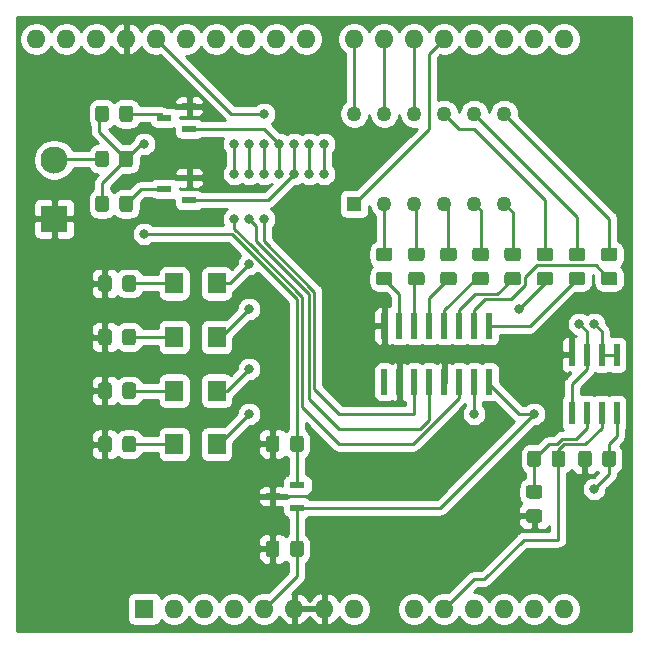
<source format=gbr>
%TF.GenerationSoftware,KiCad,Pcbnew,(5.1.6)-1*%
%TF.CreationDate,2020-09-16T22:31:17-05:00*%
%TF.ProjectId,voltmeter,766f6c74-6d65-4746-9572-2e6b69636164,rev?*%
%TF.SameCoordinates,Original*%
%TF.FileFunction,Copper,L1,Top*%
%TF.FilePolarity,Positive*%
%FSLAX46Y46*%
G04 Gerber Fmt 4.6, Leading zero omitted, Abs format (unit mm)*
G04 Created by KiCad (PCBNEW (5.1.6)-1) date 2020-09-16 22:31:17*
%MOMM*%
%LPD*%
G01*
G04 APERTURE LIST*
%TA.AperFunction,ComponentPad*%
%ADD10O,1.600000X1.600000*%
%TD*%
%TA.AperFunction,ComponentPad*%
%ADD11R,1.600000X1.600000*%
%TD*%
%TA.AperFunction,SMDPad,CuDef*%
%ADD12R,1.300000X0.600000*%
%TD*%
%TA.AperFunction,SMDPad,CuDef*%
%ADD13R,0.558800X1.981200*%
%TD*%
%TA.AperFunction,SMDPad,CuDef*%
%ADD14R,0.558800X2.184400*%
%TD*%
%TA.AperFunction,ComponentPad*%
%ADD15C,1.270000*%
%TD*%
%TA.AperFunction,ComponentPad*%
%ADD16R,1.270000X1.270000*%
%TD*%
%TA.AperFunction,ComponentPad*%
%ADD17C,2.300000*%
%TD*%
%TA.AperFunction,ComponentPad*%
%ADD18R,2.300000X2.300000*%
%TD*%
%TA.AperFunction,SMDPad,CuDef*%
%ADD19R,1.500000X1.800000*%
%TD*%
%TA.AperFunction,ViaPad*%
%ADD20C,0.800000*%
%TD*%
%TA.AperFunction,Conductor*%
%ADD21C,0.250000*%
%TD*%
%TA.AperFunction,Conductor*%
%ADD22C,0.254000*%
%TD*%
G04 APERTURE END LIST*
D10*
%TO.P,A0,16*%
%TO.N,5vLeg*%
X158750000Y-80010000D03*
%TO.P,A0,15*%
%TO.N,1.2vLeg*%
X161290000Y-80010000D03*
%TO.P,A0,30*%
%TO.N,AREF_4.096v*%
X121670000Y-80010000D03*
%TO.P,A0,14*%
%TO.N,Net-(A0-Pad14)*%
X161290000Y-128270000D03*
%TO.P,A0,29*%
%TO.N,GND*%
X124210000Y-80010000D03*
%TO.P,A0,13*%
%TO.N,Net-(A0-Pad13)*%
X158750000Y-128270000D03*
%TO.P,A0,28*%
%TO.N,Net-(A0-Pad28)*%
X126750000Y-80010000D03*
%TO.P,A0,12*%
%TO.N,Net-(A0-Pad12)*%
X156210000Y-128270000D03*
%TO.P,A0,27*%
%TO.N,Net-(A0-Pad27)*%
X129290000Y-80010000D03*
%TO.P,A0,11*%
%TO.N,Net-(A0-Pad11)*%
X153670000Y-128270000D03*
%TO.P,A0,26*%
%TO.N,Net-(A0-Pad26)*%
X131830000Y-80010000D03*
%TO.P,A0,10*%
%TO.N,ADC-Gain*%
X151130000Y-128270000D03*
%TO.P,A0,25*%
%TO.N,Net-(A0-Pad25)*%
X134370000Y-80010000D03*
%TO.P,A0,9*%
%TO.N,ADC-Unity*%
X148590000Y-128270000D03*
%TO.P,A0,24*%
%TO.N,Net-(A0-Pad24)*%
X136910000Y-80010000D03*
%TO.P,A0,8*%
%TO.N,Net-(A0-Pad8)*%
X143510000Y-128270000D03*
%TO.P,A0,23*%
%TO.N,Net-(A0-Pad23)*%
X139450000Y-80010000D03*
%TO.P,A0,7*%
%TO.N,GND*%
X140970000Y-128270000D03*
%TO.P,A0,22*%
%TO.N,Net-(A0-Pad22)*%
X143510000Y-80010000D03*
%TO.P,A0,6*%
%TO.N,GND*%
X138430000Y-128270000D03*
%TO.P,A0,21*%
%TO.N,Net-(A0-Pad21)*%
X146050000Y-80010000D03*
%TO.P,A0,5*%
%TO.N,VCC*%
X135890000Y-128270000D03*
%TO.P,A0,20*%
%TO.N,Net-(A0-Pad20)*%
X148590000Y-80010000D03*
%TO.P,A0,4*%
%TO.N,Net-(A0-Pad4)*%
X133350000Y-128270000D03*
%TO.P,A0,19*%
%TO.N,Net-(A0-Pad19)*%
X151130000Y-80010000D03*
%TO.P,A0,3*%
%TO.N,Net-(A0-Pad3)*%
X130810000Y-128270000D03*
%TO.P,A0,18*%
%TO.N,30vLeg*%
X153670000Y-80010000D03*
%TO.P,A0,2*%
%TO.N,Net-(A0-Pad2)*%
X128270000Y-128270000D03*
%TO.P,A0,17*%
%TO.N,15vLeg*%
X156210000Y-80010000D03*
D11*
%TO.P,A0,1*%
%TO.N,Net-(A0-Pad1)*%
X125730000Y-128270000D03*
D10*
%TO.P,A0,31*%
%TO.N,Net-(A0-Pad31)*%
X119130000Y-80010000D03*
%TO.P,A0,32*%
%TO.N,Net-(A0-Pad32)*%
X116590000Y-80010000D03*
%TD*%
D12*
%TO.P,VR1,1*%
%TO.N,VCC*%
X138710001Y-119695000D03*
%TO.P,VR1,2*%
%TO.N,AREF_4.096v*%
X138710001Y-117795000D03*
%TO.P,VR1,3*%
%TO.N,GND*%
X136610001Y-118745000D03*
%TD*%
D13*
%TO.P,U2,8*%
%TO.N,VCC*%
X165735000Y-111683800D03*
%TO.P,U2,7*%
%TO.N,ADC-Gain*%
X164465000Y-111683800D03*
%TO.P,U2,6*%
%TO.N,Net-(R11-Pad1)*%
X163195000Y-111683800D03*
%TO.P,U2,5*%
%TO.N,/VoltageDivider*%
X161925000Y-111683800D03*
%TO.P,U2,4*%
%TO.N,GND*%
X161925000Y-106756200D03*
%TO.P,U2,3*%
%TO.N,/VoltageDivider*%
X163195000Y-106756200D03*
%TO.P,U2,2*%
%TO.N,ADC-Unity*%
X164465000Y-106756200D03*
%TO.P,U2,1*%
X165735000Y-106756200D03*
%TD*%
D14*
%TO.P,U1,16*%
%TO.N,VCC*%
X154940000Y-109042200D03*
%TO.P,U1,15*%
%TO.N,Net-(R10-Pad2)*%
X153670000Y-109042200D03*
%TO.P,U1,14*%
%TO.N,Net-(A0-Pad26)*%
X152400000Y-109042200D03*
%TO.P,U1,13*%
%TO.N,GND*%
X151130000Y-109042200D03*
%TO.P,U1,12*%
%TO.N,Net-(A0-Pad25)*%
X149860000Y-109042200D03*
%TO.P,U1,11*%
%TO.N,Net-(A0-Pad28)*%
X148590000Y-109042200D03*
%TO.P,U1,10*%
%TO.N,GND*%
X147320000Y-109042200D03*
%TO.P,U1,9*%
%TO.N,Net-(U1-Pad9)*%
X146050000Y-109042200D03*
%TO.P,U1,8*%
%TO.N,GND*%
X146050000Y-104317800D03*
%TO.P,U1,7*%
%TO.N,Net-(R3-Pad2)*%
X147320000Y-104317800D03*
%TO.P,U1,6*%
%TO.N,Net-(R4-Pad2)*%
X148590000Y-104317800D03*
%TO.P,U1,5*%
%TO.N,Net-(R5-Pad2)*%
X149860000Y-104317800D03*
%TO.P,U1,4*%
%TO.N,Net-(R6-Pad2)*%
X151130000Y-104317800D03*
%TO.P,U1,3*%
%TO.N,Net-(R7-Pad2)*%
X152400000Y-104317800D03*
%TO.P,U1,2*%
%TO.N,Net-(R8-Pad2)*%
X153670000Y-104317800D03*
%TO.P,U1,1*%
%TO.N,Net-(R9-Pad2)*%
X154940000Y-104317800D03*
%TD*%
%TO.P,R16,2*%
%TO.N,GND*%
%TA.AperFunction,SMDPad,CuDef*%
G36*
G01*
X122985000Y-113881901D02*
X122985000Y-114781903D01*
G75*
G02*
X122735001Y-115031902I-249999J0D01*
G01*
X122084999Y-115031902D01*
G75*
G02*
X121835000Y-114781903I0J249999D01*
G01*
X121835000Y-113881901D01*
G75*
G02*
X122084999Y-113631902I249999J0D01*
G01*
X122735001Y-113631902D01*
G75*
G02*
X122985000Y-113881901I0J-249999D01*
G01*
G37*
%TD.AperFunction*%
%TO.P,R16,1*%
%TO.N,Net-(D4-Pad2)*%
%TA.AperFunction,SMDPad,CuDef*%
G36*
G01*
X125035000Y-113881901D02*
X125035000Y-114781903D01*
G75*
G02*
X124785001Y-115031902I-249999J0D01*
G01*
X124134999Y-115031902D01*
G75*
G02*
X123885000Y-114781903I0J249999D01*
G01*
X123885000Y-113881901D01*
G75*
G02*
X124134999Y-113631902I249999J0D01*
G01*
X124785001Y-113631902D01*
G75*
G02*
X125035000Y-113881901I0J-249999D01*
G01*
G37*
%TD.AperFunction*%
%TD*%
%TO.P,R15,2*%
%TO.N,GND*%
%TA.AperFunction,SMDPad,CuDef*%
G36*
G01*
X122985000Y-109345076D02*
X122985000Y-110245078D01*
G75*
G02*
X122735001Y-110495077I-249999J0D01*
G01*
X122084999Y-110495077D01*
G75*
G02*
X121835000Y-110245078I0J249999D01*
G01*
X121835000Y-109345076D01*
G75*
G02*
X122084999Y-109095077I249999J0D01*
G01*
X122735001Y-109095077D01*
G75*
G02*
X122985000Y-109345076I0J-249999D01*
G01*
G37*
%TD.AperFunction*%
%TO.P,R15,1*%
%TO.N,Net-(D3-Pad2)*%
%TA.AperFunction,SMDPad,CuDef*%
G36*
G01*
X125035000Y-109345076D02*
X125035000Y-110245078D01*
G75*
G02*
X124785001Y-110495077I-249999J0D01*
G01*
X124134999Y-110495077D01*
G75*
G02*
X123885000Y-110245078I0J249999D01*
G01*
X123885000Y-109345076D01*
G75*
G02*
X124134999Y-109095077I249999J0D01*
G01*
X124785001Y-109095077D01*
G75*
G02*
X125035000Y-109345076I0J-249999D01*
G01*
G37*
%TD.AperFunction*%
%TD*%
%TO.P,R14,2*%
%TO.N,GND*%
%TA.AperFunction,SMDPad,CuDef*%
G36*
G01*
X122985000Y-100271426D02*
X122985000Y-101171428D01*
G75*
G02*
X122735001Y-101421427I-249999J0D01*
G01*
X122084999Y-101421427D01*
G75*
G02*
X121835000Y-101171428I0J249999D01*
G01*
X121835000Y-100271426D01*
G75*
G02*
X122084999Y-100021427I249999J0D01*
G01*
X122735001Y-100021427D01*
G75*
G02*
X122985000Y-100271426I0J-249999D01*
G01*
G37*
%TD.AperFunction*%
%TO.P,R14,1*%
%TO.N,Net-(D2-Pad2)*%
%TA.AperFunction,SMDPad,CuDef*%
G36*
G01*
X125035000Y-100271426D02*
X125035000Y-101171428D01*
G75*
G02*
X124785001Y-101421427I-249999J0D01*
G01*
X124134999Y-101421427D01*
G75*
G02*
X123885000Y-101171428I0J249999D01*
G01*
X123885000Y-100271426D01*
G75*
G02*
X124134999Y-100021427I249999J0D01*
G01*
X124785001Y-100021427D01*
G75*
G02*
X125035000Y-100271426I0J-249999D01*
G01*
G37*
%TD.AperFunction*%
%TD*%
%TO.P,R13,2*%
%TO.N,GND*%
%TA.AperFunction,SMDPad,CuDef*%
G36*
G01*
X122985000Y-104808251D02*
X122985000Y-105708253D01*
G75*
G02*
X122735001Y-105958252I-249999J0D01*
G01*
X122084999Y-105958252D01*
G75*
G02*
X121835000Y-105708253I0J249999D01*
G01*
X121835000Y-104808251D01*
G75*
G02*
X122084999Y-104558252I249999J0D01*
G01*
X122735001Y-104558252D01*
G75*
G02*
X122985000Y-104808251I0J-249999D01*
G01*
G37*
%TD.AperFunction*%
%TO.P,R13,1*%
%TO.N,Net-(D1-Pad2)*%
%TA.AperFunction,SMDPad,CuDef*%
G36*
G01*
X125035000Y-104808251D02*
X125035000Y-105708253D01*
G75*
G02*
X124785001Y-105958252I-249999J0D01*
G01*
X124134999Y-105958252D01*
G75*
G02*
X123885000Y-105708253I0J249999D01*
G01*
X123885000Y-104808251D01*
G75*
G02*
X124134999Y-104558252I249999J0D01*
G01*
X124785001Y-104558252D01*
G75*
G02*
X125035000Y-104808251I0J-249999D01*
G01*
G37*
%TD.AperFunction*%
%TD*%
%TO.P,R12,2*%
%TO.N,GND*%
%TA.AperFunction,SMDPad,CuDef*%
G36*
G01*
X158299999Y-119830000D02*
X159200001Y-119830000D01*
G75*
G02*
X159450000Y-120079999I0J-249999D01*
G01*
X159450000Y-120730001D01*
G75*
G02*
X159200001Y-120980000I-249999J0D01*
G01*
X158299999Y-120980000D01*
G75*
G02*
X158050000Y-120730001I0J249999D01*
G01*
X158050000Y-120079999D01*
G75*
G02*
X158299999Y-119830000I249999J0D01*
G01*
G37*
%TD.AperFunction*%
%TO.P,R12,1*%
%TO.N,Net-(R11-Pad1)*%
%TA.AperFunction,SMDPad,CuDef*%
G36*
G01*
X158299999Y-117780000D02*
X159200001Y-117780000D01*
G75*
G02*
X159450000Y-118029999I0J-249999D01*
G01*
X159450000Y-118680001D01*
G75*
G02*
X159200001Y-118930000I-249999J0D01*
G01*
X158299999Y-118930000D01*
G75*
G02*
X158050000Y-118680001I0J249999D01*
G01*
X158050000Y-118029999D01*
G75*
G02*
X158299999Y-117780000I249999J0D01*
G01*
G37*
%TD.AperFunction*%
%TD*%
%TO.P,R11,2*%
%TO.N,ADC-Gain*%
%TA.AperFunction,SMDPad,CuDef*%
G36*
G01*
X160225000Y-116020001D02*
X160225000Y-115119999D01*
G75*
G02*
X160474999Y-114870000I249999J0D01*
G01*
X161125001Y-114870000D01*
G75*
G02*
X161375000Y-115119999I0J-249999D01*
G01*
X161375000Y-116020001D01*
G75*
G02*
X161125001Y-116270000I-249999J0D01*
G01*
X160474999Y-116270000D01*
G75*
G02*
X160225000Y-116020001I0J249999D01*
G01*
G37*
%TD.AperFunction*%
%TO.P,R11,1*%
%TO.N,Net-(R11-Pad1)*%
%TA.AperFunction,SMDPad,CuDef*%
G36*
G01*
X158175000Y-116020001D02*
X158175000Y-115119999D01*
G75*
G02*
X158424999Y-114870000I249999J0D01*
G01*
X159075001Y-114870000D01*
G75*
G02*
X159325000Y-115119999I0J-249999D01*
G01*
X159325000Y-116020001D01*
G75*
G02*
X159075001Y-116270000I-249999J0D01*
G01*
X158424999Y-116270000D01*
G75*
G02*
X158175000Y-116020001I0J249999D01*
G01*
G37*
%TD.AperFunction*%
%TD*%
%TO.P,R10,2*%
%TO.N,Net-(R10-Pad2)*%
%TA.AperFunction,SMDPad,CuDef*%
G36*
G01*
X159207139Y-99735000D02*
X160107141Y-99735000D01*
G75*
G02*
X160357140Y-99984999I0J-249999D01*
G01*
X160357140Y-100635001D01*
G75*
G02*
X160107141Y-100885000I-249999J0D01*
G01*
X159207139Y-100885000D01*
G75*
G02*
X158957140Y-100635001I0J249999D01*
G01*
X158957140Y-99984999D01*
G75*
G02*
X159207139Y-99735000I249999J0D01*
G01*
G37*
%TD.AperFunction*%
%TO.P,R10,1*%
%TO.N,Net-(LED1-Pad9)*%
%TA.AperFunction,SMDPad,CuDef*%
G36*
G01*
X159207139Y-97685000D02*
X160107141Y-97685000D01*
G75*
G02*
X160357140Y-97934999I0J-249999D01*
G01*
X160357140Y-98585001D01*
G75*
G02*
X160107141Y-98835000I-249999J0D01*
G01*
X159207139Y-98835000D01*
G75*
G02*
X158957140Y-98585001I0J249999D01*
G01*
X158957140Y-97934999D01*
G75*
G02*
X159207139Y-97685000I249999J0D01*
G01*
G37*
%TD.AperFunction*%
%TD*%
%TO.P,R9,2*%
%TO.N,Net-(R9-Pad2)*%
%TA.AperFunction,SMDPad,CuDef*%
G36*
G01*
X161928567Y-99735000D02*
X162828569Y-99735000D01*
G75*
G02*
X163078568Y-99984999I0J-249999D01*
G01*
X163078568Y-100635001D01*
G75*
G02*
X162828569Y-100885000I-249999J0D01*
G01*
X161928567Y-100885000D01*
G75*
G02*
X161678568Y-100635001I0J249999D01*
G01*
X161678568Y-99984999D01*
G75*
G02*
X161928567Y-99735000I249999J0D01*
G01*
G37*
%TD.AperFunction*%
%TO.P,R9,1*%
%TO.N,Net-(LED1-Pad8)*%
%TA.AperFunction,SMDPad,CuDef*%
G36*
G01*
X161928567Y-97685000D02*
X162828569Y-97685000D01*
G75*
G02*
X163078568Y-97934999I0J-249999D01*
G01*
X163078568Y-98585001D01*
G75*
G02*
X162828569Y-98835000I-249999J0D01*
G01*
X161928567Y-98835000D01*
G75*
G02*
X161678568Y-98585001I0J249999D01*
G01*
X161678568Y-97934999D01*
G75*
G02*
X161928567Y-97685000I249999J0D01*
G01*
G37*
%TD.AperFunction*%
%TD*%
%TO.P,R8,2*%
%TO.N,Net-(R8-Pad2)*%
%TA.AperFunction,SMDPad,CuDef*%
G36*
G01*
X164649999Y-99735000D02*
X165550001Y-99735000D01*
G75*
G02*
X165800000Y-99984999I0J-249999D01*
G01*
X165800000Y-100635001D01*
G75*
G02*
X165550001Y-100885000I-249999J0D01*
G01*
X164649999Y-100885000D01*
G75*
G02*
X164400000Y-100635001I0J249999D01*
G01*
X164400000Y-99984999D01*
G75*
G02*
X164649999Y-99735000I249999J0D01*
G01*
G37*
%TD.AperFunction*%
%TO.P,R8,1*%
%TO.N,Net-(LED1-Pad7)*%
%TA.AperFunction,SMDPad,CuDef*%
G36*
G01*
X164649999Y-97685000D02*
X165550001Y-97685000D01*
G75*
G02*
X165800000Y-97934999I0J-249999D01*
G01*
X165800000Y-98585001D01*
G75*
G02*
X165550001Y-98835000I-249999J0D01*
G01*
X164649999Y-98835000D01*
G75*
G02*
X164400000Y-98585001I0J249999D01*
G01*
X164400000Y-97934999D01*
G75*
G02*
X164649999Y-97685000I249999J0D01*
G01*
G37*
%TD.AperFunction*%
%TD*%
%TO.P,R7,2*%
%TO.N,Net-(R7-Pad2)*%
%TA.AperFunction,SMDPad,CuDef*%
G36*
G01*
X156485711Y-99735000D02*
X157385713Y-99735000D01*
G75*
G02*
X157635712Y-99984999I0J-249999D01*
G01*
X157635712Y-100635001D01*
G75*
G02*
X157385713Y-100885000I-249999J0D01*
G01*
X156485711Y-100885000D01*
G75*
G02*
X156235712Y-100635001I0J249999D01*
G01*
X156235712Y-99984999D01*
G75*
G02*
X156485711Y-99735000I249999J0D01*
G01*
G37*
%TD.AperFunction*%
%TO.P,R7,1*%
%TO.N,Net-(LED1-Pad6)*%
%TA.AperFunction,SMDPad,CuDef*%
G36*
G01*
X156485711Y-97685000D02*
X157385713Y-97685000D01*
G75*
G02*
X157635712Y-97934999I0J-249999D01*
G01*
X157635712Y-98585001D01*
G75*
G02*
X157385713Y-98835000I-249999J0D01*
G01*
X156485711Y-98835000D01*
G75*
G02*
X156235712Y-98585001I0J249999D01*
G01*
X156235712Y-97934999D01*
G75*
G02*
X156485711Y-97685000I249999J0D01*
G01*
G37*
%TD.AperFunction*%
%TD*%
%TO.P,R6,2*%
%TO.N,Net-(R6-Pad2)*%
%TA.AperFunction,SMDPad,CuDef*%
G36*
G01*
X153764283Y-99735000D02*
X154664285Y-99735000D01*
G75*
G02*
X154914284Y-99984999I0J-249999D01*
G01*
X154914284Y-100635001D01*
G75*
G02*
X154664285Y-100885000I-249999J0D01*
G01*
X153764283Y-100885000D01*
G75*
G02*
X153514284Y-100635001I0J249999D01*
G01*
X153514284Y-99984999D01*
G75*
G02*
X153764283Y-99735000I249999J0D01*
G01*
G37*
%TD.AperFunction*%
%TO.P,R6,1*%
%TO.N,Net-(LED1-Pad5)*%
%TA.AperFunction,SMDPad,CuDef*%
G36*
G01*
X153764283Y-97685000D02*
X154664285Y-97685000D01*
G75*
G02*
X154914284Y-97934999I0J-249999D01*
G01*
X154914284Y-98585001D01*
G75*
G02*
X154664285Y-98835000I-249999J0D01*
G01*
X153764283Y-98835000D01*
G75*
G02*
X153514284Y-98585001I0J249999D01*
G01*
X153514284Y-97934999D01*
G75*
G02*
X153764283Y-97685000I249999J0D01*
G01*
G37*
%TD.AperFunction*%
%TD*%
%TO.P,R5,2*%
%TO.N,Net-(R5-Pad2)*%
%TA.AperFunction,SMDPad,CuDef*%
G36*
G01*
X151042855Y-99735000D02*
X151942857Y-99735000D01*
G75*
G02*
X152192856Y-99984999I0J-249999D01*
G01*
X152192856Y-100635001D01*
G75*
G02*
X151942857Y-100885000I-249999J0D01*
G01*
X151042855Y-100885000D01*
G75*
G02*
X150792856Y-100635001I0J249999D01*
G01*
X150792856Y-99984999D01*
G75*
G02*
X151042855Y-99735000I249999J0D01*
G01*
G37*
%TD.AperFunction*%
%TO.P,R5,1*%
%TO.N,Net-(LED1-Pad4)*%
%TA.AperFunction,SMDPad,CuDef*%
G36*
G01*
X151042855Y-97685000D02*
X151942857Y-97685000D01*
G75*
G02*
X152192856Y-97934999I0J-249999D01*
G01*
X152192856Y-98585001D01*
G75*
G02*
X151942857Y-98835000I-249999J0D01*
G01*
X151042855Y-98835000D01*
G75*
G02*
X150792856Y-98585001I0J249999D01*
G01*
X150792856Y-97934999D01*
G75*
G02*
X151042855Y-97685000I249999J0D01*
G01*
G37*
%TD.AperFunction*%
%TD*%
%TO.P,R4,2*%
%TO.N,Net-(R4-Pad2)*%
%TA.AperFunction,SMDPad,CuDef*%
G36*
G01*
X148321427Y-99735000D02*
X149221429Y-99735000D01*
G75*
G02*
X149471428Y-99984999I0J-249999D01*
G01*
X149471428Y-100635001D01*
G75*
G02*
X149221429Y-100885000I-249999J0D01*
G01*
X148321427Y-100885000D01*
G75*
G02*
X148071428Y-100635001I0J249999D01*
G01*
X148071428Y-99984999D01*
G75*
G02*
X148321427Y-99735000I249999J0D01*
G01*
G37*
%TD.AperFunction*%
%TO.P,R4,1*%
%TO.N,Net-(LED1-Pad3)*%
%TA.AperFunction,SMDPad,CuDef*%
G36*
G01*
X148321427Y-97685000D02*
X149221429Y-97685000D01*
G75*
G02*
X149471428Y-97934999I0J-249999D01*
G01*
X149471428Y-98585001D01*
G75*
G02*
X149221429Y-98835000I-249999J0D01*
G01*
X148321427Y-98835000D01*
G75*
G02*
X148071428Y-98585001I0J249999D01*
G01*
X148071428Y-97934999D01*
G75*
G02*
X148321427Y-97685000I249999J0D01*
G01*
G37*
%TD.AperFunction*%
%TD*%
%TO.P,R3,2*%
%TO.N,Net-(R3-Pad2)*%
%TA.AperFunction,SMDPad,CuDef*%
G36*
G01*
X145599999Y-99735000D02*
X146500001Y-99735000D01*
G75*
G02*
X146750000Y-99984999I0J-249999D01*
G01*
X146750000Y-100635001D01*
G75*
G02*
X146500001Y-100885000I-249999J0D01*
G01*
X145599999Y-100885000D01*
G75*
G02*
X145350000Y-100635001I0J249999D01*
G01*
X145350000Y-99984999D01*
G75*
G02*
X145599999Y-99735000I249999J0D01*
G01*
G37*
%TD.AperFunction*%
%TO.P,R3,1*%
%TO.N,Net-(LED1-Pad2)*%
%TA.AperFunction,SMDPad,CuDef*%
G36*
G01*
X145599999Y-97685000D02*
X146500001Y-97685000D01*
G75*
G02*
X146750000Y-97934999I0J-249999D01*
G01*
X146750000Y-98585001D01*
G75*
G02*
X146500001Y-98835000I-249999J0D01*
G01*
X145599999Y-98835000D01*
G75*
G02*
X145350000Y-98585001I0J249999D01*
G01*
X145350000Y-97934999D01*
G75*
G02*
X145599999Y-97685000I249999J0D01*
G01*
G37*
%TD.AperFunction*%
%TD*%
%TO.P,R2,2*%
%TO.N,Net-(Q2-Pad3)*%
%TA.AperFunction,SMDPad,CuDef*%
G36*
G01*
X123640000Y-86810001D02*
X123640000Y-85909999D01*
G75*
G02*
X123889999Y-85660000I249999J0D01*
G01*
X124540001Y-85660000D01*
G75*
G02*
X124790000Y-85909999I0J-249999D01*
G01*
X124790000Y-86810001D01*
G75*
G02*
X124540001Y-87060000I-249999J0D01*
G01*
X123889999Y-87060000D01*
G75*
G02*
X123640000Y-86810001I0J249999D01*
G01*
G37*
%TD.AperFunction*%
%TO.P,R2,1*%
%TO.N,/VoltageDivider*%
%TA.AperFunction,SMDPad,CuDef*%
G36*
G01*
X121590000Y-86810001D02*
X121590000Y-85909999D01*
G75*
G02*
X121839999Y-85660000I249999J0D01*
G01*
X122490001Y-85660000D01*
G75*
G02*
X122740000Y-85909999I0J-249999D01*
G01*
X122740000Y-86810001D01*
G75*
G02*
X122490001Y-87060000I-249999J0D01*
G01*
X121839999Y-87060000D01*
G75*
G02*
X121590000Y-86810001I0J249999D01*
G01*
G37*
%TD.AperFunction*%
%TD*%
%TO.P,R1,2*%
%TO.N,Net-(Q1-Pad3)*%
%TA.AperFunction,SMDPad,CuDef*%
G36*
G01*
X123640000Y-94430001D02*
X123640000Y-93529999D01*
G75*
G02*
X123889999Y-93280000I249999J0D01*
G01*
X124540001Y-93280000D01*
G75*
G02*
X124790000Y-93529999I0J-249999D01*
G01*
X124790000Y-94430001D01*
G75*
G02*
X124540001Y-94680000I-249999J0D01*
G01*
X123889999Y-94680000D01*
G75*
G02*
X123640000Y-94430001I0J249999D01*
G01*
G37*
%TD.AperFunction*%
%TO.P,R1,1*%
%TO.N,/VoltageDivider*%
%TA.AperFunction,SMDPad,CuDef*%
G36*
G01*
X121590000Y-94430001D02*
X121590000Y-93529999D01*
G75*
G02*
X121839999Y-93280000I249999J0D01*
G01*
X122490001Y-93280000D01*
G75*
G02*
X122740000Y-93529999I0J-249999D01*
G01*
X122740000Y-94430001D01*
G75*
G02*
X122490001Y-94680000I-249999J0D01*
G01*
X121839999Y-94680000D01*
G75*
G02*
X121590000Y-94430001I0J249999D01*
G01*
G37*
%TD.AperFunction*%
%TD*%
%TO.P,R0,2*%
%TO.N,/VoltageDivider*%
%TA.AperFunction,SMDPad,CuDef*%
G36*
G01*
X123640000Y-90620001D02*
X123640000Y-89719999D01*
G75*
G02*
X123889999Y-89470000I249999J0D01*
G01*
X124540001Y-89470000D01*
G75*
G02*
X124790000Y-89719999I0J-249999D01*
G01*
X124790000Y-90620001D01*
G75*
G02*
X124540001Y-90870000I-249999J0D01*
G01*
X123889999Y-90870000D01*
G75*
G02*
X123640000Y-90620001I0J249999D01*
G01*
G37*
%TD.AperFunction*%
%TO.P,R0,1*%
%TO.N,Net-(J0-Pad2)*%
%TA.AperFunction,SMDPad,CuDef*%
G36*
G01*
X121590000Y-90620001D02*
X121590000Y-89719999D01*
G75*
G02*
X121839999Y-89470000I249999J0D01*
G01*
X122490001Y-89470000D01*
G75*
G02*
X122740000Y-89719999I0J-249999D01*
G01*
X122740000Y-90620001D01*
G75*
G02*
X122490001Y-90870000I-249999J0D01*
G01*
X121839999Y-90870000D01*
G75*
G02*
X121590000Y-90620001I0J249999D01*
G01*
G37*
%TD.AperFunction*%
%TD*%
D12*
%TO.P,Q2,1*%
%TO.N,30vLeg*%
X129540000Y-87630000D03*
%TO.P,Q2,2*%
%TO.N,GND*%
X129540000Y-85730000D03*
%TO.P,Q2,3*%
%TO.N,Net-(Q2-Pad3)*%
X127440000Y-86680000D03*
%TD*%
%TO.P,Q1,1*%
%TO.N,15vLeg*%
X129540000Y-93660000D03*
%TO.P,Q1,2*%
%TO.N,GND*%
X129540000Y-91760000D03*
%TO.P,Q1,3*%
%TO.N,Net-(Q1-Pad3)*%
X127440000Y-92710000D03*
%TD*%
D15*
%TO.P,LED1,12*%
%TO.N,Net-(A0-Pad22)*%
X143510000Y-86360000D03*
%TO.P,LED1,11*%
%TO.N,Net-(A0-Pad21)*%
X146050000Y-86360000D03*
%TO.P,LED1,10*%
%TO.N,Net-(A0-Pad20)*%
X148590000Y-86360000D03*
%TO.P,LED1,9*%
%TO.N,Net-(LED1-Pad9)*%
X151130000Y-86360000D03*
%TO.P,LED1,8*%
%TO.N,Net-(LED1-Pad8)*%
X153670000Y-86360000D03*
%TO.P,LED1,7*%
%TO.N,Net-(LED1-Pad7)*%
X156210000Y-86360000D03*
%TO.P,LED1,6*%
%TO.N,Net-(LED1-Pad6)*%
X156210000Y-93980000D03*
%TO.P,LED1,5*%
%TO.N,Net-(LED1-Pad5)*%
X153670000Y-93980000D03*
%TO.P,LED1,4*%
%TO.N,Net-(LED1-Pad4)*%
X151130000Y-93980000D03*
%TO.P,LED1,3*%
%TO.N,Net-(LED1-Pad3)*%
X148590000Y-93980000D03*
%TO.P,LED1,2*%
%TO.N,Net-(LED1-Pad2)*%
X146050000Y-93980000D03*
D16*
%TO.P,LED1,1*%
%TO.N,Net-(A0-Pad19)*%
X143510000Y-93980000D03*
%TD*%
D17*
%TO.P,J0,2*%
%TO.N,Net-(J0-Pad2)*%
X118110000Y-90250000D03*
D18*
%TO.P,J0,1*%
%TO.N,GND*%
X118110000Y-95250000D03*
%TD*%
D19*
%TO.P,D4,2*%
%TO.N,Net-(D4-Pad2)*%
X128270000Y-114331902D03*
%TO.P,D4,1*%
%TO.N,1.2vLeg*%
X131870000Y-114331902D03*
%TD*%
%TO.P,D3,2*%
%TO.N,Net-(D3-Pad2)*%
X128270000Y-109795077D03*
%TO.P,D3,1*%
%TO.N,5vLeg*%
X131870000Y-109795077D03*
%TD*%
%TO.P,D2,2*%
%TO.N,Net-(D2-Pad2)*%
X128270000Y-100721427D03*
%TO.P,D2,1*%
%TO.N,30vLeg*%
X131870000Y-100721427D03*
%TD*%
%TO.P,D1,2*%
%TO.N,Net-(D1-Pad2)*%
X128270000Y-105258252D03*
%TO.P,D1,1*%
%TO.N,15vLeg*%
X131870000Y-105258252D03*
%TD*%
%TO.P,C3,2*%
%TO.N,GND*%
%TA.AperFunction,SMDPad,CuDef*%
G36*
G01*
X163625000Y-115119999D02*
X163625000Y-116020001D01*
G75*
G02*
X163375001Y-116270000I-249999J0D01*
G01*
X162724999Y-116270000D01*
G75*
G02*
X162475000Y-116020001I0J249999D01*
G01*
X162475000Y-115119999D01*
G75*
G02*
X162724999Y-114870000I249999J0D01*
G01*
X163375001Y-114870000D01*
G75*
G02*
X163625000Y-115119999I0J-249999D01*
G01*
G37*
%TD.AperFunction*%
%TO.P,C3,1*%
%TO.N,VCC*%
%TA.AperFunction,SMDPad,CuDef*%
G36*
G01*
X165675000Y-115119999D02*
X165675000Y-116020001D01*
G75*
G02*
X165425001Y-116270000I-249999J0D01*
G01*
X164774999Y-116270000D01*
G75*
G02*
X164525000Y-116020001I0J249999D01*
G01*
X164525000Y-115119999D01*
G75*
G02*
X164774999Y-114870000I249999J0D01*
G01*
X165425001Y-114870000D01*
G75*
G02*
X165675000Y-115119999I0J-249999D01*
G01*
G37*
%TD.AperFunction*%
%TD*%
%TO.P,C2,2*%
%TO.N,GND*%
%TA.AperFunction,SMDPad,CuDef*%
G36*
G01*
X137185001Y-113849999D02*
X137185001Y-114750001D01*
G75*
G02*
X136935002Y-115000000I-249999J0D01*
G01*
X136285000Y-115000000D01*
G75*
G02*
X136035001Y-114750001I0J249999D01*
G01*
X136035001Y-113849999D01*
G75*
G02*
X136285000Y-113600000I249999J0D01*
G01*
X136935002Y-113600000D01*
G75*
G02*
X137185001Y-113849999I0J-249999D01*
G01*
G37*
%TD.AperFunction*%
%TO.P,C2,1*%
%TO.N,AREF_4.096v*%
%TA.AperFunction,SMDPad,CuDef*%
G36*
G01*
X139235001Y-113849999D02*
X139235001Y-114750001D01*
G75*
G02*
X138985002Y-115000000I-249999J0D01*
G01*
X138335000Y-115000000D01*
G75*
G02*
X138085001Y-114750001I0J249999D01*
G01*
X138085001Y-113849999D01*
G75*
G02*
X138335000Y-113600000I249999J0D01*
G01*
X138985002Y-113600000D01*
G75*
G02*
X139235001Y-113849999I0J-249999D01*
G01*
G37*
%TD.AperFunction*%
%TD*%
%TO.P,C1,2*%
%TO.N,GND*%
%TA.AperFunction,SMDPad,CuDef*%
G36*
G01*
X137185001Y-122739999D02*
X137185001Y-123640001D01*
G75*
G02*
X136935002Y-123890000I-249999J0D01*
G01*
X136285000Y-123890000D01*
G75*
G02*
X136035001Y-123640001I0J249999D01*
G01*
X136035001Y-122739999D01*
G75*
G02*
X136285000Y-122490000I249999J0D01*
G01*
X136935002Y-122490000D01*
G75*
G02*
X137185001Y-122739999I0J-249999D01*
G01*
G37*
%TD.AperFunction*%
%TO.P,C1,1*%
%TO.N,VCC*%
%TA.AperFunction,SMDPad,CuDef*%
G36*
G01*
X139235001Y-122739999D02*
X139235001Y-123640001D01*
G75*
G02*
X138985002Y-123890000I-249999J0D01*
G01*
X138335000Y-123890000D01*
G75*
G02*
X138085001Y-123640001I0J249999D01*
G01*
X138085001Y-122739999D01*
G75*
G02*
X138335000Y-122490000I249999J0D01*
G01*
X138985002Y-122490000D01*
G75*
G02*
X139235001Y-122739999I0J-249999D01*
G01*
G37*
%TD.AperFunction*%
%TD*%
D20*
%TO.N,5vLeg*%
X134620000Y-107950000D03*
X139700000Y-91440000D03*
X139700000Y-88900000D03*
%TO.N,1.2vLeg*%
X134620000Y-111760000D03*
X140970000Y-91440000D03*
X140970000Y-88900000D03*
%TO.N,AREF_4.096v*%
X125730000Y-96520000D03*
%TO.N,GND*%
X125730000Y-91440000D03*
X130810000Y-88900000D03*
X128270000Y-88900000D03*
X116840000Y-83820000D03*
X118110000Y-101600000D03*
X118110000Y-106680000D03*
X118110000Y-113030000D03*
X118110000Y-119380000D03*
X143510000Y-102870000D03*
X143510000Y-105410000D03*
X143510000Y-107950000D03*
X156210000Y-105410000D03*
X156210000Y-107950000D03*
X147320000Y-106680000D03*
X151130000Y-106680000D03*
X154940000Y-106680000D03*
X163830000Y-109220000D03*
X165100000Y-109220000D03*
X160020000Y-109220000D03*
X163830000Y-120650000D03*
X163830000Y-123190000D03*
X163830000Y-125730000D03*
X125730000Y-121920000D03*
X128270000Y-121920000D03*
X124460000Y-124460000D03*
X125730000Y-125730000D03*
X127000000Y-125730000D03*
X128270000Y-125730000D03*
X129540000Y-124460000D03*
X161290000Y-83820000D03*
X165100000Y-83820000D03*
X165100000Y-87630000D03*
X137160000Y-82550000D03*
X139700000Y-82550000D03*
X143510000Y-97790000D03*
X143510000Y-100330000D03*
%TO.N,Net-(A0-Pad28)*%
X135890000Y-95250000D03*
X135890000Y-88900000D03*
X135890000Y-91440000D03*
X135890000Y-86360000D03*
%TO.N,Net-(A0-Pad26)*%
X133350000Y-95250000D03*
X133350000Y-91440000D03*
X133350000Y-88900000D03*
%TO.N,Net-(A0-Pad25)*%
X134620000Y-95250000D03*
X134620000Y-88900000D03*
X134620000Y-91440000D03*
%TO.N,ADC-Unity*%
X163830000Y-104140000D03*
%TO.N,VCC*%
X163830000Y-118110000D03*
X158750000Y-111760000D03*
%TO.N,30vLeg*%
X134620000Y-99060000D03*
X137160000Y-91440000D03*
X137160000Y-88900000D03*
%TO.N,15vLeg*%
X134620000Y-102870000D03*
X138430000Y-91440000D03*
X138430000Y-88900000D03*
%TO.N,/VoltageDivider*%
X162560000Y-104140000D03*
X125730000Y-88900000D03*
%TO.N,Net-(R10-Pad2)*%
X153670000Y-111760000D03*
X157480000Y-102870000D03*
%TD*%
D21*
%TO.N,5vLeg*%
X131870000Y-109795077D02*
X132774923Y-109795077D01*
X132774923Y-109795077D02*
X134620000Y-107950000D01*
X139700000Y-91440000D02*
X139700000Y-88900000D01*
%TO.N,1.2vLeg*%
X131870000Y-114331902D02*
X132048098Y-114331902D01*
X132048098Y-114331902D02*
X134620000Y-111760000D01*
X140970000Y-91440000D02*
X140970000Y-88900000D01*
%TO.N,AREF_4.096v*%
X138660001Y-117745000D02*
X138710001Y-117795000D01*
X138660001Y-114300000D02*
X138660001Y-117745000D01*
X133153002Y-96520000D02*
X125730000Y-96520000D01*
X138660001Y-114300000D02*
X138660001Y-102026999D01*
X138660001Y-102026999D02*
X133153002Y-96520000D01*
%TO.N,Net-(A0-Pad28)*%
X148590000Y-109042200D02*
X148590000Y-111760000D01*
X148590000Y-111760000D02*
X142240000Y-111760000D01*
X142240000Y-111760000D02*
X140970000Y-110490000D01*
X140970000Y-110490000D02*
X140150010Y-109670010D01*
X140150010Y-109670010D02*
X140150010Y-101413600D01*
X140150010Y-101413600D02*
X135890000Y-97153590D01*
X135890000Y-97153590D02*
X135890000Y-95250000D01*
X135890000Y-91440000D02*
X135890000Y-88900000D01*
X133100000Y-86360000D02*
X126750000Y-80010000D01*
X135890000Y-86360000D02*
X133100000Y-86360000D01*
%TO.N,Net-(A0-Pad26)*%
X152400000Y-110384400D02*
X148484400Y-114300000D01*
X152400000Y-109042200D02*
X152400000Y-110384400D01*
X148484400Y-114300000D02*
X142240000Y-114300000D01*
X139110011Y-111170011D02*
X139110010Y-101840598D01*
X142240000Y-114300000D02*
X139110011Y-111170011D01*
X139110010Y-101840598D02*
X134839706Y-97570294D01*
X134839706Y-97570294D02*
X133350000Y-96080588D01*
X133350000Y-96080588D02*
X133350000Y-95250000D01*
X133350000Y-91440000D02*
X133350000Y-88900000D01*
%TO.N,ADC-Gain*%
X160800000Y-115570000D02*
X160800000Y-114790000D01*
X160800000Y-114790000D02*
X161290000Y-114300000D01*
X164465000Y-112924400D02*
X164465000Y-111683800D01*
X163089400Y-114300000D02*
X164465000Y-112924400D01*
X161290000Y-114300000D02*
X163089400Y-114300000D01*
X160800000Y-115570000D02*
X160800000Y-122410000D01*
X157864998Y-122410000D02*
X154544998Y-125730000D01*
X160800000Y-122410000D02*
X157864998Y-122410000D01*
X153670000Y-125730000D02*
X151130000Y-128270000D01*
X154544998Y-125730000D02*
X153670000Y-125730000D01*
%TO.N,Net-(A0-Pad25)*%
X149860000Y-109042200D02*
X149860000Y-112287990D01*
X149860000Y-112287990D02*
X149117990Y-113030000D01*
X149117990Y-113030000D02*
X143510000Y-113030000D01*
X143510000Y-113030000D02*
X142240000Y-113030000D01*
X142240000Y-113030000D02*
X140970000Y-111760000D01*
X140970000Y-111760000D02*
X139700000Y-110490000D01*
X139700000Y-110490000D02*
X139700000Y-101600000D01*
X139700000Y-101600000D02*
X135220285Y-97120285D01*
X135220285Y-97120285D02*
X135220285Y-95850285D01*
X135220285Y-95850285D02*
X134620000Y-95250000D01*
X134620000Y-88900000D02*
X134620000Y-91440000D01*
%TO.N,ADC-Unity*%
X165735000Y-106756200D02*
X164465000Y-106756200D01*
X164465000Y-106756200D02*
X164465000Y-104775000D01*
X164465000Y-104775000D02*
X163830000Y-104140000D01*
%TO.N,Net-(A0-Pad22)*%
X143510000Y-86360000D02*
X143510000Y-80010000D01*
%TO.N,Net-(A0-Pad21)*%
X146050000Y-80010000D02*
X146050000Y-86360000D01*
%TO.N,VCC*%
X165100000Y-115570000D02*
X165100000Y-114300000D01*
X165735000Y-113665000D02*
X165735000Y-111683800D01*
X165100000Y-114300000D02*
X165735000Y-113665000D01*
X165100000Y-115570000D02*
X165100000Y-116840000D01*
X165100000Y-116840000D02*
X163830000Y-118110000D01*
X158750000Y-111760000D02*
X157480000Y-111760000D01*
X154940000Y-109220000D02*
X154940000Y-109042200D01*
X157480000Y-111760000D02*
X154940000Y-109220000D01*
X138710001Y-123140000D02*
X138660001Y-123190000D01*
X138710001Y-119695000D02*
X138710001Y-123140000D01*
X150815000Y-119695000D02*
X138710001Y-119695000D01*
X158750000Y-111760000D02*
X150815000Y-119695000D01*
X138660001Y-125499999D02*
X135890000Y-128270000D01*
X138660001Y-123190000D02*
X138660001Y-125499999D01*
%TO.N,Net-(A0-Pad20)*%
X148590000Y-80010000D02*
X148590000Y-86360000D01*
%TO.N,Net-(A0-Pad19)*%
X143510000Y-93980000D02*
X149860000Y-87630000D01*
X149860000Y-81280000D02*
X151130000Y-80010000D01*
X149860000Y-87630000D02*
X149860000Y-81280000D01*
%TO.N,30vLeg*%
X131870000Y-100721427D02*
X132958573Y-100721427D01*
X132958573Y-100721427D02*
X134620000Y-99060000D01*
X137160000Y-91440000D02*
X137160000Y-88900000D01*
X135890000Y-87630000D02*
X137160000Y-88900000D01*
X129540000Y-87630000D02*
X135890000Y-87630000D01*
%TO.N,15vLeg*%
X131870000Y-105258252D02*
X132231748Y-105258252D01*
X132231748Y-105258252D02*
X134620000Y-102870000D01*
X138430000Y-91440000D02*
X138430000Y-88900000D01*
X136210000Y-93660000D02*
X138430000Y-91440000D01*
X129540000Y-93660000D02*
X136210000Y-93660000D01*
%TO.N,Net-(D1-Pad2)*%
X128270000Y-105258252D02*
X124460000Y-105258252D01*
%TO.N,Net-(D2-Pad2)*%
X128270000Y-100721427D02*
X124460000Y-100721427D01*
%TO.N,Net-(D3-Pad2)*%
X128270000Y-109795077D02*
X124460000Y-109795077D01*
%TO.N,Net-(D4-Pad2)*%
X128270000Y-114331902D02*
X124460000Y-114331902D01*
%TO.N,Net-(J0-Pad2)*%
X118030000Y-90170000D02*
X118110000Y-90250000D01*
X118190000Y-90170000D02*
X118110000Y-90250000D01*
X122165000Y-90170000D02*
X118190000Y-90170000D01*
%TO.N,Net-(LED1-Pad9)*%
X159657140Y-98260000D02*
X159657140Y-93617140D01*
X159657140Y-93617140D02*
X153670000Y-87630000D01*
X152400000Y-87630000D02*
X151130000Y-86360000D01*
X153670000Y-87630000D02*
X152400000Y-87630000D01*
%TO.N,Net-(LED1-Pad8)*%
X162378568Y-95068568D02*
X153670000Y-86360000D01*
X162378568Y-98260000D02*
X162378568Y-95068568D01*
%TO.N,Net-(LED1-Pad7)*%
X165100000Y-95250000D02*
X156210000Y-86360000D01*
X165100000Y-98260000D02*
X165100000Y-95250000D01*
%TO.N,Net-(LED1-Pad6)*%
X156935712Y-94705712D02*
X156210000Y-93980000D01*
X156935712Y-98260000D02*
X156935712Y-94705712D01*
%TO.N,Net-(LED1-Pad5)*%
X154214284Y-94524284D02*
X153670000Y-93980000D01*
X154214284Y-98260000D02*
X154214284Y-94524284D01*
%TO.N,Net-(LED1-Pad4)*%
X151492856Y-94342856D02*
X151130000Y-93980000D01*
X151492856Y-98260000D02*
X151492856Y-94342856D01*
%TO.N,Net-(LED1-Pad3)*%
X148771428Y-94161428D02*
X148590000Y-93980000D01*
X148771428Y-98260000D02*
X148771428Y-94161428D01*
%TO.N,Net-(LED1-Pad2)*%
X146050000Y-98260000D02*
X146050000Y-93980000D01*
%TO.N,Net-(Q1-Pad3)*%
X125485000Y-92710000D02*
X124215000Y-93980000D01*
X127440000Y-92710000D02*
X125485000Y-92710000D01*
%TO.N,Net-(Q2-Pad3)*%
X127120000Y-86360000D02*
X127440000Y-86680000D01*
X124215000Y-86360000D02*
X127120000Y-86360000D01*
%TO.N,/VoltageDivider*%
X122165000Y-92220000D02*
X124215000Y-90170000D01*
X122165000Y-93980000D02*
X122165000Y-92220000D01*
X124215000Y-90170000D02*
X121920000Y-87875000D01*
X121920000Y-86605000D02*
X122165000Y-86360000D01*
X121920000Y-87875000D02*
X121920000Y-86605000D01*
X163195000Y-106756200D02*
X163195000Y-104775000D01*
X163195000Y-104775000D02*
X162560000Y-104140000D01*
X125485000Y-88900000D02*
X124215000Y-90170000D01*
X125730000Y-88900000D02*
X125485000Y-88900000D01*
X161925000Y-109266800D02*
X161925000Y-111683800D01*
X163195000Y-107996800D02*
X161925000Y-109266800D01*
X163195000Y-106756200D02*
X163195000Y-107996800D01*
%TO.N,Net-(R3-Pad2)*%
X147320000Y-101580000D02*
X147320000Y-104317800D01*
X146050000Y-100310000D02*
X147320000Y-101580000D01*
%TO.N,Net-(R4-Pad2)*%
X148590000Y-100491428D02*
X148771428Y-100310000D01*
X148590000Y-104317800D02*
X148590000Y-100491428D01*
%TO.N,Net-(R5-Pad2)*%
X149860000Y-101942856D02*
X151492856Y-100310000D01*
X149860000Y-104317800D02*
X149860000Y-101942856D01*
%TO.N,Net-(R6-Pad2)*%
X153795600Y-100310000D02*
X154214284Y-100310000D01*
X151130000Y-102975600D02*
X153795600Y-100310000D01*
X151130000Y-104317800D02*
X151130000Y-102975600D01*
%TO.N,Net-(R7-Pad2)*%
X152400000Y-102975600D02*
X153775600Y-101600000D01*
X152400000Y-104317800D02*
X152400000Y-102975600D01*
X155645712Y-101600000D02*
X156935712Y-100310000D01*
X153775600Y-101600000D02*
X155645712Y-101600000D01*
%TO.N,Net-(R8-Pad2)*%
X163950010Y-99160010D02*
X165100000Y-100310000D01*
X157960722Y-100168248D02*
X158968960Y-99160010D01*
X157960722Y-100873180D02*
X157960722Y-100168248D01*
X154595590Y-102050010D02*
X156783892Y-102050010D01*
X158968960Y-99160010D02*
X163950010Y-99160010D01*
X156783892Y-102050010D02*
X157960722Y-100873180D01*
X153670000Y-102975600D02*
X154595590Y-102050010D01*
X153670000Y-104317800D02*
X153670000Y-102975600D01*
%TO.N,Net-(R9-Pad2)*%
X158370768Y-104317800D02*
X162378568Y-100310000D01*
X154940000Y-104317800D02*
X158370768Y-104317800D01*
%TO.N,Net-(R10-Pad2)*%
X153670000Y-109042200D02*
X153670000Y-111760000D01*
X159657140Y-100692860D02*
X159657140Y-100310000D01*
X157480000Y-102870000D02*
X159657140Y-100692860D01*
%TO.N,Net-(R11-Pad1)*%
X158750000Y-115570000D02*
X160020000Y-114300000D01*
X160653590Y-114300000D02*
X161103600Y-113849990D01*
X160020000Y-114300000D02*
X160653590Y-114300000D01*
X162269410Y-113849990D02*
X163195000Y-112924400D01*
X163195000Y-112924400D02*
X163195000Y-111683800D01*
X161103600Y-113849990D02*
X162269410Y-113849990D01*
X158750000Y-115570000D02*
X158750000Y-118355000D01*
%TD*%
D22*
%TO.N,GND*%
G36*
X166980001Y-130150000D02*
G01*
X114960000Y-130150000D01*
X114960000Y-123890000D01*
X135396929Y-123890000D01*
X135409189Y-124014482D01*
X135445499Y-124134180D01*
X135504464Y-124244494D01*
X135583816Y-124341185D01*
X135680507Y-124420537D01*
X135790821Y-124479502D01*
X135910519Y-124515812D01*
X136035001Y-124528072D01*
X136324251Y-124525000D01*
X136483001Y-124366250D01*
X136483001Y-123317000D01*
X135558751Y-123317000D01*
X135400001Y-123475750D01*
X135396929Y-123890000D01*
X114960000Y-123890000D01*
X114960000Y-122490000D01*
X135396929Y-122490000D01*
X135400001Y-122904250D01*
X135558751Y-123063000D01*
X136483001Y-123063000D01*
X136483001Y-122013750D01*
X136324251Y-121855000D01*
X136035001Y-121851928D01*
X135910519Y-121864188D01*
X135790821Y-121900498D01*
X135680507Y-121959463D01*
X135583816Y-122038815D01*
X135504464Y-122135506D01*
X135445499Y-122245820D01*
X135409189Y-122365518D01*
X135396929Y-122490000D01*
X114960000Y-122490000D01*
X114960000Y-119045000D01*
X135321929Y-119045000D01*
X135334189Y-119169482D01*
X135370499Y-119289180D01*
X135429464Y-119399494D01*
X135508816Y-119496185D01*
X135605507Y-119575537D01*
X135715821Y-119634502D01*
X135835519Y-119670812D01*
X135960001Y-119683072D01*
X136324251Y-119680000D01*
X136483001Y-119521250D01*
X136483001Y-118872000D01*
X135483751Y-118872000D01*
X135325001Y-119030750D01*
X135321929Y-119045000D01*
X114960000Y-119045000D01*
X114960000Y-118445000D01*
X135321929Y-118445000D01*
X135325001Y-118459250D01*
X135483751Y-118618000D01*
X136483001Y-118618000D01*
X136483001Y-117968750D01*
X136324251Y-117810000D01*
X135960001Y-117806928D01*
X135835519Y-117819188D01*
X135715821Y-117855498D01*
X135605507Y-117914463D01*
X135508816Y-117993815D01*
X135429464Y-118090506D01*
X135370499Y-118200820D01*
X135334189Y-118320518D01*
X135321929Y-118445000D01*
X114960000Y-118445000D01*
X114960000Y-115031902D01*
X121196928Y-115031902D01*
X121209188Y-115156384D01*
X121245498Y-115276082D01*
X121304463Y-115386396D01*
X121383815Y-115483087D01*
X121480506Y-115562439D01*
X121590820Y-115621404D01*
X121710518Y-115657714D01*
X121835000Y-115669974D01*
X122124250Y-115666902D01*
X122283000Y-115508152D01*
X122283000Y-114458902D01*
X121358750Y-114458902D01*
X121200000Y-114617652D01*
X121196928Y-115031902D01*
X114960000Y-115031902D01*
X114960000Y-113631902D01*
X121196928Y-113631902D01*
X121200000Y-114046152D01*
X121358750Y-114204902D01*
X122283000Y-114204902D01*
X122283000Y-113155652D01*
X122537000Y-113155652D01*
X122537000Y-114204902D01*
X122557000Y-114204902D01*
X122557000Y-114458902D01*
X122537000Y-114458902D01*
X122537000Y-115508152D01*
X122695750Y-115666902D01*
X122985000Y-115669974D01*
X123109482Y-115657714D01*
X123229180Y-115621404D01*
X123339494Y-115562439D01*
X123436185Y-115483087D01*
X123501658Y-115403308D01*
X123507038Y-115409864D01*
X123641613Y-115520307D01*
X123795149Y-115602374D01*
X123961745Y-115652910D01*
X124134999Y-115669974D01*
X124785001Y-115669974D01*
X124958255Y-115652910D01*
X125124851Y-115602374D01*
X125278387Y-115520307D01*
X125412962Y-115409864D01*
X125523405Y-115275289D01*
X125605472Y-115121753D01*
X125614527Y-115091902D01*
X126881928Y-115091902D01*
X126881928Y-115231902D01*
X126894188Y-115356384D01*
X126930498Y-115476082D01*
X126989463Y-115586396D01*
X127068815Y-115683087D01*
X127165506Y-115762439D01*
X127275820Y-115821404D01*
X127395518Y-115857714D01*
X127520000Y-115869974D01*
X129020000Y-115869974D01*
X129144482Y-115857714D01*
X129264180Y-115821404D01*
X129374494Y-115762439D01*
X129471185Y-115683087D01*
X129550537Y-115586396D01*
X129609502Y-115476082D01*
X129645812Y-115356384D01*
X129658072Y-115231902D01*
X129658072Y-113431902D01*
X130481928Y-113431902D01*
X130481928Y-115231902D01*
X130494188Y-115356384D01*
X130530498Y-115476082D01*
X130589463Y-115586396D01*
X130668815Y-115683087D01*
X130765506Y-115762439D01*
X130875820Y-115821404D01*
X130995518Y-115857714D01*
X131120000Y-115869974D01*
X132620000Y-115869974D01*
X132744482Y-115857714D01*
X132864180Y-115821404D01*
X132974494Y-115762439D01*
X133071185Y-115683087D01*
X133150537Y-115586396D01*
X133209502Y-115476082D01*
X133245812Y-115356384D01*
X133258072Y-115231902D01*
X133258072Y-115000000D01*
X135396929Y-115000000D01*
X135409189Y-115124482D01*
X135445499Y-115244180D01*
X135504464Y-115354494D01*
X135583816Y-115451185D01*
X135680507Y-115530537D01*
X135790821Y-115589502D01*
X135910519Y-115625812D01*
X136035001Y-115638072D01*
X136324251Y-115635000D01*
X136483001Y-115476250D01*
X136483001Y-114427000D01*
X135558751Y-114427000D01*
X135400001Y-114585750D01*
X135396929Y-115000000D01*
X133258072Y-115000000D01*
X133258072Y-114196729D01*
X133854801Y-113600000D01*
X135396929Y-113600000D01*
X135400001Y-114014250D01*
X135558751Y-114173000D01*
X136483001Y-114173000D01*
X136483001Y-113123750D01*
X136324251Y-112965000D01*
X136035001Y-112961928D01*
X135910519Y-112974188D01*
X135790821Y-113010498D01*
X135680507Y-113069463D01*
X135583816Y-113148815D01*
X135504464Y-113245506D01*
X135445499Y-113355820D01*
X135409189Y-113475518D01*
X135396929Y-113600000D01*
X133854801Y-113600000D01*
X134659802Y-112795000D01*
X134721939Y-112795000D01*
X134921898Y-112755226D01*
X135110256Y-112677205D01*
X135279774Y-112563937D01*
X135423937Y-112419774D01*
X135537205Y-112250256D01*
X135615226Y-112061898D01*
X135655000Y-111861939D01*
X135655000Y-111658061D01*
X135615226Y-111458102D01*
X135537205Y-111269744D01*
X135423937Y-111100226D01*
X135279774Y-110956063D01*
X135110256Y-110842795D01*
X134921898Y-110764774D01*
X134721939Y-110725000D01*
X134518061Y-110725000D01*
X134318102Y-110764774D01*
X134129744Y-110842795D01*
X133960226Y-110956063D01*
X133816063Y-111100226D01*
X133702795Y-111269744D01*
X133624774Y-111458102D01*
X133585000Y-111658061D01*
X133585000Y-111720198D01*
X132511369Y-112793830D01*
X131120000Y-112793830D01*
X130995518Y-112806090D01*
X130875820Y-112842400D01*
X130765506Y-112901365D01*
X130668815Y-112980717D01*
X130589463Y-113077408D01*
X130530498Y-113187722D01*
X130494188Y-113307420D01*
X130481928Y-113431902D01*
X129658072Y-113431902D01*
X129645812Y-113307420D01*
X129609502Y-113187722D01*
X129550537Y-113077408D01*
X129471185Y-112980717D01*
X129374494Y-112901365D01*
X129264180Y-112842400D01*
X129144482Y-112806090D01*
X129020000Y-112793830D01*
X127520000Y-112793830D01*
X127395518Y-112806090D01*
X127275820Y-112842400D01*
X127165506Y-112901365D01*
X127068815Y-112980717D01*
X126989463Y-113077408D01*
X126930498Y-113187722D01*
X126894188Y-113307420D01*
X126881928Y-113431902D01*
X126881928Y-113571902D01*
X125614527Y-113571902D01*
X125605472Y-113542051D01*
X125523405Y-113388515D01*
X125412962Y-113253940D01*
X125278387Y-113143497D01*
X125124851Y-113061430D01*
X124958255Y-113010894D01*
X124785001Y-112993830D01*
X124134999Y-112993830D01*
X123961745Y-113010894D01*
X123795149Y-113061430D01*
X123641613Y-113143497D01*
X123507038Y-113253940D01*
X123501658Y-113260496D01*
X123436185Y-113180717D01*
X123339494Y-113101365D01*
X123229180Y-113042400D01*
X123109482Y-113006090D01*
X122985000Y-112993830D01*
X122695750Y-112996902D01*
X122537000Y-113155652D01*
X122283000Y-113155652D01*
X122124250Y-112996902D01*
X121835000Y-112993830D01*
X121710518Y-113006090D01*
X121590820Y-113042400D01*
X121480506Y-113101365D01*
X121383815Y-113180717D01*
X121304463Y-113277408D01*
X121245498Y-113387722D01*
X121209188Y-113507420D01*
X121196928Y-113631902D01*
X114960000Y-113631902D01*
X114960000Y-110495077D01*
X121196928Y-110495077D01*
X121209188Y-110619559D01*
X121245498Y-110739257D01*
X121304463Y-110849571D01*
X121383815Y-110946262D01*
X121480506Y-111025614D01*
X121590820Y-111084579D01*
X121710518Y-111120889D01*
X121835000Y-111133149D01*
X122124250Y-111130077D01*
X122283000Y-110971327D01*
X122283000Y-109922077D01*
X121358750Y-109922077D01*
X121200000Y-110080827D01*
X121196928Y-110495077D01*
X114960000Y-110495077D01*
X114960000Y-109095077D01*
X121196928Y-109095077D01*
X121200000Y-109509327D01*
X121358750Y-109668077D01*
X122283000Y-109668077D01*
X122283000Y-108618827D01*
X122537000Y-108618827D01*
X122537000Y-109668077D01*
X122557000Y-109668077D01*
X122557000Y-109922077D01*
X122537000Y-109922077D01*
X122537000Y-110971327D01*
X122695750Y-111130077D01*
X122985000Y-111133149D01*
X123109482Y-111120889D01*
X123229180Y-111084579D01*
X123339494Y-111025614D01*
X123436185Y-110946262D01*
X123501658Y-110866483D01*
X123507038Y-110873039D01*
X123641613Y-110983482D01*
X123795149Y-111065549D01*
X123961745Y-111116085D01*
X124134999Y-111133149D01*
X124785001Y-111133149D01*
X124958255Y-111116085D01*
X125124851Y-111065549D01*
X125278387Y-110983482D01*
X125412962Y-110873039D01*
X125523405Y-110738464D01*
X125605472Y-110584928D01*
X125614527Y-110555077D01*
X126881928Y-110555077D01*
X126881928Y-110695077D01*
X126894188Y-110819559D01*
X126930498Y-110939257D01*
X126989463Y-111049571D01*
X127068815Y-111146262D01*
X127165506Y-111225614D01*
X127275820Y-111284579D01*
X127395518Y-111320889D01*
X127520000Y-111333149D01*
X129020000Y-111333149D01*
X129144482Y-111320889D01*
X129264180Y-111284579D01*
X129374494Y-111225614D01*
X129471185Y-111146262D01*
X129550537Y-111049571D01*
X129609502Y-110939257D01*
X129645812Y-110819559D01*
X129658072Y-110695077D01*
X129658072Y-108895077D01*
X130481928Y-108895077D01*
X130481928Y-110695077D01*
X130494188Y-110819559D01*
X130530498Y-110939257D01*
X130589463Y-111049571D01*
X130668815Y-111146262D01*
X130765506Y-111225614D01*
X130875820Y-111284579D01*
X130995518Y-111320889D01*
X131120000Y-111333149D01*
X132620000Y-111333149D01*
X132744482Y-111320889D01*
X132864180Y-111284579D01*
X132974494Y-111225614D01*
X133071185Y-111146262D01*
X133150537Y-111049571D01*
X133209502Y-110939257D01*
X133245812Y-110819559D01*
X133258072Y-110695077D01*
X133258072Y-110381735D01*
X133314924Y-110335078D01*
X133338727Y-110306074D01*
X134659802Y-108985000D01*
X134721939Y-108985000D01*
X134921898Y-108945226D01*
X135110256Y-108867205D01*
X135279774Y-108753937D01*
X135423937Y-108609774D01*
X135537205Y-108440256D01*
X135615226Y-108251898D01*
X135655000Y-108051939D01*
X135655000Y-107848061D01*
X135615226Y-107648102D01*
X135537205Y-107459744D01*
X135423937Y-107290226D01*
X135279774Y-107146063D01*
X135110256Y-107032795D01*
X134921898Y-106954774D01*
X134721939Y-106915000D01*
X134518061Y-106915000D01*
X134318102Y-106954774D01*
X134129744Y-107032795D01*
X133960226Y-107146063D01*
X133816063Y-107290226D01*
X133702795Y-107459744D01*
X133624774Y-107648102D01*
X133585000Y-107848061D01*
X133585000Y-107910198D01*
X133060267Y-108434932D01*
X132974494Y-108364540D01*
X132864180Y-108305575D01*
X132744482Y-108269265D01*
X132620000Y-108257005D01*
X131120000Y-108257005D01*
X130995518Y-108269265D01*
X130875820Y-108305575D01*
X130765506Y-108364540D01*
X130668815Y-108443892D01*
X130589463Y-108540583D01*
X130530498Y-108650897D01*
X130494188Y-108770595D01*
X130481928Y-108895077D01*
X129658072Y-108895077D01*
X129645812Y-108770595D01*
X129609502Y-108650897D01*
X129550537Y-108540583D01*
X129471185Y-108443892D01*
X129374494Y-108364540D01*
X129264180Y-108305575D01*
X129144482Y-108269265D01*
X129020000Y-108257005D01*
X127520000Y-108257005D01*
X127395518Y-108269265D01*
X127275820Y-108305575D01*
X127165506Y-108364540D01*
X127068815Y-108443892D01*
X126989463Y-108540583D01*
X126930498Y-108650897D01*
X126894188Y-108770595D01*
X126881928Y-108895077D01*
X126881928Y-109035077D01*
X125614527Y-109035077D01*
X125605472Y-109005226D01*
X125523405Y-108851690D01*
X125412962Y-108717115D01*
X125278387Y-108606672D01*
X125124851Y-108524605D01*
X124958255Y-108474069D01*
X124785001Y-108457005D01*
X124134999Y-108457005D01*
X123961745Y-108474069D01*
X123795149Y-108524605D01*
X123641613Y-108606672D01*
X123507038Y-108717115D01*
X123501658Y-108723671D01*
X123436185Y-108643892D01*
X123339494Y-108564540D01*
X123229180Y-108505575D01*
X123109482Y-108469265D01*
X122985000Y-108457005D01*
X122695750Y-108460077D01*
X122537000Y-108618827D01*
X122283000Y-108618827D01*
X122124250Y-108460077D01*
X121835000Y-108457005D01*
X121710518Y-108469265D01*
X121590820Y-108505575D01*
X121480506Y-108564540D01*
X121383815Y-108643892D01*
X121304463Y-108740583D01*
X121245498Y-108850897D01*
X121209188Y-108970595D01*
X121196928Y-109095077D01*
X114960000Y-109095077D01*
X114960000Y-105958252D01*
X121196928Y-105958252D01*
X121209188Y-106082734D01*
X121245498Y-106202432D01*
X121304463Y-106312746D01*
X121383815Y-106409437D01*
X121480506Y-106488789D01*
X121590820Y-106547754D01*
X121710518Y-106584064D01*
X121835000Y-106596324D01*
X122124250Y-106593252D01*
X122283000Y-106434502D01*
X122283000Y-105385252D01*
X121358750Y-105385252D01*
X121200000Y-105544002D01*
X121196928Y-105958252D01*
X114960000Y-105958252D01*
X114960000Y-104558252D01*
X121196928Y-104558252D01*
X121200000Y-104972502D01*
X121358750Y-105131252D01*
X122283000Y-105131252D01*
X122283000Y-104082002D01*
X122537000Y-104082002D01*
X122537000Y-105131252D01*
X122557000Y-105131252D01*
X122557000Y-105385252D01*
X122537000Y-105385252D01*
X122537000Y-106434502D01*
X122695750Y-106593252D01*
X122985000Y-106596324D01*
X123109482Y-106584064D01*
X123229180Y-106547754D01*
X123339494Y-106488789D01*
X123436185Y-106409437D01*
X123501658Y-106329658D01*
X123507038Y-106336214D01*
X123641613Y-106446657D01*
X123795149Y-106528724D01*
X123961745Y-106579260D01*
X124134999Y-106596324D01*
X124785001Y-106596324D01*
X124958255Y-106579260D01*
X125124851Y-106528724D01*
X125278387Y-106446657D01*
X125412962Y-106336214D01*
X125523405Y-106201639D01*
X125605472Y-106048103D01*
X125614527Y-106018252D01*
X126881928Y-106018252D01*
X126881928Y-106158252D01*
X126894188Y-106282734D01*
X126930498Y-106402432D01*
X126989463Y-106512746D01*
X127068815Y-106609437D01*
X127165506Y-106688789D01*
X127275820Y-106747754D01*
X127395518Y-106784064D01*
X127520000Y-106796324D01*
X129020000Y-106796324D01*
X129144482Y-106784064D01*
X129264180Y-106747754D01*
X129374494Y-106688789D01*
X129471185Y-106609437D01*
X129550537Y-106512746D01*
X129609502Y-106402432D01*
X129645812Y-106282734D01*
X129658072Y-106158252D01*
X129658072Y-104358252D01*
X130481928Y-104358252D01*
X130481928Y-106158252D01*
X130494188Y-106282734D01*
X130530498Y-106402432D01*
X130589463Y-106512746D01*
X130668815Y-106609437D01*
X130765506Y-106688789D01*
X130875820Y-106747754D01*
X130995518Y-106784064D01*
X131120000Y-106796324D01*
X132620000Y-106796324D01*
X132744482Y-106784064D01*
X132864180Y-106747754D01*
X132974494Y-106688789D01*
X133071185Y-106609437D01*
X133150537Y-106512746D01*
X133209502Y-106402432D01*
X133245812Y-106282734D01*
X133258072Y-106158252D01*
X133258072Y-105306729D01*
X134659802Y-103905000D01*
X134721939Y-103905000D01*
X134921898Y-103865226D01*
X135110256Y-103787205D01*
X135279774Y-103673937D01*
X135423937Y-103529774D01*
X135537205Y-103360256D01*
X135615226Y-103171898D01*
X135655000Y-102971939D01*
X135655000Y-102768061D01*
X135615226Y-102568102D01*
X135537205Y-102379744D01*
X135423937Y-102210226D01*
X135279774Y-102066063D01*
X135110256Y-101952795D01*
X134921898Y-101874774D01*
X134721939Y-101835000D01*
X134518061Y-101835000D01*
X134318102Y-101874774D01*
X134129744Y-101952795D01*
X133960226Y-102066063D01*
X133816063Y-102210226D01*
X133702795Y-102379744D01*
X133624774Y-102568102D01*
X133585000Y-102768061D01*
X133585000Y-102830198D01*
X132688293Y-103726906D01*
X132620000Y-103720180D01*
X131120000Y-103720180D01*
X130995518Y-103732440D01*
X130875820Y-103768750D01*
X130765506Y-103827715D01*
X130668815Y-103907067D01*
X130589463Y-104003758D01*
X130530498Y-104114072D01*
X130494188Y-104233770D01*
X130481928Y-104358252D01*
X129658072Y-104358252D01*
X129645812Y-104233770D01*
X129609502Y-104114072D01*
X129550537Y-104003758D01*
X129471185Y-103907067D01*
X129374494Y-103827715D01*
X129264180Y-103768750D01*
X129144482Y-103732440D01*
X129020000Y-103720180D01*
X127520000Y-103720180D01*
X127395518Y-103732440D01*
X127275820Y-103768750D01*
X127165506Y-103827715D01*
X127068815Y-103907067D01*
X126989463Y-104003758D01*
X126930498Y-104114072D01*
X126894188Y-104233770D01*
X126881928Y-104358252D01*
X126881928Y-104498252D01*
X125614527Y-104498252D01*
X125605472Y-104468401D01*
X125523405Y-104314865D01*
X125412962Y-104180290D01*
X125278387Y-104069847D01*
X125124851Y-103987780D01*
X124958255Y-103937244D01*
X124785001Y-103920180D01*
X124134999Y-103920180D01*
X123961745Y-103937244D01*
X123795149Y-103987780D01*
X123641613Y-104069847D01*
X123507038Y-104180290D01*
X123501658Y-104186846D01*
X123436185Y-104107067D01*
X123339494Y-104027715D01*
X123229180Y-103968750D01*
X123109482Y-103932440D01*
X122985000Y-103920180D01*
X122695750Y-103923252D01*
X122537000Y-104082002D01*
X122283000Y-104082002D01*
X122124250Y-103923252D01*
X121835000Y-103920180D01*
X121710518Y-103932440D01*
X121590820Y-103968750D01*
X121480506Y-104027715D01*
X121383815Y-104107067D01*
X121304463Y-104203758D01*
X121245498Y-104314072D01*
X121209188Y-104433770D01*
X121196928Y-104558252D01*
X114960000Y-104558252D01*
X114960000Y-101421427D01*
X121196928Y-101421427D01*
X121209188Y-101545909D01*
X121245498Y-101665607D01*
X121304463Y-101775921D01*
X121383815Y-101872612D01*
X121480506Y-101951964D01*
X121590820Y-102010929D01*
X121710518Y-102047239D01*
X121835000Y-102059499D01*
X122124250Y-102056427D01*
X122283000Y-101897677D01*
X122283000Y-100848427D01*
X121358750Y-100848427D01*
X121200000Y-101007177D01*
X121196928Y-101421427D01*
X114960000Y-101421427D01*
X114960000Y-100021427D01*
X121196928Y-100021427D01*
X121200000Y-100435677D01*
X121358750Y-100594427D01*
X122283000Y-100594427D01*
X122283000Y-99545177D01*
X122537000Y-99545177D01*
X122537000Y-100594427D01*
X122557000Y-100594427D01*
X122557000Y-100848427D01*
X122537000Y-100848427D01*
X122537000Y-101897677D01*
X122695750Y-102056427D01*
X122985000Y-102059499D01*
X123109482Y-102047239D01*
X123229180Y-102010929D01*
X123339494Y-101951964D01*
X123436185Y-101872612D01*
X123501658Y-101792833D01*
X123507038Y-101799389D01*
X123641613Y-101909832D01*
X123795149Y-101991899D01*
X123961745Y-102042435D01*
X124134999Y-102059499D01*
X124785001Y-102059499D01*
X124958255Y-102042435D01*
X125124851Y-101991899D01*
X125278387Y-101909832D01*
X125412962Y-101799389D01*
X125523405Y-101664814D01*
X125605472Y-101511278D01*
X125614527Y-101481427D01*
X126881928Y-101481427D01*
X126881928Y-101621427D01*
X126894188Y-101745909D01*
X126930498Y-101865607D01*
X126989463Y-101975921D01*
X127068815Y-102072612D01*
X127165506Y-102151964D01*
X127275820Y-102210929D01*
X127395518Y-102247239D01*
X127520000Y-102259499D01*
X129020000Y-102259499D01*
X129144482Y-102247239D01*
X129264180Y-102210929D01*
X129374494Y-102151964D01*
X129471185Y-102072612D01*
X129550537Y-101975921D01*
X129609502Y-101865607D01*
X129645812Y-101745909D01*
X129658072Y-101621427D01*
X129658072Y-99821427D01*
X129645812Y-99696945D01*
X129609502Y-99577247D01*
X129550537Y-99466933D01*
X129471185Y-99370242D01*
X129374494Y-99290890D01*
X129264180Y-99231925D01*
X129144482Y-99195615D01*
X129020000Y-99183355D01*
X127520000Y-99183355D01*
X127395518Y-99195615D01*
X127275820Y-99231925D01*
X127165506Y-99290890D01*
X127068815Y-99370242D01*
X126989463Y-99466933D01*
X126930498Y-99577247D01*
X126894188Y-99696945D01*
X126881928Y-99821427D01*
X126881928Y-99961427D01*
X125614527Y-99961427D01*
X125605472Y-99931576D01*
X125523405Y-99778040D01*
X125412962Y-99643465D01*
X125278387Y-99533022D01*
X125124851Y-99450955D01*
X124958255Y-99400419D01*
X124785001Y-99383355D01*
X124134999Y-99383355D01*
X123961745Y-99400419D01*
X123795149Y-99450955D01*
X123641613Y-99533022D01*
X123507038Y-99643465D01*
X123501658Y-99650021D01*
X123436185Y-99570242D01*
X123339494Y-99490890D01*
X123229180Y-99431925D01*
X123109482Y-99395615D01*
X122985000Y-99383355D01*
X122695750Y-99386427D01*
X122537000Y-99545177D01*
X122283000Y-99545177D01*
X122124250Y-99386427D01*
X121835000Y-99383355D01*
X121710518Y-99395615D01*
X121590820Y-99431925D01*
X121480506Y-99490890D01*
X121383815Y-99570242D01*
X121304463Y-99666933D01*
X121245498Y-99777247D01*
X121209188Y-99896945D01*
X121196928Y-100021427D01*
X114960000Y-100021427D01*
X114960000Y-96400000D01*
X116321928Y-96400000D01*
X116334188Y-96524482D01*
X116370498Y-96644180D01*
X116429463Y-96754494D01*
X116508815Y-96851185D01*
X116605506Y-96930537D01*
X116715820Y-96989502D01*
X116835518Y-97025812D01*
X116960000Y-97038072D01*
X117824250Y-97035000D01*
X117983000Y-96876250D01*
X117983000Y-95377000D01*
X118237000Y-95377000D01*
X118237000Y-96876250D01*
X118395750Y-97035000D01*
X119260000Y-97038072D01*
X119384482Y-97025812D01*
X119504180Y-96989502D01*
X119614494Y-96930537D01*
X119711185Y-96851185D01*
X119790537Y-96754494D01*
X119849502Y-96644180D01*
X119885812Y-96524482D01*
X119898072Y-96400000D01*
X119895000Y-95535750D01*
X119736250Y-95377000D01*
X118237000Y-95377000D01*
X117983000Y-95377000D01*
X116483750Y-95377000D01*
X116325000Y-95535750D01*
X116321928Y-96400000D01*
X114960000Y-96400000D01*
X114960000Y-94100000D01*
X116321928Y-94100000D01*
X116325000Y-94964250D01*
X116483750Y-95123000D01*
X117983000Y-95123000D01*
X117983000Y-93623750D01*
X118237000Y-93623750D01*
X118237000Y-95123000D01*
X119736250Y-95123000D01*
X119895000Y-94964250D01*
X119898072Y-94100000D01*
X119885812Y-93975518D01*
X119849502Y-93855820D01*
X119790537Y-93745506D01*
X119711185Y-93648815D01*
X119614494Y-93569463D01*
X119504180Y-93510498D01*
X119384482Y-93474188D01*
X119260000Y-93461928D01*
X118395750Y-93465000D01*
X118237000Y-93623750D01*
X117983000Y-93623750D01*
X117824250Y-93465000D01*
X116960000Y-93461928D01*
X116835518Y-93474188D01*
X116715820Y-93510498D01*
X116605506Y-93569463D01*
X116508815Y-93648815D01*
X116429463Y-93745506D01*
X116370498Y-93855820D01*
X116334188Y-93975518D01*
X116321928Y-94100000D01*
X114960000Y-94100000D01*
X114960000Y-90074193D01*
X116325000Y-90074193D01*
X116325000Y-90425807D01*
X116393596Y-90770665D01*
X116528153Y-91095515D01*
X116723500Y-91387871D01*
X116972129Y-91636500D01*
X117264485Y-91831847D01*
X117589335Y-91966404D01*
X117934193Y-92035000D01*
X118285807Y-92035000D01*
X118630665Y-91966404D01*
X118955515Y-91831847D01*
X119247871Y-91636500D01*
X119496500Y-91387871D01*
X119691847Y-91095515D01*
X119760405Y-90930000D01*
X121010473Y-90930000D01*
X121019528Y-90959851D01*
X121101595Y-91113387D01*
X121212038Y-91247962D01*
X121346613Y-91358405D01*
X121500149Y-91440472D01*
X121666745Y-91491008D01*
X121805523Y-91504676D01*
X121653998Y-91656201D01*
X121625000Y-91679999D01*
X121601202Y-91708997D01*
X121601201Y-91708998D01*
X121530026Y-91795724D01*
X121459454Y-91927754D01*
X121415998Y-92071015D01*
X121401324Y-92220000D01*
X121405001Y-92257332D01*
X121405001Y-92760386D01*
X121346613Y-92791595D01*
X121212038Y-92902038D01*
X121101595Y-93036613D01*
X121019528Y-93190149D01*
X120968992Y-93356745D01*
X120951928Y-93529999D01*
X120951928Y-94430001D01*
X120968992Y-94603255D01*
X121019528Y-94769851D01*
X121101595Y-94923387D01*
X121212038Y-95057962D01*
X121346613Y-95168405D01*
X121500149Y-95250472D01*
X121666745Y-95301008D01*
X121839999Y-95318072D01*
X122490001Y-95318072D01*
X122663255Y-95301008D01*
X122829851Y-95250472D01*
X122983387Y-95168405D01*
X123117962Y-95057962D01*
X123190000Y-94970184D01*
X123262038Y-95057962D01*
X123396613Y-95168405D01*
X123550149Y-95250472D01*
X123716745Y-95301008D01*
X123889999Y-95318072D01*
X124540001Y-95318072D01*
X124713255Y-95301008D01*
X124879851Y-95250472D01*
X125033387Y-95168405D01*
X125167962Y-95057962D01*
X125278405Y-94923387D01*
X125360472Y-94769851D01*
X125411008Y-94603255D01*
X125428072Y-94430001D01*
X125428072Y-93841730D01*
X125799802Y-93470000D01*
X126349556Y-93470000D01*
X126435506Y-93540537D01*
X126545820Y-93599502D01*
X126665518Y-93635812D01*
X126790000Y-93648072D01*
X128090000Y-93648072D01*
X128214482Y-93635812D01*
X128251928Y-93624453D01*
X128251928Y-93960000D01*
X128264188Y-94084482D01*
X128300498Y-94204180D01*
X128359463Y-94314494D01*
X128438815Y-94411185D01*
X128535506Y-94490537D01*
X128645820Y-94549502D01*
X128765518Y-94585812D01*
X128890000Y-94598072D01*
X130190000Y-94598072D01*
X130314482Y-94585812D01*
X130434180Y-94549502D01*
X130544494Y-94490537D01*
X130630444Y-94420000D01*
X132729232Y-94420000D01*
X132690226Y-94446063D01*
X132546063Y-94590226D01*
X132432795Y-94759744D01*
X132354774Y-94948102D01*
X132315000Y-95148061D01*
X132315000Y-95351939D01*
X132354774Y-95551898D01*
X132432795Y-95740256D01*
X132445987Y-95760000D01*
X126433711Y-95760000D01*
X126389774Y-95716063D01*
X126220256Y-95602795D01*
X126031898Y-95524774D01*
X125831939Y-95485000D01*
X125628061Y-95485000D01*
X125428102Y-95524774D01*
X125239744Y-95602795D01*
X125070226Y-95716063D01*
X124926063Y-95860226D01*
X124812795Y-96029744D01*
X124734774Y-96218102D01*
X124695000Y-96418061D01*
X124695000Y-96621939D01*
X124734774Y-96821898D01*
X124812795Y-97010256D01*
X124926063Y-97179774D01*
X125070226Y-97323937D01*
X125239744Y-97437205D01*
X125428102Y-97515226D01*
X125628061Y-97555000D01*
X125831939Y-97555000D01*
X126031898Y-97515226D01*
X126220256Y-97437205D01*
X126389774Y-97323937D01*
X126433711Y-97280000D01*
X132838201Y-97280000D01*
X133887245Y-98329044D01*
X133816063Y-98400226D01*
X133702795Y-98569744D01*
X133624774Y-98758102D01*
X133585000Y-98958061D01*
X133585000Y-99020198D01*
X133145006Y-99460193D01*
X133071185Y-99370242D01*
X132974494Y-99290890D01*
X132864180Y-99231925D01*
X132744482Y-99195615D01*
X132620000Y-99183355D01*
X131120000Y-99183355D01*
X130995518Y-99195615D01*
X130875820Y-99231925D01*
X130765506Y-99290890D01*
X130668815Y-99370242D01*
X130589463Y-99466933D01*
X130530498Y-99577247D01*
X130494188Y-99696945D01*
X130481928Y-99821427D01*
X130481928Y-101621427D01*
X130494188Y-101745909D01*
X130530498Y-101865607D01*
X130589463Y-101975921D01*
X130668815Y-102072612D01*
X130765506Y-102151964D01*
X130875820Y-102210929D01*
X130995518Y-102247239D01*
X131120000Y-102259499D01*
X132620000Y-102259499D01*
X132744482Y-102247239D01*
X132864180Y-102210929D01*
X132974494Y-102151964D01*
X133071185Y-102072612D01*
X133150537Y-101975921D01*
X133209502Y-101865607D01*
X133245812Y-101745909D01*
X133258072Y-101621427D01*
X133258072Y-101423097D01*
X133382849Y-101356401D01*
X133498574Y-101261428D01*
X133522377Y-101232424D01*
X134659802Y-100095000D01*
X134721939Y-100095000D01*
X134921898Y-100055226D01*
X135110256Y-99977205D01*
X135279774Y-99863937D01*
X135350956Y-99792755D01*
X137900002Y-102341802D01*
X137900001Y-113080386D01*
X137841614Y-113111595D01*
X137707039Y-113222038D01*
X137701659Y-113228594D01*
X137636186Y-113148815D01*
X137539495Y-113069463D01*
X137429181Y-113010498D01*
X137309483Y-112974188D01*
X137185001Y-112961928D01*
X136895751Y-112965000D01*
X136737001Y-113123750D01*
X136737001Y-114173000D01*
X136757001Y-114173000D01*
X136757001Y-114427000D01*
X136737001Y-114427000D01*
X136737001Y-115476250D01*
X136895751Y-115635000D01*
X137185001Y-115638072D01*
X137309483Y-115625812D01*
X137429181Y-115589502D01*
X137539495Y-115530537D01*
X137636186Y-115451185D01*
X137701659Y-115371406D01*
X137707039Y-115377962D01*
X137841614Y-115488405D01*
X137900001Y-115519614D01*
X137900002Y-116879962D01*
X137815821Y-116905498D01*
X137705507Y-116964463D01*
X137608816Y-117043815D01*
X137529464Y-117140506D01*
X137470499Y-117250820D01*
X137434189Y-117370518D01*
X137421929Y-117495000D01*
X137421929Y-117830547D01*
X137384483Y-117819188D01*
X137260001Y-117806928D01*
X136895751Y-117810000D01*
X136737001Y-117968750D01*
X136737001Y-118618000D01*
X137696323Y-118618000D01*
X137705507Y-118625537D01*
X137815821Y-118684502D01*
X137935519Y-118720812D01*
X138060001Y-118733072D01*
X139360001Y-118733072D01*
X139484483Y-118720812D01*
X139604181Y-118684502D01*
X139714495Y-118625537D01*
X139811186Y-118546185D01*
X139890538Y-118449494D01*
X139949503Y-118339180D01*
X139985813Y-118219482D01*
X139998073Y-118095000D01*
X139998073Y-117495000D01*
X139985813Y-117370518D01*
X139949503Y-117250820D01*
X139890538Y-117140506D01*
X139811186Y-117043815D01*
X139714495Y-116964463D01*
X139604181Y-116905498D01*
X139484483Y-116869188D01*
X139420001Y-116862837D01*
X139420001Y-115519614D01*
X139478388Y-115488405D01*
X139612963Y-115377962D01*
X139723406Y-115243387D01*
X139805473Y-115089851D01*
X139856009Y-114923255D01*
X139873073Y-114750001D01*
X139873073Y-113849999D01*
X139856009Y-113676745D01*
X139805473Y-113510149D01*
X139723406Y-113356613D01*
X139612963Y-113222038D01*
X139478388Y-113111595D01*
X139420001Y-113080386D01*
X139420001Y-112554802D01*
X141676200Y-114811002D01*
X141699999Y-114840001D01*
X141728997Y-114863799D01*
X141815723Y-114934974D01*
X141937377Y-115000000D01*
X141947753Y-115005546D01*
X142091014Y-115049003D01*
X142202667Y-115060000D01*
X142202677Y-115060000D01*
X142240000Y-115063676D01*
X142277323Y-115060000D01*
X148447078Y-115060000D01*
X148484400Y-115063676D01*
X148521722Y-115060000D01*
X148521733Y-115060000D01*
X148633386Y-115049003D01*
X148776647Y-115005546D01*
X148908676Y-114934974D01*
X149024401Y-114840001D01*
X149048204Y-114810997D01*
X152910001Y-110949201D01*
X152910001Y-111056288D01*
X152866063Y-111100226D01*
X152752795Y-111269744D01*
X152674774Y-111458102D01*
X152635000Y-111658061D01*
X152635000Y-111861939D01*
X152674774Y-112061898D01*
X152752795Y-112250256D01*
X152866063Y-112419774D01*
X153010226Y-112563937D01*
X153179744Y-112677205D01*
X153368102Y-112755226D01*
X153568061Y-112795000D01*
X153771939Y-112795000D01*
X153971898Y-112755226D01*
X154160256Y-112677205D01*
X154329774Y-112563937D01*
X154473937Y-112419774D01*
X154587205Y-112250256D01*
X154665226Y-112061898D01*
X154705000Y-111861939D01*
X154705000Y-111658061D01*
X154665226Y-111458102D01*
X154587205Y-111269744D01*
X154473937Y-111100226D01*
X154430000Y-111056289D01*
X154430000Y-110728021D01*
X154536118Y-110760212D01*
X154660600Y-110772472D01*
X155219400Y-110772472D01*
X155343882Y-110760212D01*
X155391090Y-110745892D01*
X156916205Y-112271008D01*
X156939999Y-112300001D01*
X156968992Y-112323795D01*
X156968996Y-112323799D01*
X157013840Y-112360601D01*
X157047211Y-112387987D01*
X150500199Y-118935000D01*
X139800445Y-118935000D01*
X139714495Y-118864463D01*
X139604181Y-118805498D01*
X139484483Y-118769188D01*
X139360001Y-118756928D01*
X138060001Y-118756928D01*
X137935519Y-118769188D01*
X137815821Y-118805498D01*
X137705507Y-118864463D01*
X137696323Y-118872000D01*
X136737001Y-118872000D01*
X136737001Y-119521250D01*
X136895751Y-119680000D01*
X137260001Y-119683072D01*
X137384483Y-119670812D01*
X137421929Y-119659453D01*
X137421929Y-119995000D01*
X137434189Y-120119482D01*
X137470499Y-120239180D01*
X137529464Y-120349494D01*
X137608816Y-120446185D01*
X137705507Y-120525537D01*
X137815821Y-120584502D01*
X137935519Y-120620812D01*
X137950001Y-120622238D01*
X137950002Y-121943660D01*
X137841614Y-122001595D01*
X137707039Y-122112038D01*
X137701659Y-122118594D01*
X137636186Y-122038815D01*
X137539495Y-121959463D01*
X137429181Y-121900498D01*
X137309483Y-121864188D01*
X137185001Y-121851928D01*
X136895751Y-121855000D01*
X136737001Y-122013750D01*
X136737001Y-123063000D01*
X136757001Y-123063000D01*
X136757001Y-123317000D01*
X136737001Y-123317000D01*
X136737001Y-124366250D01*
X136895751Y-124525000D01*
X137185001Y-124528072D01*
X137309483Y-124515812D01*
X137429181Y-124479502D01*
X137539495Y-124420537D01*
X137636186Y-124341185D01*
X137701659Y-124261406D01*
X137707039Y-124267962D01*
X137841614Y-124378405D01*
X137900002Y-124409614D01*
X137900002Y-125185196D01*
X136213886Y-126871312D01*
X136031335Y-126835000D01*
X135748665Y-126835000D01*
X135471426Y-126890147D01*
X135210273Y-126998320D01*
X134975241Y-127155363D01*
X134775363Y-127355241D01*
X134620000Y-127587759D01*
X134464637Y-127355241D01*
X134264759Y-127155363D01*
X134029727Y-126998320D01*
X133768574Y-126890147D01*
X133491335Y-126835000D01*
X133208665Y-126835000D01*
X132931426Y-126890147D01*
X132670273Y-126998320D01*
X132435241Y-127155363D01*
X132235363Y-127355241D01*
X132080000Y-127587759D01*
X131924637Y-127355241D01*
X131724759Y-127155363D01*
X131489727Y-126998320D01*
X131228574Y-126890147D01*
X130951335Y-126835000D01*
X130668665Y-126835000D01*
X130391426Y-126890147D01*
X130130273Y-126998320D01*
X129895241Y-127155363D01*
X129695363Y-127355241D01*
X129540000Y-127587759D01*
X129384637Y-127355241D01*
X129184759Y-127155363D01*
X128949727Y-126998320D01*
X128688574Y-126890147D01*
X128411335Y-126835000D01*
X128128665Y-126835000D01*
X127851426Y-126890147D01*
X127590273Y-126998320D01*
X127355241Y-127155363D01*
X127156643Y-127353961D01*
X127155812Y-127345518D01*
X127119502Y-127225820D01*
X127060537Y-127115506D01*
X126981185Y-127018815D01*
X126884494Y-126939463D01*
X126774180Y-126880498D01*
X126654482Y-126844188D01*
X126530000Y-126831928D01*
X124930000Y-126831928D01*
X124805518Y-126844188D01*
X124685820Y-126880498D01*
X124575506Y-126939463D01*
X124478815Y-127018815D01*
X124399463Y-127115506D01*
X124340498Y-127225820D01*
X124304188Y-127345518D01*
X124291928Y-127470000D01*
X124291928Y-129070000D01*
X124304188Y-129194482D01*
X124340498Y-129314180D01*
X124399463Y-129424494D01*
X124478815Y-129521185D01*
X124575506Y-129600537D01*
X124685820Y-129659502D01*
X124805518Y-129695812D01*
X124930000Y-129708072D01*
X126530000Y-129708072D01*
X126654482Y-129695812D01*
X126774180Y-129659502D01*
X126884494Y-129600537D01*
X126981185Y-129521185D01*
X127060537Y-129424494D01*
X127119502Y-129314180D01*
X127155812Y-129194482D01*
X127156643Y-129186039D01*
X127355241Y-129384637D01*
X127590273Y-129541680D01*
X127851426Y-129649853D01*
X128128665Y-129705000D01*
X128411335Y-129705000D01*
X128688574Y-129649853D01*
X128949727Y-129541680D01*
X129184759Y-129384637D01*
X129384637Y-129184759D01*
X129540000Y-128952241D01*
X129695363Y-129184759D01*
X129895241Y-129384637D01*
X130130273Y-129541680D01*
X130391426Y-129649853D01*
X130668665Y-129705000D01*
X130951335Y-129705000D01*
X131228574Y-129649853D01*
X131489727Y-129541680D01*
X131724759Y-129384637D01*
X131924637Y-129184759D01*
X132080000Y-128952241D01*
X132235363Y-129184759D01*
X132435241Y-129384637D01*
X132670273Y-129541680D01*
X132931426Y-129649853D01*
X133208665Y-129705000D01*
X133491335Y-129705000D01*
X133768574Y-129649853D01*
X134029727Y-129541680D01*
X134264759Y-129384637D01*
X134464637Y-129184759D01*
X134620000Y-128952241D01*
X134775363Y-129184759D01*
X134975241Y-129384637D01*
X135210273Y-129541680D01*
X135471426Y-129649853D01*
X135748665Y-129705000D01*
X136031335Y-129705000D01*
X136308574Y-129649853D01*
X136569727Y-129541680D01*
X136804759Y-129384637D01*
X137004637Y-129184759D01*
X137161680Y-128949727D01*
X137166067Y-128939135D01*
X137277615Y-129125131D01*
X137466586Y-129333519D01*
X137692580Y-129501037D01*
X137946913Y-129621246D01*
X138080961Y-129661904D01*
X138303000Y-129539915D01*
X138303000Y-128397000D01*
X138557000Y-128397000D01*
X138557000Y-129539915D01*
X138779039Y-129661904D01*
X138913087Y-129621246D01*
X139167420Y-129501037D01*
X139393414Y-129333519D01*
X139582385Y-129125131D01*
X139700000Y-128929018D01*
X139817615Y-129125131D01*
X140006586Y-129333519D01*
X140232580Y-129501037D01*
X140486913Y-129621246D01*
X140620961Y-129661904D01*
X140843000Y-129539915D01*
X140843000Y-128397000D01*
X138557000Y-128397000D01*
X138303000Y-128397000D01*
X138283000Y-128397000D01*
X138283000Y-128143000D01*
X138303000Y-128143000D01*
X138303000Y-127000085D01*
X138557000Y-127000085D01*
X138557000Y-128143000D01*
X140843000Y-128143000D01*
X140843000Y-127000085D01*
X141097000Y-127000085D01*
X141097000Y-128143000D01*
X141117000Y-128143000D01*
X141117000Y-128397000D01*
X141097000Y-128397000D01*
X141097000Y-129539915D01*
X141319039Y-129661904D01*
X141453087Y-129621246D01*
X141707420Y-129501037D01*
X141933414Y-129333519D01*
X142122385Y-129125131D01*
X142233933Y-128939135D01*
X142238320Y-128949727D01*
X142395363Y-129184759D01*
X142595241Y-129384637D01*
X142830273Y-129541680D01*
X143091426Y-129649853D01*
X143368665Y-129705000D01*
X143651335Y-129705000D01*
X143928574Y-129649853D01*
X144189727Y-129541680D01*
X144424759Y-129384637D01*
X144624637Y-129184759D01*
X144781680Y-128949727D01*
X144889853Y-128688574D01*
X144945000Y-128411335D01*
X144945000Y-128128665D01*
X147155000Y-128128665D01*
X147155000Y-128411335D01*
X147210147Y-128688574D01*
X147318320Y-128949727D01*
X147475363Y-129184759D01*
X147675241Y-129384637D01*
X147910273Y-129541680D01*
X148171426Y-129649853D01*
X148448665Y-129705000D01*
X148731335Y-129705000D01*
X149008574Y-129649853D01*
X149269727Y-129541680D01*
X149504759Y-129384637D01*
X149704637Y-129184759D01*
X149860000Y-128952241D01*
X150015363Y-129184759D01*
X150215241Y-129384637D01*
X150450273Y-129541680D01*
X150711426Y-129649853D01*
X150988665Y-129705000D01*
X151271335Y-129705000D01*
X151548574Y-129649853D01*
X151809727Y-129541680D01*
X152044759Y-129384637D01*
X152244637Y-129184759D01*
X152400000Y-128952241D01*
X152555363Y-129184759D01*
X152755241Y-129384637D01*
X152990273Y-129541680D01*
X153251426Y-129649853D01*
X153528665Y-129705000D01*
X153811335Y-129705000D01*
X154088574Y-129649853D01*
X154349727Y-129541680D01*
X154584759Y-129384637D01*
X154784637Y-129184759D01*
X154940000Y-128952241D01*
X155095363Y-129184759D01*
X155295241Y-129384637D01*
X155530273Y-129541680D01*
X155791426Y-129649853D01*
X156068665Y-129705000D01*
X156351335Y-129705000D01*
X156628574Y-129649853D01*
X156889727Y-129541680D01*
X157124759Y-129384637D01*
X157324637Y-129184759D01*
X157480000Y-128952241D01*
X157635363Y-129184759D01*
X157835241Y-129384637D01*
X158070273Y-129541680D01*
X158331426Y-129649853D01*
X158608665Y-129705000D01*
X158891335Y-129705000D01*
X159168574Y-129649853D01*
X159429727Y-129541680D01*
X159664759Y-129384637D01*
X159864637Y-129184759D01*
X160020000Y-128952241D01*
X160175363Y-129184759D01*
X160375241Y-129384637D01*
X160610273Y-129541680D01*
X160871426Y-129649853D01*
X161148665Y-129705000D01*
X161431335Y-129705000D01*
X161708574Y-129649853D01*
X161969727Y-129541680D01*
X162204759Y-129384637D01*
X162404637Y-129184759D01*
X162561680Y-128949727D01*
X162669853Y-128688574D01*
X162725000Y-128411335D01*
X162725000Y-128128665D01*
X162669853Y-127851426D01*
X162561680Y-127590273D01*
X162404637Y-127355241D01*
X162204759Y-127155363D01*
X161969727Y-126998320D01*
X161708574Y-126890147D01*
X161431335Y-126835000D01*
X161148665Y-126835000D01*
X160871426Y-126890147D01*
X160610273Y-126998320D01*
X160375241Y-127155363D01*
X160175363Y-127355241D01*
X160020000Y-127587759D01*
X159864637Y-127355241D01*
X159664759Y-127155363D01*
X159429727Y-126998320D01*
X159168574Y-126890147D01*
X158891335Y-126835000D01*
X158608665Y-126835000D01*
X158331426Y-126890147D01*
X158070273Y-126998320D01*
X157835241Y-127155363D01*
X157635363Y-127355241D01*
X157480000Y-127587759D01*
X157324637Y-127355241D01*
X157124759Y-127155363D01*
X156889727Y-126998320D01*
X156628574Y-126890147D01*
X156351335Y-126835000D01*
X156068665Y-126835000D01*
X155791426Y-126890147D01*
X155530273Y-126998320D01*
X155295241Y-127155363D01*
X155095363Y-127355241D01*
X154940000Y-127587759D01*
X154784637Y-127355241D01*
X154584759Y-127155363D01*
X154349727Y-126998320D01*
X154088574Y-126890147D01*
X153811335Y-126835000D01*
X153639803Y-126835000D01*
X153984803Y-126490000D01*
X154507676Y-126490000D01*
X154544998Y-126493676D01*
X154582320Y-126490000D01*
X154582331Y-126490000D01*
X154693984Y-126479003D01*
X154837245Y-126435546D01*
X154969274Y-126364974D01*
X155084999Y-126270001D01*
X155108802Y-126240997D01*
X158179800Y-123170000D01*
X160762667Y-123170000D01*
X160800000Y-123173677D01*
X160948986Y-123159003D01*
X161092247Y-123115546D01*
X161224276Y-123044974D01*
X161340001Y-122950001D01*
X161434974Y-122834276D01*
X161505546Y-122702247D01*
X161549003Y-122558986D01*
X161560000Y-122447333D01*
X161563677Y-122410000D01*
X161560000Y-122372667D01*
X161560000Y-116789614D01*
X161618387Y-116758405D01*
X161752962Y-116647962D01*
X161863405Y-116513387D01*
X161877346Y-116487306D01*
X161885498Y-116514180D01*
X161944463Y-116624494D01*
X162023815Y-116721185D01*
X162120506Y-116800537D01*
X162230820Y-116859502D01*
X162350518Y-116895812D01*
X162475000Y-116908072D01*
X162764250Y-116905000D01*
X162923000Y-116746250D01*
X162923000Y-115697000D01*
X162903000Y-115697000D01*
X162903000Y-115443000D01*
X162923000Y-115443000D01*
X162923000Y-115423000D01*
X163177000Y-115423000D01*
X163177000Y-115443000D01*
X163197000Y-115443000D01*
X163197000Y-115697000D01*
X163177000Y-115697000D01*
X163177000Y-116746250D01*
X163335750Y-116905000D01*
X163625000Y-116908072D01*
X163749482Y-116895812D01*
X163869180Y-116859502D01*
X163979494Y-116800537D01*
X164076185Y-116721185D01*
X164141658Y-116641406D01*
X164147038Y-116647962D01*
X164185594Y-116679604D01*
X163790199Y-117075000D01*
X163728061Y-117075000D01*
X163528102Y-117114774D01*
X163339744Y-117192795D01*
X163170226Y-117306063D01*
X163026063Y-117450226D01*
X162912795Y-117619744D01*
X162834774Y-117808102D01*
X162795000Y-118008061D01*
X162795000Y-118211939D01*
X162834774Y-118411898D01*
X162912795Y-118600256D01*
X163026063Y-118769774D01*
X163170226Y-118913937D01*
X163339744Y-119027205D01*
X163528102Y-119105226D01*
X163728061Y-119145000D01*
X163931939Y-119145000D01*
X164131898Y-119105226D01*
X164320256Y-119027205D01*
X164489774Y-118913937D01*
X164633937Y-118769774D01*
X164747205Y-118600256D01*
X164825226Y-118411898D01*
X164865000Y-118211939D01*
X164865000Y-118149801D01*
X165611003Y-117403799D01*
X165640001Y-117380001D01*
X165734974Y-117264276D01*
X165805546Y-117132247D01*
X165849003Y-116988986D01*
X165860000Y-116877333D01*
X165860000Y-116877324D01*
X165863676Y-116840001D01*
X165860000Y-116802678D01*
X165860000Y-116789614D01*
X165918387Y-116758405D01*
X166052962Y-116647962D01*
X166163405Y-116513387D01*
X166245472Y-116359851D01*
X166296008Y-116193255D01*
X166313072Y-116020001D01*
X166313072Y-115119999D01*
X166296008Y-114946745D01*
X166245472Y-114780149D01*
X166163405Y-114626613D01*
X166052962Y-114492038D01*
X166014406Y-114460396D01*
X166246004Y-114228798D01*
X166275001Y-114205001D01*
X166369974Y-114089276D01*
X166440546Y-113957247D01*
X166484003Y-113813986D01*
X166495000Y-113702333D01*
X166495000Y-113702332D01*
X166498677Y-113665000D01*
X166495000Y-113627667D01*
X166495000Y-113089743D01*
X166544937Y-113028894D01*
X166603902Y-112918580D01*
X166640212Y-112798882D01*
X166652472Y-112674400D01*
X166652472Y-110693200D01*
X166640212Y-110568718D01*
X166603902Y-110449020D01*
X166544937Y-110338706D01*
X166465585Y-110242015D01*
X166368894Y-110162663D01*
X166258580Y-110103698D01*
X166138882Y-110067388D01*
X166014400Y-110055128D01*
X165455600Y-110055128D01*
X165331118Y-110067388D01*
X165211420Y-110103698D01*
X165101106Y-110162663D01*
X165100000Y-110163571D01*
X165098894Y-110162663D01*
X164988580Y-110103698D01*
X164868882Y-110067388D01*
X164744400Y-110055128D01*
X164185600Y-110055128D01*
X164061118Y-110067388D01*
X163941420Y-110103698D01*
X163831106Y-110162663D01*
X163830000Y-110163571D01*
X163828894Y-110162663D01*
X163718580Y-110103698D01*
X163598882Y-110067388D01*
X163474400Y-110055128D01*
X162915600Y-110055128D01*
X162791118Y-110067388D01*
X162685000Y-110099579D01*
X162685000Y-109581601D01*
X163706003Y-108560599D01*
X163735001Y-108536801D01*
X163829974Y-108421076D01*
X163889983Y-108308808D01*
X163941420Y-108336302D01*
X164061118Y-108372612D01*
X164185600Y-108384872D01*
X164744400Y-108384872D01*
X164868882Y-108372612D01*
X164988580Y-108336302D01*
X165098894Y-108277337D01*
X165100000Y-108276429D01*
X165101106Y-108277337D01*
X165211420Y-108336302D01*
X165331118Y-108372612D01*
X165455600Y-108384872D01*
X166014400Y-108384872D01*
X166138882Y-108372612D01*
X166258580Y-108336302D01*
X166368894Y-108277337D01*
X166465585Y-108197985D01*
X166544937Y-108101294D01*
X166603902Y-107990980D01*
X166640212Y-107871282D01*
X166652472Y-107746800D01*
X166652472Y-105765600D01*
X166640212Y-105641118D01*
X166603902Y-105521420D01*
X166544937Y-105411106D01*
X166465585Y-105314415D01*
X166368894Y-105235063D01*
X166258580Y-105176098D01*
X166138882Y-105139788D01*
X166014400Y-105127528D01*
X165455600Y-105127528D01*
X165331118Y-105139788D01*
X165225000Y-105171979D01*
X165225000Y-104812333D01*
X165228677Y-104775000D01*
X165214003Y-104626014D01*
X165170546Y-104482753D01*
X165099974Y-104350724D01*
X165028799Y-104263997D01*
X165005001Y-104234999D01*
X164976002Y-104211200D01*
X164865000Y-104100198D01*
X164865000Y-104038061D01*
X164825226Y-103838102D01*
X164747205Y-103649744D01*
X164633937Y-103480226D01*
X164489774Y-103336063D01*
X164320256Y-103222795D01*
X164131898Y-103144774D01*
X163931939Y-103105000D01*
X163728061Y-103105000D01*
X163528102Y-103144774D01*
X163339744Y-103222795D01*
X163195000Y-103319510D01*
X163050256Y-103222795D01*
X162861898Y-103144774D01*
X162661939Y-103105000D01*
X162458061Y-103105000D01*
X162258102Y-103144774D01*
X162069744Y-103222795D01*
X161900226Y-103336063D01*
X161756063Y-103480226D01*
X161642795Y-103649744D01*
X161564774Y-103838102D01*
X161525000Y-104038061D01*
X161525000Y-104241939D01*
X161564774Y-104441898D01*
X161642795Y-104630256D01*
X161756063Y-104799774D01*
X161900226Y-104943937D01*
X162069744Y-105057205D01*
X162255506Y-105134151D01*
X162210750Y-105130600D01*
X162052000Y-105289350D01*
X162052000Y-106629200D01*
X162072000Y-106629200D01*
X162072000Y-106883200D01*
X162052000Y-106883200D01*
X162052000Y-106903200D01*
X161798000Y-106903200D01*
X161798000Y-106883200D01*
X161169350Y-106883200D01*
X161010600Y-107041950D01*
X161007530Y-107745251D01*
X161019488Y-107869762D01*
X161055507Y-107989548D01*
X161114204Y-108100005D01*
X161193321Y-108196889D01*
X161289820Y-108276475D01*
X161399990Y-108335707D01*
X161519600Y-108372308D01*
X161639250Y-108381800D01*
X161797998Y-108223052D01*
X161797998Y-108319000D01*
X161414003Y-108702996D01*
X161384999Y-108726799D01*
X161349057Y-108770595D01*
X161290026Y-108842524D01*
X161262931Y-108893215D01*
X161219454Y-108974554D01*
X161175997Y-109117815D01*
X161165000Y-109229468D01*
X161165000Y-109229478D01*
X161161324Y-109266800D01*
X161165000Y-109304123D01*
X161165000Y-110277857D01*
X161115063Y-110338706D01*
X161056098Y-110449020D01*
X161019788Y-110568718D01*
X161007528Y-110693200D01*
X161007528Y-112674400D01*
X161019788Y-112798882D01*
X161056098Y-112918580D01*
X161115063Y-113028894D01*
X161165203Y-113089990D01*
X161140922Y-113089990D01*
X161103599Y-113086314D01*
X161066276Y-113089990D01*
X161066267Y-113089990D01*
X160954614Y-113100987D01*
X160811353Y-113144444D01*
X160679324Y-113215016D01*
X160563599Y-113309989D01*
X160539796Y-113338993D01*
X160338789Y-113540000D01*
X160057322Y-113540000D01*
X160019999Y-113536324D01*
X159982676Y-113540000D01*
X159982667Y-113540000D01*
X159871014Y-113550997D01*
X159727753Y-113594454D01*
X159595724Y-113665026D01*
X159479999Y-113759999D01*
X159456201Y-113788997D01*
X159013270Y-114231928D01*
X158424999Y-114231928D01*
X158251745Y-114248992D01*
X158085149Y-114299528D01*
X157931613Y-114381595D01*
X157797038Y-114492038D01*
X157686595Y-114626613D01*
X157604528Y-114780149D01*
X157553992Y-114946745D01*
X157536928Y-115119999D01*
X157536928Y-116020001D01*
X157553992Y-116193255D01*
X157604528Y-116359851D01*
X157686595Y-116513387D01*
X157797038Y-116647962D01*
X157931613Y-116758405D01*
X157990000Y-116789614D01*
X157990001Y-117200473D01*
X157960149Y-117209528D01*
X157806613Y-117291595D01*
X157672038Y-117402038D01*
X157561595Y-117536613D01*
X157479528Y-117690149D01*
X157428992Y-117856745D01*
X157411928Y-118029999D01*
X157411928Y-118680001D01*
X157428992Y-118853255D01*
X157479528Y-119019851D01*
X157561595Y-119173387D01*
X157672038Y-119307962D01*
X157678594Y-119313342D01*
X157598815Y-119378815D01*
X157519463Y-119475506D01*
X157460498Y-119585820D01*
X157424188Y-119705518D01*
X157411928Y-119830000D01*
X157415000Y-120119250D01*
X157573750Y-120278000D01*
X158623000Y-120278000D01*
X158623000Y-120258000D01*
X158877000Y-120258000D01*
X158877000Y-120278000D01*
X158897000Y-120278000D01*
X158897000Y-120532000D01*
X158877000Y-120532000D01*
X158877000Y-121456250D01*
X159035750Y-121615000D01*
X159450000Y-121618072D01*
X159574482Y-121605812D01*
X159694180Y-121569502D01*
X159804494Y-121510537D01*
X159901185Y-121431185D01*
X159980537Y-121334494D01*
X160039502Y-121224180D01*
X160040001Y-121222536D01*
X160040001Y-121650000D01*
X157902320Y-121650000D01*
X157864997Y-121646324D01*
X157827674Y-121650000D01*
X157827665Y-121650000D01*
X157716012Y-121660997D01*
X157572751Y-121704454D01*
X157440721Y-121775026D01*
X157357081Y-121843668D01*
X157324997Y-121869999D01*
X157301199Y-121898997D01*
X154230197Y-124970000D01*
X153707322Y-124970000D01*
X153669999Y-124966324D01*
X153632676Y-124970000D01*
X153632667Y-124970000D01*
X153521014Y-124980997D01*
X153377753Y-125024454D01*
X153245724Y-125095026D01*
X153245722Y-125095027D01*
X153245723Y-125095027D01*
X153158996Y-125166201D01*
X153158992Y-125166205D01*
X153129999Y-125189999D01*
X153106205Y-125218992D01*
X151453886Y-126871312D01*
X151271335Y-126835000D01*
X150988665Y-126835000D01*
X150711426Y-126890147D01*
X150450273Y-126998320D01*
X150215241Y-127155363D01*
X150015363Y-127355241D01*
X149860000Y-127587759D01*
X149704637Y-127355241D01*
X149504759Y-127155363D01*
X149269727Y-126998320D01*
X149008574Y-126890147D01*
X148731335Y-126835000D01*
X148448665Y-126835000D01*
X148171426Y-126890147D01*
X147910273Y-126998320D01*
X147675241Y-127155363D01*
X147475363Y-127355241D01*
X147318320Y-127590273D01*
X147210147Y-127851426D01*
X147155000Y-128128665D01*
X144945000Y-128128665D01*
X144889853Y-127851426D01*
X144781680Y-127590273D01*
X144624637Y-127355241D01*
X144424759Y-127155363D01*
X144189727Y-126998320D01*
X143928574Y-126890147D01*
X143651335Y-126835000D01*
X143368665Y-126835000D01*
X143091426Y-126890147D01*
X142830273Y-126998320D01*
X142595241Y-127155363D01*
X142395363Y-127355241D01*
X142238320Y-127590273D01*
X142233933Y-127600865D01*
X142122385Y-127414869D01*
X141933414Y-127206481D01*
X141707420Y-127038963D01*
X141453087Y-126918754D01*
X141319039Y-126878096D01*
X141097000Y-127000085D01*
X140843000Y-127000085D01*
X140620961Y-126878096D01*
X140486913Y-126918754D01*
X140232580Y-127038963D01*
X140006586Y-127206481D01*
X139817615Y-127414869D01*
X139700000Y-127610982D01*
X139582385Y-127414869D01*
X139393414Y-127206481D01*
X139167420Y-127038963D01*
X138913087Y-126918754D01*
X138779039Y-126878096D01*
X138557000Y-127000085D01*
X138303000Y-127000085D01*
X138258929Y-126975872D01*
X139171004Y-126063798D01*
X139200002Y-126040000D01*
X139226333Y-126007916D01*
X139294975Y-125924276D01*
X139365547Y-125792246D01*
X139384428Y-125730001D01*
X139409004Y-125648985D01*
X139420001Y-125537332D01*
X139420001Y-125537322D01*
X139423677Y-125499999D01*
X139420001Y-125462677D01*
X139420001Y-124409614D01*
X139478388Y-124378405D01*
X139612963Y-124267962D01*
X139723406Y-124133387D01*
X139805473Y-123979851D01*
X139856009Y-123813255D01*
X139873073Y-123640001D01*
X139873073Y-122739999D01*
X139856009Y-122566745D01*
X139805473Y-122400149D01*
X139723406Y-122246613D01*
X139612963Y-122112038D01*
X139478388Y-122001595D01*
X139470001Y-121997112D01*
X139470001Y-120980000D01*
X157411928Y-120980000D01*
X157424188Y-121104482D01*
X157460498Y-121224180D01*
X157519463Y-121334494D01*
X157598815Y-121431185D01*
X157695506Y-121510537D01*
X157805820Y-121569502D01*
X157925518Y-121605812D01*
X158050000Y-121618072D01*
X158464250Y-121615000D01*
X158623000Y-121456250D01*
X158623000Y-120532000D01*
X157573750Y-120532000D01*
X157415000Y-120690750D01*
X157411928Y-120980000D01*
X139470001Y-120980000D01*
X139470001Y-120622238D01*
X139484483Y-120620812D01*
X139604181Y-120584502D01*
X139714495Y-120525537D01*
X139800445Y-120455000D01*
X150777678Y-120455000D01*
X150815000Y-120458676D01*
X150852322Y-120455000D01*
X150852333Y-120455000D01*
X150963986Y-120444003D01*
X151107247Y-120400546D01*
X151239276Y-120329974D01*
X151355001Y-120235001D01*
X151378804Y-120205997D01*
X158789802Y-112795000D01*
X158851939Y-112795000D01*
X159051898Y-112755226D01*
X159240256Y-112677205D01*
X159409774Y-112563937D01*
X159553937Y-112419774D01*
X159667205Y-112250256D01*
X159745226Y-112061898D01*
X159785000Y-111861939D01*
X159785000Y-111658061D01*
X159745226Y-111458102D01*
X159667205Y-111269744D01*
X159553937Y-111100226D01*
X159409774Y-110956063D01*
X159240256Y-110842795D01*
X159051898Y-110764774D01*
X158851939Y-110725000D01*
X158648061Y-110725000D01*
X158448102Y-110764774D01*
X158259744Y-110842795D01*
X158090226Y-110956063D01*
X158046289Y-111000000D01*
X157794803Y-111000000D01*
X155857472Y-109062671D01*
X155857472Y-107950000D01*
X155845212Y-107825518D01*
X155808902Y-107705820D01*
X155749937Y-107595506D01*
X155670585Y-107498815D01*
X155573894Y-107419463D01*
X155463580Y-107360498D01*
X155343882Y-107324188D01*
X155219400Y-107311928D01*
X154660600Y-107311928D01*
X154536118Y-107324188D01*
X154416420Y-107360498D01*
X154306106Y-107419463D01*
X154305000Y-107420371D01*
X154303894Y-107419463D01*
X154193580Y-107360498D01*
X154073882Y-107324188D01*
X153949400Y-107311928D01*
X153390600Y-107311928D01*
X153266118Y-107324188D01*
X153146420Y-107360498D01*
X153036106Y-107419463D01*
X153035000Y-107420371D01*
X153033894Y-107419463D01*
X152923580Y-107360498D01*
X152803882Y-107324188D01*
X152679400Y-107311928D01*
X152120600Y-107311928D01*
X151996118Y-107324188D01*
X151876420Y-107360498D01*
X151766106Y-107419463D01*
X151765110Y-107420280D01*
X151765088Y-107420262D01*
X151654907Y-107361050D01*
X151535291Y-107324470D01*
X151415750Y-107315000D01*
X151257000Y-107473750D01*
X151257000Y-108915200D01*
X151277000Y-108915200D01*
X151277000Y-109169200D01*
X151257000Y-109169200D01*
X151257000Y-109189200D01*
X151003000Y-109189200D01*
X151003000Y-109169200D01*
X150983000Y-109169200D01*
X150983000Y-108915200D01*
X151003000Y-108915200D01*
X151003000Y-107473750D01*
X150844250Y-107315000D01*
X150724709Y-107324470D01*
X150605093Y-107361050D01*
X150494912Y-107420262D01*
X150494890Y-107420280D01*
X150493894Y-107419463D01*
X150383580Y-107360498D01*
X150263882Y-107324188D01*
X150139400Y-107311928D01*
X149580600Y-107311928D01*
X149456118Y-107324188D01*
X149336420Y-107360498D01*
X149226106Y-107419463D01*
X149225000Y-107420371D01*
X149223894Y-107419463D01*
X149113580Y-107360498D01*
X148993882Y-107324188D01*
X148869400Y-107311928D01*
X148310600Y-107311928D01*
X148186118Y-107324188D01*
X148066420Y-107360498D01*
X147956106Y-107419463D01*
X147955110Y-107420280D01*
X147955088Y-107420262D01*
X147844907Y-107361050D01*
X147725291Y-107324470D01*
X147605750Y-107315000D01*
X147447000Y-107473750D01*
X147447000Y-108915200D01*
X147467000Y-108915200D01*
X147467000Y-109169200D01*
X147447000Y-109169200D01*
X147447000Y-110610650D01*
X147605750Y-110769400D01*
X147725291Y-110759930D01*
X147830001Y-110727909D01*
X147830001Y-111000000D01*
X142554802Y-111000000D01*
X141533803Y-109979002D01*
X141533799Y-109978997D01*
X140910010Y-109355209D01*
X140910010Y-107950000D01*
X145132528Y-107950000D01*
X145132528Y-110134400D01*
X145144788Y-110258882D01*
X145181098Y-110378580D01*
X145240063Y-110488894D01*
X145319415Y-110585585D01*
X145416106Y-110664937D01*
X145526420Y-110723902D01*
X145646118Y-110760212D01*
X145770600Y-110772472D01*
X146329400Y-110772472D01*
X146453882Y-110760212D01*
X146573580Y-110723902D01*
X146683894Y-110664937D01*
X146684890Y-110664120D01*
X146684912Y-110664138D01*
X146795093Y-110723350D01*
X146914709Y-110759930D01*
X147034250Y-110769400D01*
X147193000Y-110610650D01*
X147193000Y-109169200D01*
X147173000Y-109169200D01*
X147173000Y-108915200D01*
X147193000Y-108915200D01*
X147193000Y-107473750D01*
X147034250Y-107315000D01*
X146914709Y-107324470D01*
X146795093Y-107361050D01*
X146684912Y-107420262D01*
X146684890Y-107420280D01*
X146683894Y-107419463D01*
X146573580Y-107360498D01*
X146453882Y-107324188D01*
X146329400Y-107311928D01*
X145770600Y-107311928D01*
X145646118Y-107324188D01*
X145526420Y-107360498D01*
X145416106Y-107419463D01*
X145319415Y-107498815D01*
X145240063Y-107595506D01*
X145181098Y-107705820D01*
X145144788Y-107825518D01*
X145132528Y-107950000D01*
X140910010Y-107950000D01*
X140910010Y-105408563D01*
X145132530Y-105408563D01*
X145144510Y-105533072D01*
X145180550Y-105652851D01*
X145239265Y-105763298D01*
X145318400Y-105860168D01*
X145414912Y-105939738D01*
X145525093Y-105998950D01*
X145644709Y-106035530D01*
X145764250Y-106045000D01*
X145923000Y-105886250D01*
X145923000Y-104444800D01*
X145294350Y-104444800D01*
X145135600Y-104603550D01*
X145132530Y-105408563D01*
X140910010Y-105408563D01*
X140910010Y-103227037D01*
X145132530Y-103227037D01*
X145135600Y-104032050D01*
X145294350Y-104190800D01*
X145923000Y-104190800D01*
X145923000Y-102749350D01*
X145764250Y-102590600D01*
X145644709Y-102600070D01*
X145525093Y-102636650D01*
X145414912Y-102695862D01*
X145318400Y-102775432D01*
X145239265Y-102872302D01*
X145180550Y-102982749D01*
X145144510Y-103102528D01*
X145132530Y-103227037D01*
X140910010Y-103227037D01*
X140910010Y-101450923D01*
X140913686Y-101413600D01*
X140910010Y-101376277D01*
X140910010Y-101376267D01*
X140899013Y-101264614D01*
X140855556Y-101121353D01*
X140822228Y-101059002D01*
X140784984Y-100989323D01*
X140713809Y-100902597D01*
X140690011Y-100873599D01*
X140661013Y-100849801D01*
X136650000Y-96838789D01*
X136650000Y-95953711D01*
X136693937Y-95909774D01*
X136807205Y-95740256D01*
X136885226Y-95551898D01*
X136925000Y-95351939D01*
X136925000Y-95148061D01*
X136885226Y-94948102D01*
X136807205Y-94759744D01*
X136693937Y-94590226D01*
X136549774Y-94446063D01*
X136452057Y-94380771D01*
X136502247Y-94365546D01*
X136634276Y-94294974D01*
X136750001Y-94200001D01*
X136773804Y-94170997D01*
X138469802Y-92475000D01*
X138531939Y-92475000D01*
X138731898Y-92435226D01*
X138920256Y-92357205D01*
X139065000Y-92260490D01*
X139209744Y-92357205D01*
X139398102Y-92435226D01*
X139598061Y-92475000D01*
X139801939Y-92475000D01*
X140001898Y-92435226D01*
X140190256Y-92357205D01*
X140335000Y-92260490D01*
X140479744Y-92357205D01*
X140668102Y-92435226D01*
X140868061Y-92475000D01*
X141071939Y-92475000D01*
X141271898Y-92435226D01*
X141460256Y-92357205D01*
X141629774Y-92243937D01*
X141773937Y-92099774D01*
X141887205Y-91930256D01*
X141965226Y-91741898D01*
X142005000Y-91541939D01*
X142005000Y-91338061D01*
X141965226Y-91138102D01*
X141887205Y-90949744D01*
X141773937Y-90780226D01*
X141730000Y-90736289D01*
X141730000Y-89603711D01*
X141773937Y-89559774D01*
X141887205Y-89390256D01*
X141965226Y-89201898D01*
X142005000Y-89001939D01*
X142005000Y-88798061D01*
X141965226Y-88598102D01*
X141887205Y-88409744D01*
X141773937Y-88240226D01*
X141629774Y-88096063D01*
X141460256Y-87982795D01*
X141271898Y-87904774D01*
X141071939Y-87865000D01*
X140868061Y-87865000D01*
X140668102Y-87904774D01*
X140479744Y-87982795D01*
X140335000Y-88079510D01*
X140190256Y-87982795D01*
X140001898Y-87904774D01*
X139801939Y-87865000D01*
X139598061Y-87865000D01*
X139398102Y-87904774D01*
X139209744Y-87982795D01*
X139065000Y-88079510D01*
X138920256Y-87982795D01*
X138731898Y-87904774D01*
X138531939Y-87865000D01*
X138328061Y-87865000D01*
X138128102Y-87904774D01*
X137939744Y-87982795D01*
X137795000Y-88079510D01*
X137650256Y-87982795D01*
X137461898Y-87904774D01*
X137261939Y-87865000D01*
X137199802Y-87865000D01*
X136519180Y-87184379D01*
X136549774Y-87163937D01*
X136693937Y-87019774D01*
X136807205Y-86850256D01*
X136885226Y-86661898D01*
X136925000Y-86461939D01*
X136925000Y-86258061D01*
X136885226Y-86058102D01*
X136807205Y-85869744D01*
X136693937Y-85700226D01*
X136549774Y-85556063D01*
X136380256Y-85442795D01*
X136191898Y-85364774D01*
X135991939Y-85325000D01*
X135788061Y-85325000D01*
X135588102Y-85364774D01*
X135399744Y-85442795D01*
X135230226Y-85556063D01*
X135186289Y-85600000D01*
X133414802Y-85600000D01*
X129259801Y-81445000D01*
X129431335Y-81445000D01*
X129708574Y-81389853D01*
X129969727Y-81281680D01*
X130204759Y-81124637D01*
X130404637Y-80924759D01*
X130560000Y-80692241D01*
X130715363Y-80924759D01*
X130915241Y-81124637D01*
X131150273Y-81281680D01*
X131411426Y-81389853D01*
X131688665Y-81445000D01*
X131971335Y-81445000D01*
X132248574Y-81389853D01*
X132509727Y-81281680D01*
X132744759Y-81124637D01*
X132944637Y-80924759D01*
X133100000Y-80692241D01*
X133255363Y-80924759D01*
X133455241Y-81124637D01*
X133690273Y-81281680D01*
X133951426Y-81389853D01*
X134228665Y-81445000D01*
X134511335Y-81445000D01*
X134788574Y-81389853D01*
X135049727Y-81281680D01*
X135284759Y-81124637D01*
X135484637Y-80924759D01*
X135640000Y-80692241D01*
X135795363Y-80924759D01*
X135995241Y-81124637D01*
X136230273Y-81281680D01*
X136491426Y-81389853D01*
X136768665Y-81445000D01*
X137051335Y-81445000D01*
X137328574Y-81389853D01*
X137589727Y-81281680D01*
X137824759Y-81124637D01*
X138024637Y-80924759D01*
X138180000Y-80692241D01*
X138335363Y-80924759D01*
X138535241Y-81124637D01*
X138770273Y-81281680D01*
X139031426Y-81389853D01*
X139308665Y-81445000D01*
X139591335Y-81445000D01*
X139868574Y-81389853D01*
X140129727Y-81281680D01*
X140364759Y-81124637D01*
X140564637Y-80924759D01*
X140721680Y-80689727D01*
X140829853Y-80428574D01*
X140885000Y-80151335D01*
X140885000Y-79868665D01*
X142075000Y-79868665D01*
X142075000Y-80151335D01*
X142130147Y-80428574D01*
X142238320Y-80689727D01*
X142395363Y-80924759D01*
X142595241Y-81124637D01*
X142750001Y-81228044D01*
X142750000Y-85340400D01*
X142700422Y-85373527D01*
X142523527Y-85550422D01*
X142384541Y-85758429D01*
X142288805Y-85989555D01*
X142240000Y-86234916D01*
X142240000Y-86485084D01*
X142288805Y-86730445D01*
X142384541Y-86961571D01*
X142523527Y-87169578D01*
X142700422Y-87346473D01*
X142908429Y-87485459D01*
X143139555Y-87581195D01*
X143384916Y-87630000D01*
X143635084Y-87630000D01*
X143880445Y-87581195D01*
X144111571Y-87485459D01*
X144319578Y-87346473D01*
X144496473Y-87169578D01*
X144635459Y-86961571D01*
X144731195Y-86730445D01*
X144780000Y-86485084D01*
X144828805Y-86730445D01*
X144924541Y-86961571D01*
X145063527Y-87169578D01*
X145240422Y-87346473D01*
X145448429Y-87485459D01*
X145679555Y-87581195D01*
X145924916Y-87630000D01*
X146175084Y-87630000D01*
X146420445Y-87581195D01*
X146651571Y-87485459D01*
X146859578Y-87346473D01*
X147036473Y-87169578D01*
X147175459Y-86961571D01*
X147271195Y-86730445D01*
X147320000Y-86485084D01*
X147368805Y-86730445D01*
X147464541Y-86961571D01*
X147603527Y-87169578D01*
X147780422Y-87346473D01*
X147988429Y-87485459D01*
X148219555Y-87581195D01*
X148464916Y-87630000D01*
X148715084Y-87630000D01*
X148802607Y-87612591D01*
X143708271Y-92706928D01*
X142875000Y-92706928D01*
X142750518Y-92719188D01*
X142630820Y-92755498D01*
X142520506Y-92814463D01*
X142423815Y-92893815D01*
X142344463Y-92990506D01*
X142285498Y-93100820D01*
X142249188Y-93220518D01*
X142236928Y-93345000D01*
X142236928Y-94615000D01*
X142249188Y-94739482D01*
X142285498Y-94859180D01*
X142344463Y-94969494D01*
X142423815Y-95066185D01*
X142520506Y-95145537D01*
X142630820Y-95204502D01*
X142750518Y-95240812D01*
X142875000Y-95253072D01*
X144145000Y-95253072D01*
X144269482Y-95240812D01*
X144389180Y-95204502D01*
X144499494Y-95145537D01*
X144596185Y-95066185D01*
X144675537Y-94969494D01*
X144734502Y-94859180D01*
X144770812Y-94739482D01*
X144783072Y-94615000D01*
X144783072Y-94120528D01*
X144828805Y-94350445D01*
X144924541Y-94581571D01*
X145063527Y-94789578D01*
X145240422Y-94966473D01*
X145290001Y-94999601D01*
X145290000Y-97105473D01*
X145260149Y-97114528D01*
X145106613Y-97196595D01*
X144972038Y-97307038D01*
X144861595Y-97441613D01*
X144779528Y-97595149D01*
X144728992Y-97761745D01*
X144711928Y-97934999D01*
X144711928Y-98585001D01*
X144728992Y-98758255D01*
X144779528Y-98924851D01*
X144861595Y-99078387D01*
X144972038Y-99212962D01*
X145059816Y-99285000D01*
X144972038Y-99357038D01*
X144861595Y-99491613D01*
X144779528Y-99645149D01*
X144728992Y-99811745D01*
X144711928Y-99984999D01*
X144711928Y-100635001D01*
X144728992Y-100808255D01*
X144779528Y-100974851D01*
X144861595Y-101128387D01*
X144972038Y-101262962D01*
X145106613Y-101373405D01*
X145260149Y-101455472D01*
X145426745Y-101506008D01*
X145599999Y-101523072D01*
X146188270Y-101523072D01*
X146560000Y-101894802D01*
X146560000Y-102632091D01*
X146455291Y-102600070D01*
X146335750Y-102590600D01*
X146177000Y-102749350D01*
X146177000Y-104190800D01*
X146197000Y-104190800D01*
X146197000Y-104444800D01*
X146177000Y-104444800D01*
X146177000Y-105886250D01*
X146335750Y-106045000D01*
X146455291Y-106035530D01*
X146574907Y-105998950D01*
X146685088Y-105939738D01*
X146685110Y-105939720D01*
X146686106Y-105940537D01*
X146796420Y-105999502D01*
X146916118Y-106035812D01*
X147040600Y-106048072D01*
X147599400Y-106048072D01*
X147723882Y-106035812D01*
X147843580Y-105999502D01*
X147953894Y-105940537D01*
X147955000Y-105939629D01*
X147956106Y-105940537D01*
X148066420Y-105999502D01*
X148186118Y-106035812D01*
X148310600Y-106048072D01*
X148869400Y-106048072D01*
X148993882Y-106035812D01*
X149113580Y-105999502D01*
X149223894Y-105940537D01*
X149225000Y-105939629D01*
X149226106Y-105940537D01*
X149336420Y-105999502D01*
X149456118Y-106035812D01*
X149580600Y-106048072D01*
X150139400Y-106048072D01*
X150263882Y-106035812D01*
X150383580Y-105999502D01*
X150493894Y-105940537D01*
X150495000Y-105939629D01*
X150496106Y-105940537D01*
X150606420Y-105999502D01*
X150726118Y-106035812D01*
X150850600Y-106048072D01*
X151409400Y-106048072D01*
X151533882Y-106035812D01*
X151653580Y-105999502D01*
X151763894Y-105940537D01*
X151765000Y-105939629D01*
X151766106Y-105940537D01*
X151876420Y-105999502D01*
X151996118Y-106035812D01*
X152120600Y-106048072D01*
X152679400Y-106048072D01*
X152803882Y-106035812D01*
X152923580Y-105999502D01*
X153033894Y-105940537D01*
X153035000Y-105939629D01*
X153036106Y-105940537D01*
X153146420Y-105999502D01*
X153266118Y-106035812D01*
X153390600Y-106048072D01*
X153949400Y-106048072D01*
X154073882Y-106035812D01*
X154193580Y-105999502D01*
X154303894Y-105940537D01*
X154305000Y-105939629D01*
X154306106Y-105940537D01*
X154416420Y-105999502D01*
X154536118Y-106035812D01*
X154660600Y-106048072D01*
X155219400Y-106048072D01*
X155343882Y-106035812D01*
X155463580Y-105999502D01*
X155573894Y-105940537D01*
X155670585Y-105861185D01*
X155747758Y-105767149D01*
X161007530Y-105767149D01*
X161010600Y-106470450D01*
X161169350Y-106629200D01*
X161798000Y-106629200D01*
X161798000Y-105289350D01*
X161639250Y-105130600D01*
X161519600Y-105140092D01*
X161399990Y-105176693D01*
X161289820Y-105235925D01*
X161193321Y-105315511D01*
X161114204Y-105412395D01*
X161055507Y-105522852D01*
X161019488Y-105642638D01*
X161007530Y-105767149D01*
X155747758Y-105767149D01*
X155749937Y-105764494D01*
X155808902Y-105654180D01*
X155845212Y-105534482D01*
X155857472Y-105410000D01*
X155857472Y-105077800D01*
X158333446Y-105077800D01*
X158370768Y-105081476D01*
X158408090Y-105077800D01*
X158408101Y-105077800D01*
X158519754Y-105066803D01*
X158663015Y-105023346D01*
X158795044Y-104952774D01*
X158910769Y-104857801D01*
X158934572Y-104828797D01*
X162240298Y-101523072D01*
X162828569Y-101523072D01*
X163001823Y-101506008D01*
X163168419Y-101455472D01*
X163321955Y-101373405D01*
X163456530Y-101262962D01*
X163566973Y-101128387D01*
X163649040Y-100974851D01*
X163699576Y-100808255D01*
X163716640Y-100635001D01*
X163716640Y-100001442D01*
X163761928Y-100046730D01*
X163761928Y-100635001D01*
X163778992Y-100808255D01*
X163829528Y-100974851D01*
X163911595Y-101128387D01*
X164022038Y-101262962D01*
X164156613Y-101373405D01*
X164310149Y-101455472D01*
X164476745Y-101506008D01*
X164649999Y-101523072D01*
X165550001Y-101523072D01*
X165723255Y-101506008D01*
X165889851Y-101455472D01*
X166043387Y-101373405D01*
X166177962Y-101262962D01*
X166288405Y-101128387D01*
X166370472Y-100974851D01*
X166421008Y-100808255D01*
X166438072Y-100635001D01*
X166438072Y-99984999D01*
X166421008Y-99811745D01*
X166370472Y-99645149D01*
X166288405Y-99491613D01*
X166177962Y-99357038D01*
X166090184Y-99285000D01*
X166177962Y-99212962D01*
X166288405Y-99078387D01*
X166370472Y-98924851D01*
X166421008Y-98758255D01*
X166438072Y-98585001D01*
X166438072Y-97934999D01*
X166421008Y-97761745D01*
X166370472Y-97595149D01*
X166288405Y-97441613D01*
X166177962Y-97307038D01*
X166043387Y-97196595D01*
X165889851Y-97114528D01*
X165860000Y-97105473D01*
X165860000Y-95287333D01*
X165863677Y-95250000D01*
X165849003Y-95101014D01*
X165805546Y-94957753D01*
X165734974Y-94825724D01*
X165663799Y-94738997D01*
X165640001Y-94709999D01*
X165611003Y-94686201D01*
X157468367Y-86543566D01*
X157480000Y-86485084D01*
X157480000Y-86234916D01*
X157431195Y-85989555D01*
X157335459Y-85758429D01*
X157196473Y-85550422D01*
X157019578Y-85373527D01*
X156811571Y-85234541D01*
X156580445Y-85138805D01*
X156335084Y-85090000D01*
X156084916Y-85090000D01*
X155839555Y-85138805D01*
X155608429Y-85234541D01*
X155400422Y-85373527D01*
X155223527Y-85550422D01*
X155084541Y-85758429D01*
X154988805Y-85989555D01*
X154940000Y-86234916D01*
X154891195Y-85989555D01*
X154795459Y-85758429D01*
X154656473Y-85550422D01*
X154479578Y-85373527D01*
X154271571Y-85234541D01*
X154040445Y-85138805D01*
X153795084Y-85090000D01*
X153544916Y-85090000D01*
X153299555Y-85138805D01*
X153068429Y-85234541D01*
X152860422Y-85373527D01*
X152683527Y-85550422D01*
X152544541Y-85758429D01*
X152448805Y-85989555D01*
X152400000Y-86234916D01*
X152351195Y-85989555D01*
X152255459Y-85758429D01*
X152116473Y-85550422D01*
X151939578Y-85373527D01*
X151731571Y-85234541D01*
X151500445Y-85138805D01*
X151255084Y-85090000D01*
X151004916Y-85090000D01*
X150759555Y-85138805D01*
X150620000Y-85196611D01*
X150620000Y-81594801D01*
X150806114Y-81408688D01*
X150988665Y-81445000D01*
X151271335Y-81445000D01*
X151548574Y-81389853D01*
X151809727Y-81281680D01*
X152044759Y-81124637D01*
X152244637Y-80924759D01*
X152400000Y-80692241D01*
X152555363Y-80924759D01*
X152755241Y-81124637D01*
X152990273Y-81281680D01*
X153251426Y-81389853D01*
X153528665Y-81445000D01*
X153811335Y-81445000D01*
X154088574Y-81389853D01*
X154349727Y-81281680D01*
X154584759Y-81124637D01*
X154784637Y-80924759D01*
X154940000Y-80692241D01*
X155095363Y-80924759D01*
X155295241Y-81124637D01*
X155530273Y-81281680D01*
X155791426Y-81389853D01*
X156068665Y-81445000D01*
X156351335Y-81445000D01*
X156628574Y-81389853D01*
X156889727Y-81281680D01*
X157124759Y-81124637D01*
X157324637Y-80924759D01*
X157480000Y-80692241D01*
X157635363Y-80924759D01*
X157835241Y-81124637D01*
X158070273Y-81281680D01*
X158331426Y-81389853D01*
X158608665Y-81445000D01*
X158891335Y-81445000D01*
X159168574Y-81389853D01*
X159429727Y-81281680D01*
X159664759Y-81124637D01*
X159864637Y-80924759D01*
X160020000Y-80692241D01*
X160175363Y-80924759D01*
X160375241Y-81124637D01*
X160610273Y-81281680D01*
X160871426Y-81389853D01*
X161148665Y-81445000D01*
X161431335Y-81445000D01*
X161708574Y-81389853D01*
X161969727Y-81281680D01*
X162204759Y-81124637D01*
X162404637Y-80924759D01*
X162561680Y-80689727D01*
X162669853Y-80428574D01*
X162725000Y-80151335D01*
X162725000Y-79868665D01*
X162669853Y-79591426D01*
X162561680Y-79330273D01*
X162404637Y-79095241D01*
X162204759Y-78895363D01*
X161969727Y-78738320D01*
X161708574Y-78630147D01*
X161431335Y-78575000D01*
X161148665Y-78575000D01*
X160871426Y-78630147D01*
X160610273Y-78738320D01*
X160375241Y-78895363D01*
X160175363Y-79095241D01*
X160020000Y-79327759D01*
X159864637Y-79095241D01*
X159664759Y-78895363D01*
X159429727Y-78738320D01*
X159168574Y-78630147D01*
X158891335Y-78575000D01*
X158608665Y-78575000D01*
X158331426Y-78630147D01*
X158070273Y-78738320D01*
X157835241Y-78895363D01*
X157635363Y-79095241D01*
X157480000Y-79327759D01*
X157324637Y-79095241D01*
X157124759Y-78895363D01*
X156889727Y-78738320D01*
X156628574Y-78630147D01*
X156351335Y-78575000D01*
X156068665Y-78575000D01*
X155791426Y-78630147D01*
X155530273Y-78738320D01*
X155295241Y-78895363D01*
X155095363Y-79095241D01*
X154940000Y-79327759D01*
X154784637Y-79095241D01*
X154584759Y-78895363D01*
X154349727Y-78738320D01*
X154088574Y-78630147D01*
X153811335Y-78575000D01*
X153528665Y-78575000D01*
X153251426Y-78630147D01*
X152990273Y-78738320D01*
X152755241Y-78895363D01*
X152555363Y-79095241D01*
X152400000Y-79327759D01*
X152244637Y-79095241D01*
X152044759Y-78895363D01*
X151809727Y-78738320D01*
X151548574Y-78630147D01*
X151271335Y-78575000D01*
X150988665Y-78575000D01*
X150711426Y-78630147D01*
X150450273Y-78738320D01*
X150215241Y-78895363D01*
X150015363Y-79095241D01*
X149860000Y-79327759D01*
X149704637Y-79095241D01*
X149504759Y-78895363D01*
X149269727Y-78738320D01*
X149008574Y-78630147D01*
X148731335Y-78575000D01*
X148448665Y-78575000D01*
X148171426Y-78630147D01*
X147910273Y-78738320D01*
X147675241Y-78895363D01*
X147475363Y-79095241D01*
X147320000Y-79327759D01*
X147164637Y-79095241D01*
X146964759Y-78895363D01*
X146729727Y-78738320D01*
X146468574Y-78630147D01*
X146191335Y-78575000D01*
X145908665Y-78575000D01*
X145631426Y-78630147D01*
X145370273Y-78738320D01*
X145135241Y-78895363D01*
X144935363Y-79095241D01*
X144780000Y-79327759D01*
X144624637Y-79095241D01*
X144424759Y-78895363D01*
X144189727Y-78738320D01*
X143928574Y-78630147D01*
X143651335Y-78575000D01*
X143368665Y-78575000D01*
X143091426Y-78630147D01*
X142830273Y-78738320D01*
X142595241Y-78895363D01*
X142395363Y-79095241D01*
X142238320Y-79330273D01*
X142130147Y-79591426D01*
X142075000Y-79868665D01*
X140885000Y-79868665D01*
X140829853Y-79591426D01*
X140721680Y-79330273D01*
X140564637Y-79095241D01*
X140364759Y-78895363D01*
X140129727Y-78738320D01*
X139868574Y-78630147D01*
X139591335Y-78575000D01*
X139308665Y-78575000D01*
X139031426Y-78630147D01*
X138770273Y-78738320D01*
X138535241Y-78895363D01*
X138335363Y-79095241D01*
X138180000Y-79327759D01*
X138024637Y-79095241D01*
X137824759Y-78895363D01*
X137589727Y-78738320D01*
X137328574Y-78630147D01*
X137051335Y-78575000D01*
X136768665Y-78575000D01*
X136491426Y-78630147D01*
X136230273Y-78738320D01*
X135995241Y-78895363D01*
X135795363Y-79095241D01*
X135640000Y-79327759D01*
X135484637Y-79095241D01*
X135284759Y-78895363D01*
X135049727Y-78738320D01*
X134788574Y-78630147D01*
X134511335Y-78575000D01*
X134228665Y-78575000D01*
X133951426Y-78630147D01*
X133690273Y-78738320D01*
X133455241Y-78895363D01*
X133255363Y-79095241D01*
X133100000Y-79327759D01*
X132944637Y-79095241D01*
X132744759Y-78895363D01*
X132509727Y-78738320D01*
X132248574Y-78630147D01*
X131971335Y-78575000D01*
X131688665Y-78575000D01*
X131411426Y-78630147D01*
X131150273Y-78738320D01*
X130915241Y-78895363D01*
X130715363Y-79095241D01*
X130560000Y-79327759D01*
X130404637Y-79095241D01*
X130204759Y-78895363D01*
X129969727Y-78738320D01*
X129708574Y-78630147D01*
X129431335Y-78575000D01*
X129148665Y-78575000D01*
X128871426Y-78630147D01*
X128610273Y-78738320D01*
X128375241Y-78895363D01*
X128175363Y-79095241D01*
X128020000Y-79327759D01*
X127864637Y-79095241D01*
X127664759Y-78895363D01*
X127429727Y-78738320D01*
X127168574Y-78630147D01*
X126891335Y-78575000D01*
X126608665Y-78575000D01*
X126331426Y-78630147D01*
X126070273Y-78738320D01*
X125835241Y-78895363D01*
X125635363Y-79095241D01*
X125478320Y-79330273D01*
X125473933Y-79340865D01*
X125362385Y-79154869D01*
X125173414Y-78946481D01*
X124947420Y-78778963D01*
X124693087Y-78658754D01*
X124559039Y-78618096D01*
X124337000Y-78740085D01*
X124337000Y-79883000D01*
X124357000Y-79883000D01*
X124357000Y-80137000D01*
X124337000Y-80137000D01*
X124337000Y-81279915D01*
X124559039Y-81401904D01*
X124693087Y-81361246D01*
X124947420Y-81241037D01*
X125173414Y-81073519D01*
X125362385Y-80865131D01*
X125473933Y-80679135D01*
X125478320Y-80689727D01*
X125635363Y-80924759D01*
X125835241Y-81124637D01*
X126070273Y-81281680D01*
X126331426Y-81389853D01*
X126608665Y-81445000D01*
X126891335Y-81445000D01*
X127073887Y-81408688D01*
X132535198Y-86870000D01*
X130630444Y-86870000D01*
X130544494Y-86799463D01*
X130434180Y-86740498D01*
X130314482Y-86704188D01*
X130190000Y-86691928D01*
X128890000Y-86691928D01*
X128765518Y-86704188D01*
X128728072Y-86715547D01*
X128728072Y-86644453D01*
X128765518Y-86655812D01*
X128890000Y-86668072D01*
X129254250Y-86665000D01*
X129413000Y-86506250D01*
X129413000Y-85857000D01*
X129667000Y-85857000D01*
X129667000Y-86506250D01*
X129825750Y-86665000D01*
X130190000Y-86668072D01*
X130314482Y-86655812D01*
X130434180Y-86619502D01*
X130544494Y-86560537D01*
X130641185Y-86481185D01*
X130720537Y-86384494D01*
X130779502Y-86274180D01*
X130815812Y-86154482D01*
X130828072Y-86030000D01*
X130825000Y-86015750D01*
X130666250Y-85857000D01*
X129667000Y-85857000D01*
X129413000Y-85857000D01*
X128453678Y-85857000D01*
X128444494Y-85849463D01*
X128334180Y-85790498D01*
X128214482Y-85754188D01*
X128090000Y-85741928D01*
X127564871Y-85741928D01*
X127544276Y-85725026D01*
X127412247Y-85654454D01*
X127268986Y-85610997D01*
X127157333Y-85600000D01*
X127157322Y-85600000D01*
X127120000Y-85596324D01*
X127082678Y-85600000D01*
X125369527Y-85600000D01*
X125360472Y-85570149D01*
X125285561Y-85430000D01*
X128251928Y-85430000D01*
X128255000Y-85444250D01*
X128413750Y-85603000D01*
X129413000Y-85603000D01*
X129413000Y-84953750D01*
X129667000Y-84953750D01*
X129667000Y-85603000D01*
X130666250Y-85603000D01*
X130825000Y-85444250D01*
X130828072Y-85430000D01*
X130815812Y-85305518D01*
X130779502Y-85185820D01*
X130720537Y-85075506D01*
X130641185Y-84978815D01*
X130544494Y-84899463D01*
X130434180Y-84840498D01*
X130314482Y-84804188D01*
X130190000Y-84791928D01*
X129825750Y-84795000D01*
X129667000Y-84953750D01*
X129413000Y-84953750D01*
X129254250Y-84795000D01*
X128890000Y-84791928D01*
X128765518Y-84804188D01*
X128645820Y-84840498D01*
X128535506Y-84899463D01*
X128438815Y-84978815D01*
X128359463Y-85075506D01*
X128300498Y-85185820D01*
X128264188Y-85305518D01*
X128251928Y-85430000D01*
X125285561Y-85430000D01*
X125278405Y-85416613D01*
X125167962Y-85282038D01*
X125033387Y-85171595D01*
X124879851Y-85089528D01*
X124713255Y-85038992D01*
X124540001Y-85021928D01*
X123889999Y-85021928D01*
X123716745Y-85038992D01*
X123550149Y-85089528D01*
X123396613Y-85171595D01*
X123262038Y-85282038D01*
X123190000Y-85369816D01*
X123117962Y-85282038D01*
X122983387Y-85171595D01*
X122829851Y-85089528D01*
X122663255Y-85038992D01*
X122490001Y-85021928D01*
X121839999Y-85021928D01*
X121666745Y-85038992D01*
X121500149Y-85089528D01*
X121346613Y-85171595D01*
X121212038Y-85282038D01*
X121101595Y-85416613D01*
X121019528Y-85570149D01*
X120968992Y-85736745D01*
X120951928Y-85909999D01*
X120951928Y-86810001D01*
X120968992Y-86983255D01*
X121019528Y-87149851D01*
X121101595Y-87303387D01*
X121160000Y-87374554D01*
X121160000Y-87837677D01*
X121156324Y-87875000D01*
X121160000Y-87912322D01*
X121160000Y-87912332D01*
X121170997Y-88023985D01*
X121209525Y-88150997D01*
X121214454Y-88167246D01*
X121285026Y-88299276D01*
X121315330Y-88336201D01*
X121379999Y-88415001D01*
X121409003Y-88438804D01*
X121805522Y-88835324D01*
X121666745Y-88848992D01*
X121500149Y-88899528D01*
X121346613Y-88981595D01*
X121212038Y-89092038D01*
X121101595Y-89226613D01*
X121019528Y-89380149D01*
X121010473Y-89410000D01*
X119694131Y-89410000D01*
X119691847Y-89404485D01*
X119496500Y-89112129D01*
X119247871Y-88863500D01*
X118955515Y-88668153D01*
X118630665Y-88533596D01*
X118285807Y-88465000D01*
X117934193Y-88465000D01*
X117589335Y-88533596D01*
X117264485Y-88668153D01*
X116972129Y-88863500D01*
X116723500Y-89112129D01*
X116528153Y-89404485D01*
X116393596Y-89729335D01*
X116325000Y-90074193D01*
X114960000Y-90074193D01*
X114960000Y-79868665D01*
X115155000Y-79868665D01*
X115155000Y-80151335D01*
X115210147Y-80428574D01*
X115318320Y-80689727D01*
X115475363Y-80924759D01*
X115675241Y-81124637D01*
X115910273Y-81281680D01*
X116171426Y-81389853D01*
X116448665Y-81445000D01*
X116731335Y-81445000D01*
X117008574Y-81389853D01*
X117269727Y-81281680D01*
X117504759Y-81124637D01*
X117704637Y-80924759D01*
X117860000Y-80692241D01*
X118015363Y-80924759D01*
X118215241Y-81124637D01*
X118450273Y-81281680D01*
X118711426Y-81389853D01*
X118988665Y-81445000D01*
X119271335Y-81445000D01*
X119548574Y-81389853D01*
X119809727Y-81281680D01*
X120044759Y-81124637D01*
X120244637Y-80924759D01*
X120400000Y-80692241D01*
X120555363Y-80924759D01*
X120755241Y-81124637D01*
X120990273Y-81281680D01*
X121251426Y-81389853D01*
X121528665Y-81445000D01*
X121811335Y-81445000D01*
X122088574Y-81389853D01*
X122349727Y-81281680D01*
X122584759Y-81124637D01*
X122784637Y-80924759D01*
X122941680Y-80689727D01*
X122946067Y-80679135D01*
X123057615Y-80865131D01*
X123246586Y-81073519D01*
X123472580Y-81241037D01*
X123726913Y-81361246D01*
X123860961Y-81401904D01*
X124083000Y-81279915D01*
X124083000Y-80137000D01*
X124063000Y-80137000D01*
X124063000Y-79883000D01*
X124083000Y-79883000D01*
X124083000Y-78740085D01*
X123860961Y-78618096D01*
X123726913Y-78658754D01*
X123472580Y-78778963D01*
X123246586Y-78946481D01*
X123057615Y-79154869D01*
X122946067Y-79340865D01*
X122941680Y-79330273D01*
X122784637Y-79095241D01*
X122584759Y-78895363D01*
X122349727Y-78738320D01*
X122088574Y-78630147D01*
X121811335Y-78575000D01*
X121528665Y-78575000D01*
X121251426Y-78630147D01*
X120990273Y-78738320D01*
X120755241Y-78895363D01*
X120555363Y-79095241D01*
X120400000Y-79327759D01*
X120244637Y-79095241D01*
X120044759Y-78895363D01*
X119809727Y-78738320D01*
X119548574Y-78630147D01*
X119271335Y-78575000D01*
X118988665Y-78575000D01*
X118711426Y-78630147D01*
X118450273Y-78738320D01*
X118215241Y-78895363D01*
X118015363Y-79095241D01*
X117860000Y-79327759D01*
X117704637Y-79095241D01*
X117504759Y-78895363D01*
X117269727Y-78738320D01*
X117008574Y-78630147D01*
X116731335Y-78575000D01*
X116448665Y-78575000D01*
X116171426Y-78630147D01*
X115910273Y-78738320D01*
X115675241Y-78895363D01*
X115475363Y-79095241D01*
X115318320Y-79330273D01*
X115210147Y-79591426D01*
X115155000Y-79868665D01*
X114960000Y-79868665D01*
X114960000Y-78130000D01*
X166980000Y-78130000D01*
X166980001Y-130150000D01*
G37*
X166980001Y-130150000D02*
X114960000Y-130150000D01*
X114960000Y-123890000D01*
X135396929Y-123890000D01*
X135409189Y-124014482D01*
X135445499Y-124134180D01*
X135504464Y-124244494D01*
X135583816Y-124341185D01*
X135680507Y-124420537D01*
X135790821Y-124479502D01*
X135910519Y-124515812D01*
X136035001Y-124528072D01*
X136324251Y-124525000D01*
X136483001Y-124366250D01*
X136483001Y-123317000D01*
X135558751Y-123317000D01*
X135400001Y-123475750D01*
X135396929Y-123890000D01*
X114960000Y-123890000D01*
X114960000Y-122490000D01*
X135396929Y-122490000D01*
X135400001Y-122904250D01*
X135558751Y-123063000D01*
X136483001Y-123063000D01*
X136483001Y-122013750D01*
X136324251Y-121855000D01*
X136035001Y-121851928D01*
X135910519Y-121864188D01*
X135790821Y-121900498D01*
X135680507Y-121959463D01*
X135583816Y-122038815D01*
X135504464Y-122135506D01*
X135445499Y-122245820D01*
X135409189Y-122365518D01*
X135396929Y-122490000D01*
X114960000Y-122490000D01*
X114960000Y-119045000D01*
X135321929Y-119045000D01*
X135334189Y-119169482D01*
X135370499Y-119289180D01*
X135429464Y-119399494D01*
X135508816Y-119496185D01*
X135605507Y-119575537D01*
X135715821Y-119634502D01*
X135835519Y-119670812D01*
X135960001Y-119683072D01*
X136324251Y-119680000D01*
X136483001Y-119521250D01*
X136483001Y-118872000D01*
X135483751Y-118872000D01*
X135325001Y-119030750D01*
X135321929Y-119045000D01*
X114960000Y-119045000D01*
X114960000Y-118445000D01*
X135321929Y-118445000D01*
X135325001Y-118459250D01*
X135483751Y-118618000D01*
X136483001Y-118618000D01*
X136483001Y-117968750D01*
X136324251Y-117810000D01*
X135960001Y-117806928D01*
X135835519Y-117819188D01*
X135715821Y-117855498D01*
X135605507Y-117914463D01*
X135508816Y-117993815D01*
X135429464Y-118090506D01*
X135370499Y-118200820D01*
X135334189Y-118320518D01*
X135321929Y-118445000D01*
X114960000Y-118445000D01*
X114960000Y-115031902D01*
X121196928Y-115031902D01*
X121209188Y-115156384D01*
X121245498Y-115276082D01*
X121304463Y-115386396D01*
X121383815Y-115483087D01*
X121480506Y-115562439D01*
X121590820Y-115621404D01*
X121710518Y-115657714D01*
X121835000Y-115669974D01*
X122124250Y-115666902D01*
X122283000Y-115508152D01*
X122283000Y-114458902D01*
X121358750Y-114458902D01*
X121200000Y-114617652D01*
X121196928Y-115031902D01*
X114960000Y-115031902D01*
X114960000Y-113631902D01*
X121196928Y-113631902D01*
X121200000Y-114046152D01*
X121358750Y-114204902D01*
X122283000Y-114204902D01*
X122283000Y-113155652D01*
X122537000Y-113155652D01*
X122537000Y-114204902D01*
X122557000Y-114204902D01*
X122557000Y-114458902D01*
X122537000Y-114458902D01*
X122537000Y-115508152D01*
X122695750Y-115666902D01*
X122985000Y-115669974D01*
X123109482Y-115657714D01*
X123229180Y-115621404D01*
X123339494Y-115562439D01*
X123436185Y-115483087D01*
X123501658Y-115403308D01*
X123507038Y-115409864D01*
X123641613Y-115520307D01*
X123795149Y-115602374D01*
X123961745Y-115652910D01*
X124134999Y-115669974D01*
X124785001Y-115669974D01*
X124958255Y-115652910D01*
X125124851Y-115602374D01*
X125278387Y-115520307D01*
X125412962Y-115409864D01*
X125523405Y-115275289D01*
X125605472Y-115121753D01*
X125614527Y-115091902D01*
X126881928Y-115091902D01*
X126881928Y-115231902D01*
X126894188Y-115356384D01*
X126930498Y-115476082D01*
X126989463Y-115586396D01*
X127068815Y-115683087D01*
X127165506Y-115762439D01*
X127275820Y-115821404D01*
X127395518Y-115857714D01*
X127520000Y-115869974D01*
X129020000Y-115869974D01*
X129144482Y-115857714D01*
X129264180Y-115821404D01*
X129374494Y-115762439D01*
X129471185Y-115683087D01*
X129550537Y-115586396D01*
X129609502Y-115476082D01*
X129645812Y-115356384D01*
X129658072Y-115231902D01*
X129658072Y-113431902D01*
X130481928Y-113431902D01*
X130481928Y-115231902D01*
X130494188Y-115356384D01*
X130530498Y-115476082D01*
X130589463Y-115586396D01*
X130668815Y-115683087D01*
X130765506Y-115762439D01*
X130875820Y-115821404D01*
X130995518Y-115857714D01*
X131120000Y-115869974D01*
X132620000Y-115869974D01*
X132744482Y-115857714D01*
X132864180Y-115821404D01*
X132974494Y-115762439D01*
X133071185Y-115683087D01*
X133150537Y-115586396D01*
X133209502Y-115476082D01*
X133245812Y-115356384D01*
X133258072Y-115231902D01*
X133258072Y-115000000D01*
X135396929Y-115000000D01*
X135409189Y-115124482D01*
X135445499Y-115244180D01*
X135504464Y-115354494D01*
X135583816Y-115451185D01*
X135680507Y-115530537D01*
X135790821Y-115589502D01*
X135910519Y-115625812D01*
X136035001Y-115638072D01*
X136324251Y-115635000D01*
X136483001Y-115476250D01*
X136483001Y-114427000D01*
X135558751Y-114427000D01*
X135400001Y-114585750D01*
X135396929Y-115000000D01*
X133258072Y-115000000D01*
X133258072Y-114196729D01*
X133854801Y-113600000D01*
X135396929Y-113600000D01*
X135400001Y-114014250D01*
X135558751Y-114173000D01*
X136483001Y-114173000D01*
X136483001Y-113123750D01*
X136324251Y-112965000D01*
X136035001Y-112961928D01*
X135910519Y-112974188D01*
X135790821Y-113010498D01*
X135680507Y-113069463D01*
X135583816Y-113148815D01*
X135504464Y-113245506D01*
X135445499Y-113355820D01*
X135409189Y-113475518D01*
X135396929Y-113600000D01*
X133854801Y-113600000D01*
X134659802Y-112795000D01*
X134721939Y-112795000D01*
X134921898Y-112755226D01*
X135110256Y-112677205D01*
X135279774Y-112563937D01*
X135423937Y-112419774D01*
X135537205Y-112250256D01*
X135615226Y-112061898D01*
X135655000Y-111861939D01*
X135655000Y-111658061D01*
X135615226Y-111458102D01*
X135537205Y-111269744D01*
X135423937Y-111100226D01*
X135279774Y-110956063D01*
X135110256Y-110842795D01*
X134921898Y-110764774D01*
X134721939Y-110725000D01*
X134518061Y-110725000D01*
X134318102Y-110764774D01*
X134129744Y-110842795D01*
X133960226Y-110956063D01*
X133816063Y-111100226D01*
X133702795Y-111269744D01*
X133624774Y-111458102D01*
X133585000Y-111658061D01*
X133585000Y-111720198D01*
X132511369Y-112793830D01*
X131120000Y-112793830D01*
X130995518Y-112806090D01*
X130875820Y-112842400D01*
X130765506Y-112901365D01*
X130668815Y-112980717D01*
X130589463Y-113077408D01*
X130530498Y-113187722D01*
X130494188Y-113307420D01*
X130481928Y-113431902D01*
X129658072Y-113431902D01*
X129645812Y-113307420D01*
X129609502Y-113187722D01*
X129550537Y-113077408D01*
X129471185Y-112980717D01*
X129374494Y-112901365D01*
X129264180Y-112842400D01*
X129144482Y-112806090D01*
X129020000Y-112793830D01*
X127520000Y-112793830D01*
X127395518Y-112806090D01*
X127275820Y-112842400D01*
X127165506Y-112901365D01*
X127068815Y-112980717D01*
X126989463Y-113077408D01*
X126930498Y-113187722D01*
X126894188Y-113307420D01*
X126881928Y-113431902D01*
X126881928Y-113571902D01*
X125614527Y-113571902D01*
X125605472Y-113542051D01*
X125523405Y-113388515D01*
X125412962Y-113253940D01*
X125278387Y-113143497D01*
X125124851Y-113061430D01*
X124958255Y-113010894D01*
X124785001Y-112993830D01*
X124134999Y-112993830D01*
X123961745Y-113010894D01*
X123795149Y-113061430D01*
X123641613Y-113143497D01*
X123507038Y-113253940D01*
X123501658Y-113260496D01*
X123436185Y-113180717D01*
X123339494Y-113101365D01*
X123229180Y-113042400D01*
X123109482Y-113006090D01*
X122985000Y-112993830D01*
X122695750Y-112996902D01*
X122537000Y-113155652D01*
X122283000Y-113155652D01*
X122124250Y-112996902D01*
X121835000Y-112993830D01*
X121710518Y-113006090D01*
X121590820Y-113042400D01*
X121480506Y-113101365D01*
X121383815Y-113180717D01*
X121304463Y-113277408D01*
X121245498Y-113387722D01*
X121209188Y-113507420D01*
X121196928Y-113631902D01*
X114960000Y-113631902D01*
X114960000Y-110495077D01*
X121196928Y-110495077D01*
X121209188Y-110619559D01*
X121245498Y-110739257D01*
X121304463Y-110849571D01*
X121383815Y-110946262D01*
X121480506Y-111025614D01*
X121590820Y-111084579D01*
X121710518Y-111120889D01*
X121835000Y-111133149D01*
X122124250Y-111130077D01*
X122283000Y-110971327D01*
X122283000Y-109922077D01*
X121358750Y-109922077D01*
X121200000Y-110080827D01*
X121196928Y-110495077D01*
X114960000Y-110495077D01*
X114960000Y-109095077D01*
X121196928Y-109095077D01*
X121200000Y-109509327D01*
X121358750Y-109668077D01*
X122283000Y-109668077D01*
X122283000Y-108618827D01*
X122537000Y-108618827D01*
X122537000Y-109668077D01*
X122557000Y-109668077D01*
X122557000Y-109922077D01*
X122537000Y-109922077D01*
X122537000Y-110971327D01*
X122695750Y-111130077D01*
X122985000Y-111133149D01*
X123109482Y-111120889D01*
X123229180Y-111084579D01*
X123339494Y-111025614D01*
X123436185Y-110946262D01*
X123501658Y-110866483D01*
X123507038Y-110873039D01*
X123641613Y-110983482D01*
X123795149Y-111065549D01*
X123961745Y-111116085D01*
X124134999Y-111133149D01*
X124785001Y-111133149D01*
X124958255Y-111116085D01*
X125124851Y-111065549D01*
X125278387Y-110983482D01*
X125412962Y-110873039D01*
X125523405Y-110738464D01*
X125605472Y-110584928D01*
X125614527Y-110555077D01*
X126881928Y-110555077D01*
X126881928Y-110695077D01*
X126894188Y-110819559D01*
X126930498Y-110939257D01*
X126989463Y-111049571D01*
X127068815Y-111146262D01*
X127165506Y-111225614D01*
X127275820Y-111284579D01*
X127395518Y-111320889D01*
X127520000Y-111333149D01*
X129020000Y-111333149D01*
X129144482Y-111320889D01*
X129264180Y-111284579D01*
X129374494Y-111225614D01*
X129471185Y-111146262D01*
X129550537Y-111049571D01*
X129609502Y-110939257D01*
X129645812Y-110819559D01*
X129658072Y-110695077D01*
X129658072Y-108895077D01*
X130481928Y-108895077D01*
X130481928Y-110695077D01*
X130494188Y-110819559D01*
X130530498Y-110939257D01*
X130589463Y-111049571D01*
X130668815Y-111146262D01*
X130765506Y-111225614D01*
X130875820Y-111284579D01*
X130995518Y-111320889D01*
X131120000Y-111333149D01*
X132620000Y-111333149D01*
X132744482Y-111320889D01*
X132864180Y-111284579D01*
X132974494Y-111225614D01*
X133071185Y-111146262D01*
X133150537Y-111049571D01*
X133209502Y-110939257D01*
X133245812Y-110819559D01*
X133258072Y-110695077D01*
X133258072Y-110381735D01*
X133314924Y-110335078D01*
X133338727Y-110306074D01*
X134659802Y-108985000D01*
X134721939Y-108985000D01*
X134921898Y-108945226D01*
X135110256Y-108867205D01*
X135279774Y-108753937D01*
X135423937Y-108609774D01*
X135537205Y-108440256D01*
X135615226Y-108251898D01*
X135655000Y-108051939D01*
X135655000Y-107848061D01*
X135615226Y-107648102D01*
X135537205Y-107459744D01*
X135423937Y-107290226D01*
X135279774Y-107146063D01*
X135110256Y-107032795D01*
X134921898Y-106954774D01*
X134721939Y-106915000D01*
X134518061Y-106915000D01*
X134318102Y-106954774D01*
X134129744Y-107032795D01*
X133960226Y-107146063D01*
X133816063Y-107290226D01*
X133702795Y-107459744D01*
X133624774Y-107648102D01*
X133585000Y-107848061D01*
X133585000Y-107910198D01*
X133060267Y-108434932D01*
X132974494Y-108364540D01*
X132864180Y-108305575D01*
X132744482Y-108269265D01*
X132620000Y-108257005D01*
X131120000Y-108257005D01*
X130995518Y-108269265D01*
X130875820Y-108305575D01*
X130765506Y-108364540D01*
X130668815Y-108443892D01*
X130589463Y-108540583D01*
X130530498Y-108650897D01*
X130494188Y-108770595D01*
X130481928Y-108895077D01*
X129658072Y-108895077D01*
X129645812Y-108770595D01*
X129609502Y-108650897D01*
X129550537Y-108540583D01*
X129471185Y-108443892D01*
X129374494Y-108364540D01*
X129264180Y-108305575D01*
X129144482Y-108269265D01*
X129020000Y-108257005D01*
X127520000Y-108257005D01*
X127395518Y-108269265D01*
X127275820Y-108305575D01*
X127165506Y-108364540D01*
X127068815Y-108443892D01*
X126989463Y-108540583D01*
X126930498Y-108650897D01*
X126894188Y-108770595D01*
X126881928Y-108895077D01*
X126881928Y-109035077D01*
X125614527Y-109035077D01*
X125605472Y-109005226D01*
X125523405Y-108851690D01*
X125412962Y-108717115D01*
X125278387Y-108606672D01*
X125124851Y-108524605D01*
X124958255Y-108474069D01*
X124785001Y-108457005D01*
X124134999Y-108457005D01*
X123961745Y-108474069D01*
X123795149Y-108524605D01*
X123641613Y-108606672D01*
X123507038Y-108717115D01*
X123501658Y-108723671D01*
X123436185Y-108643892D01*
X123339494Y-108564540D01*
X123229180Y-108505575D01*
X123109482Y-108469265D01*
X122985000Y-108457005D01*
X122695750Y-108460077D01*
X122537000Y-108618827D01*
X122283000Y-108618827D01*
X122124250Y-108460077D01*
X121835000Y-108457005D01*
X121710518Y-108469265D01*
X121590820Y-108505575D01*
X121480506Y-108564540D01*
X121383815Y-108643892D01*
X121304463Y-108740583D01*
X121245498Y-108850897D01*
X121209188Y-108970595D01*
X121196928Y-109095077D01*
X114960000Y-109095077D01*
X114960000Y-105958252D01*
X121196928Y-105958252D01*
X121209188Y-106082734D01*
X121245498Y-106202432D01*
X121304463Y-106312746D01*
X121383815Y-106409437D01*
X121480506Y-106488789D01*
X121590820Y-106547754D01*
X121710518Y-106584064D01*
X121835000Y-106596324D01*
X122124250Y-106593252D01*
X122283000Y-106434502D01*
X122283000Y-105385252D01*
X121358750Y-105385252D01*
X121200000Y-105544002D01*
X121196928Y-105958252D01*
X114960000Y-105958252D01*
X114960000Y-104558252D01*
X121196928Y-104558252D01*
X121200000Y-104972502D01*
X121358750Y-105131252D01*
X122283000Y-105131252D01*
X122283000Y-104082002D01*
X122537000Y-104082002D01*
X122537000Y-105131252D01*
X122557000Y-105131252D01*
X122557000Y-105385252D01*
X122537000Y-105385252D01*
X122537000Y-106434502D01*
X122695750Y-106593252D01*
X122985000Y-106596324D01*
X123109482Y-106584064D01*
X123229180Y-106547754D01*
X123339494Y-106488789D01*
X123436185Y-106409437D01*
X123501658Y-106329658D01*
X123507038Y-106336214D01*
X123641613Y-106446657D01*
X123795149Y-106528724D01*
X123961745Y-106579260D01*
X124134999Y-106596324D01*
X124785001Y-106596324D01*
X124958255Y-106579260D01*
X125124851Y-106528724D01*
X125278387Y-106446657D01*
X125412962Y-106336214D01*
X125523405Y-106201639D01*
X125605472Y-106048103D01*
X125614527Y-106018252D01*
X126881928Y-106018252D01*
X126881928Y-106158252D01*
X126894188Y-106282734D01*
X126930498Y-106402432D01*
X126989463Y-106512746D01*
X127068815Y-106609437D01*
X127165506Y-106688789D01*
X127275820Y-106747754D01*
X127395518Y-106784064D01*
X127520000Y-106796324D01*
X129020000Y-106796324D01*
X129144482Y-106784064D01*
X129264180Y-106747754D01*
X129374494Y-106688789D01*
X129471185Y-106609437D01*
X129550537Y-106512746D01*
X129609502Y-106402432D01*
X129645812Y-106282734D01*
X129658072Y-106158252D01*
X129658072Y-104358252D01*
X130481928Y-104358252D01*
X130481928Y-106158252D01*
X130494188Y-106282734D01*
X130530498Y-106402432D01*
X130589463Y-106512746D01*
X130668815Y-106609437D01*
X130765506Y-106688789D01*
X130875820Y-106747754D01*
X130995518Y-106784064D01*
X131120000Y-106796324D01*
X132620000Y-106796324D01*
X132744482Y-106784064D01*
X132864180Y-106747754D01*
X132974494Y-106688789D01*
X133071185Y-106609437D01*
X133150537Y-106512746D01*
X133209502Y-106402432D01*
X133245812Y-106282734D01*
X133258072Y-106158252D01*
X133258072Y-105306729D01*
X134659802Y-103905000D01*
X134721939Y-103905000D01*
X134921898Y-103865226D01*
X135110256Y-103787205D01*
X135279774Y-103673937D01*
X135423937Y-103529774D01*
X135537205Y-103360256D01*
X135615226Y-103171898D01*
X135655000Y-102971939D01*
X135655000Y-102768061D01*
X135615226Y-102568102D01*
X135537205Y-102379744D01*
X135423937Y-102210226D01*
X135279774Y-102066063D01*
X135110256Y-101952795D01*
X134921898Y-101874774D01*
X134721939Y-101835000D01*
X134518061Y-101835000D01*
X134318102Y-101874774D01*
X134129744Y-101952795D01*
X133960226Y-102066063D01*
X133816063Y-102210226D01*
X133702795Y-102379744D01*
X133624774Y-102568102D01*
X133585000Y-102768061D01*
X133585000Y-102830198D01*
X132688293Y-103726906D01*
X132620000Y-103720180D01*
X131120000Y-103720180D01*
X130995518Y-103732440D01*
X130875820Y-103768750D01*
X130765506Y-103827715D01*
X130668815Y-103907067D01*
X130589463Y-104003758D01*
X130530498Y-104114072D01*
X130494188Y-104233770D01*
X130481928Y-104358252D01*
X129658072Y-104358252D01*
X129645812Y-104233770D01*
X129609502Y-104114072D01*
X129550537Y-104003758D01*
X129471185Y-103907067D01*
X129374494Y-103827715D01*
X129264180Y-103768750D01*
X129144482Y-103732440D01*
X129020000Y-103720180D01*
X127520000Y-103720180D01*
X127395518Y-103732440D01*
X127275820Y-103768750D01*
X127165506Y-103827715D01*
X127068815Y-103907067D01*
X126989463Y-104003758D01*
X126930498Y-104114072D01*
X126894188Y-104233770D01*
X126881928Y-104358252D01*
X126881928Y-104498252D01*
X125614527Y-104498252D01*
X125605472Y-104468401D01*
X125523405Y-104314865D01*
X125412962Y-104180290D01*
X125278387Y-104069847D01*
X125124851Y-103987780D01*
X124958255Y-103937244D01*
X124785001Y-103920180D01*
X124134999Y-103920180D01*
X123961745Y-103937244D01*
X123795149Y-103987780D01*
X123641613Y-104069847D01*
X123507038Y-104180290D01*
X123501658Y-104186846D01*
X123436185Y-104107067D01*
X123339494Y-104027715D01*
X123229180Y-103968750D01*
X123109482Y-103932440D01*
X122985000Y-103920180D01*
X122695750Y-103923252D01*
X122537000Y-104082002D01*
X122283000Y-104082002D01*
X122124250Y-103923252D01*
X121835000Y-103920180D01*
X121710518Y-103932440D01*
X121590820Y-103968750D01*
X121480506Y-104027715D01*
X121383815Y-104107067D01*
X121304463Y-104203758D01*
X121245498Y-104314072D01*
X121209188Y-104433770D01*
X121196928Y-104558252D01*
X114960000Y-104558252D01*
X114960000Y-101421427D01*
X121196928Y-101421427D01*
X121209188Y-101545909D01*
X121245498Y-101665607D01*
X121304463Y-101775921D01*
X121383815Y-101872612D01*
X121480506Y-101951964D01*
X121590820Y-102010929D01*
X121710518Y-102047239D01*
X121835000Y-102059499D01*
X122124250Y-102056427D01*
X122283000Y-101897677D01*
X122283000Y-100848427D01*
X121358750Y-100848427D01*
X121200000Y-101007177D01*
X121196928Y-101421427D01*
X114960000Y-101421427D01*
X114960000Y-100021427D01*
X121196928Y-100021427D01*
X121200000Y-100435677D01*
X121358750Y-100594427D01*
X122283000Y-100594427D01*
X122283000Y-99545177D01*
X122537000Y-99545177D01*
X122537000Y-100594427D01*
X122557000Y-100594427D01*
X122557000Y-100848427D01*
X122537000Y-100848427D01*
X122537000Y-101897677D01*
X122695750Y-102056427D01*
X122985000Y-102059499D01*
X123109482Y-102047239D01*
X123229180Y-102010929D01*
X123339494Y-101951964D01*
X123436185Y-101872612D01*
X123501658Y-101792833D01*
X123507038Y-101799389D01*
X123641613Y-101909832D01*
X123795149Y-101991899D01*
X123961745Y-102042435D01*
X124134999Y-102059499D01*
X124785001Y-102059499D01*
X124958255Y-102042435D01*
X125124851Y-101991899D01*
X125278387Y-101909832D01*
X125412962Y-101799389D01*
X125523405Y-101664814D01*
X125605472Y-101511278D01*
X125614527Y-101481427D01*
X126881928Y-101481427D01*
X126881928Y-101621427D01*
X126894188Y-101745909D01*
X126930498Y-101865607D01*
X126989463Y-101975921D01*
X127068815Y-102072612D01*
X127165506Y-102151964D01*
X127275820Y-102210929D01*
X127395518Y-102247239D01*
X127520000Y-102259499D01*
X129020000Y-102259499D01*
X129144482Y-102247239D01*
X129264180Y-102210929D01*
X129374494Y-102151964D01*
X129471185Y-102072612D01*
X129550537Y-101975921D01*
X129609502Y-101865607D01*
X129645812Y-101745909D01*
X129658072Y-101621427D01*
X129658072Y-99821427D01*
X129645812Y-99696945D01*
X129609502Y-99577247D01*
X129550537Y-99466933D01*
X129471185Y-99370242D01*
X129374494Y-99290890D01*
X129264180Y-99231925D01*
X129144482Y-99195615D01*
X129020000Y-99183355D01*
X127520000Y-99183355D01*
X127395518Y-99195615D01*
X127275820Y-99231925D01*
X127165506Y-99290890D01*
X127068815Y-99370242D01*
X126989463Y-99466933D01*
X126930498Y-99577247D01*
X126894188Y-99696945D01*
X126881928Y-99821427D01*
X126881928Y-99961427D01*
X125614527Y-99961427D01*
X125605472Y-99931576D01*
X125523405Y-99778040D01*
X125412962Y-99643465D01*
X125278387Y-99533022D01*
X125124851Y-99450955D01*
X124958255Y-99400419D01*
X124785001Y-99383355D01*
X124134999Y-99383355D01*
X123961745Y-99400419D01*
X123795149Y-99450955D01*
X123641613Y-99533022D01*
X123507038Y-99643465D01*
X123501658Y-99650021D01*
X123436185Y-99570242D01*
X123339494Y-99490890D01*
X123229180Y-99431925D01*
X123109482Y-99395615D01*
X122985000Y-99383355D01*
X122695750Y-99386427D01*
X122537000Y-99545177D01*
X122283000Y-99545177D01*
X122124250Y-99386427D01*
X121835000Y-99383355D01*
X121710518Y-99395615D01*
X121590820Y-99431925D01*
X121480506Y-99490890D01*
X121383815Y-99570242D01*
X121304463Y-99666933D01*
X121245498Y-99777247D01*
X121209188Y-99896945D01*
X121196928Y-100021427D01*
X114960000Y-100021427D01*
X114960000Y-96400000D01*
X116321928Y-96400000D01*
X116334188Y-96524482D01*
X116370498Y-96644180D01*
X116429463Y-96754494D01*
X116508815Y-96851185D01*
X116605506Y-96930537D01*
X116715820Y-96989502D01*
X116835518Y-97025812D01*
X116960000Y-97038072D01*
X117824250Y-97035000D01*
X117983000Y-96876250D01*
X117983000Y-95377000D01*
X118237000Y-95377000D01*
X118237000Y-96876250D01*
X118395750Y-97035000D01*
X119260000Y-97038072D01*
X119384482Y-97025812D01*
X119504180Y-96989502D01*
X119614494Y-96930537D01*
X119711185Y-96851185D01*
X119790537Y-96754494D01*
X119849502Y-96644180D01*
X119885812Y-96524482D01*
X119898072Y-96400000D01*
X119895000Y-95535750D01*
X119736250Y-95377000D01*
X118237000Y-95377000D01*
X117983000Y-95377000D01*
X116483750Y-95377000D01*
X116325000Y-95535750D01*
X116321928Y-96400000D01*
X114960000Y-96400000D01*
X114960000Y-94100000D01*
X116321928Y-94100000D01*
X116325000Y-94964250D01*
X116483750Y-95123000D01*
X117983000Y-95123000D01*
X117983000Y-93623750D01*
X118237000Y-93623750D01*
X118237000Y-95123000D01*
X119736250Y-95123000D01*
X119895000Y-94964250D01*
X119898072Y-94100000D01*
X119885812Y-93975518D01*
X119849502Y-93855820D01*
X119790537Y-93745506D01*
X119711185Y-93648815D01*
X119614494Y-93569463D01*
X119504180Y-93510498D01*
X119384482Y-93474188D01*
X119260000Y-93461928D01*
X118395750Y-93465000D01*
X118237000Y-93623750D01*
X117983000Y-93623750D01*
X117824250Y-93465000D01*
X116960000Y-93461928D01*
X116835518Y-93474188D01*
X116715820Y-93510498D01*
X116605506Y-93569463D01*
X116508815Y-93648815D01*
X116429463Y-93745506D01*
X116370498Y-93855820D01*
X116334188Y-93975518D01*
X116321928Y-94100000D01*
X114960000Y-94100000D01*
X114960000Y-90074193D01*
X116325000Y-90074193D01*
X116325000Y-90425807D01*
X116393596Y-90770665D01*
X116528153Y-91095515D01*
X116723500Y-91387871D01*
X116972129Y-91636500D01*
X117264485Y-91831847D01*
X117589335Y-91966404D01*
X117934193Y-92035000D01*
X118285807Y-92035000D01*
X118630665Y-91966404D01*
X118955515Y-91831847D01*
X119247871Y-91636500D01*
X119496500Y-91387871D01*
X119691847Y-91095515D01*
X119760405Y-90930000D01*
X121010473Y-90930000D01*
X121019528Y-90959851D01*
X121101595Y-91113387D01*
X121212038Y-91247962D01*
X121346613Y-91358405D01*
X121500149Y-91440472D01*
X121666745Y-91491008D01*
X121805523Y-91504676D01*
X121653998Y-91656201D01*
X121625000Y-91679999D01*
X121601202Y-91708997D01*
X121601201Y-91708998D01*
X121530026Y-91795724D01*
X121459454Y-91927754D01*
X121415998Y-92071015D01*
X121401324Y-92220000D01*
X121405001Y-92257332D01*
X121405001Y-92760386D01*
X121346613Y-92791595D01*
X121212038Y-92902038D01*
X121101595Y-93036613D01*
X121019528Y-93190149D01*
X120968992Y-93356745D01*
X120951928Y-93529999D01*
X120951928Y-94430001D01*
X120968992Y-94603255D01*
X121019528Y-94769851D01*
X121101595Y-94923387D01*
X121212038Y-95057962D01*
X121346613Y-95168405D01*
X121500149Y-95250472D01*
X121666745Y-95301008D01*
X121839999Y-95318072D01*
X122490001Y-95318072D01*
X122663255Y-95301008D01*
X122829851Y-95250472D01*
X122983387Y-95168405D01*
X123117962Y-95057962D01*
X123190000Y-94970184D01*
X123262038Y-95057962D01*
X123396613Y-95168405D01*
X123550149Y-95250472D01*
X123716745Y-95301008D01*
X123889999Y-95318072D01*
X124540001Y-95318072D01*
X124713255Y-95301008D01*
X124879851Y-95250472D01*
X125033387Y-95168405D01*
X125167962Y-95057962D01*
X125278405Y-94923387D01*
X125360472Y-94769851D01*
X125411008Y-94603255D01*
X125428072Y-94430001D01*
X125428072Y-93841730D01*
X125799802Y-93470000D01*
X126349556Y-93470000D01*
X126435506Y-93540537D01*
X126545820Y-93599502D01*
X126665518Y-93635812D01*
X126790000Y-93648072D01*
X128090000Y-93648072D01*
X128214482Y-93635812D01*
X128251928Y-93624453D01*
X128251928Y-93960000D01*
X128264188Y-94084482D01*
X128300498Y-94204180D01*
X128359463Y-94314494D01*
X128438815Y-94411185D01*
X128535506Y-94490537D01*
X128645820Y-94549502D01*
X128765518Y-94585812D01*
X128890000Y-94598072D01*
X130190000Y-94598072D01*
X130314482Y-94585812D01*
X130434180Y-94549502D01*
X130544494Y-94490537D01*
X130630444Y-94420000D01*
X132729232Y-94420000D01*
X132690226Y-94446063D01*
X132546063Y-94590226D01*
X132432795Y-94759744D01*
X132354774Y-94948102D01*
X132315000Y-95148061D01*
X132315000Y-95351939D01*
X132354774Y-95551898D01*
X132432795Y-95740256D01*
X132445987Y-95760000D01*
X126433711Y-95760000D01*
X126389774Y-95716063D01*
X126220256Y-95602795D01*
X126031898Y-95524774D01*
X125831939Y-95485000D01*
X125628061Y-95485000D01*
X125428102Y-95524774D01*
X125239744Y-95602795D01*
X125070226Y-95716063D01*
X124926063Y-95860226D01*
X124812795Y-96029744D01*
X124734774Y-96218102D01*
X124695000Y-96418061D01*
X124695000Y-96621939D01*
X124734774Y-96821898D01*
X124812795Y-97010256D01*
X124926063Y-97179774D01*
X125070226Y-97323937D01*
X125239744Y-97437205D01*
X125428102Y-97515226D01*
X125628061Y-97555000D01*
X125831939Y-97555000D01*
X126031898Y-97515226D01*
X126220256Y-97437205D01*
X126389774Y-97323937D01*
X126433711Y-97280000D01*
X132838201Y-97280000D01*
X133887245Y-98329044D01*
X133816063Y-98400226D01*
X133702795Y-98569744D01*
X133624774Y-98758102D01*
X133585000Y-98958061D01*
X133585000Y-99020198D01*
X133145006Y-99460193D01*
X133071185Y-99370242D01*
X132974494Y-99290890D01*
X132864180Y-99231925D01*
X132744482Y-99195615D01*
X132620000Y-99183355D01*
X131120000Y-99183355D01*
X130995518Y-99195615D01*
X130875820Y-99231925D01*
X130765506Y-99290890D01*
X130668815Y-99370242D01*
X130589463Y-99466933D01*
X130530498Y-99577247D01*
X130494188Y-99696945D01*
X130481928Y-99821427D01*
X130481928Y-101621427D01*
X130494188Y-101745909D01*
X130530498Y-101865607D01*
X130589463Y-101975921D01*
X130668815Y-102072612D01*
X130765506Y-102151964D01*
X130875820Y-102210929D01*
X130995518Y-102247239D01*
X131120000Y-102259499D01*
X132620000Y-102259499D01*
X132744482Y-102247239D01*
X132864180Y-102210929D01*
X132974494Y-102151964D01*
X133071185Y-102072612D01*
X133150537Y-101975921D01*
X133209502Y-101865607D01*
X133245812Y-101745909D01*
X133258072Y-101621427D01*
X133258072Y-101423097D01*
X133382849Y-101356401D01*
X133498574Y-101261428D01*
X133522377Y-101232424D01*
X134659802Y-100095000D01*
X134721939Y-100095000D01*
X134921898Y-100055226D01*
X135110256Y-99977205D01*
X135279774Y-99863937D01*
X135350956Y-99792755D01*
X137900002Y-102341802D01*
X137900001Y-113080386D01*
X137841614Y-113111595D01*
X137707039Y-113222038D01*
X137701659Y-113228594D01*
X137636186Y-113148815D01*
X137539495Y-113069463D01*
X137429181Y-113010498D01*
X137309483Y-112974188D01*
X137185001Y-112961928D01*
X136895751Y-112965000D01*
X136737001Y-113123750D01*
X136737001Y-114173000D01*
X136757001Y-114173000D01*
X136757001Y-114427000D01*
X136737001Y-114427000D01*
X136737001Y-115476250D01*
X136895751Y-115635000D01*
X137185001Y-115638072D01*
X137309483Y-115625812D01*
X137429181Y-115589502D01*
X137539495Y-115530537D01*
X137636186Y-115451185D01*
X137701659Y-115371406D01*
X137707039Y-115377962D01*
X137841614Y-115488405D01*
X137900001Y-115519614D01*
X137900002Y-116879962D01*
X137815821Y-116905498D01*
X137705507Y-116964463D01*
X137608816Y-117043815D01*
X137529464Y-117140506D01*
X137470499Y-117250820D01*
X137434189Y-117370518D01*
X137421929Y-117495000D01*
X137421929Y-117830547D01*
X137384483Y-117819188D01*
X137260001Y-117806928D01*
X136895751Y-117810000D01*
X136737001Y-117968750D01*
X136737001Y-118618000D01*
X137696323Y-118618000D01*
X137705507Y-118625537D01*
X137815821Y-118684502D01*
X137935519Y-118720812D01*
X138060001Y-118733072D01*
X139360001Y-118733072D01*
X139484483Y-118720812D01*
X139604181Y-118684502D01*
X139714495Y-118625537D01*
X139811186Y-118546185D01*
X139890538Y-118449494D01*
X139949503Y-118339180D01*
X139985813Y-118219482D01*
X139998073Y-118095000D01*
X139998073Y-117495000D01*
X139985813Y-117370518D01*
X139949503Y-117250820D01*
X139890538Y-117140506D01*
X139811186Y-117043815D01*
X139714495Y-116964463D01*
X139604181Y-116905498D01*
X139484483Y-116869188D01*
X139420001Y-116862837D01*
X139420001Y-115519614D01*
X139478388Y-115488405D01*
X139612963Y-115377962D01*
X139723406Y-115243387D01*
X139805473Y-115089851D01*
X139856009Y-114923255D01*
X139873073Y-114750001D01*
X139873073Y-113849999D01*
X139856009Y-113676745D01*
X139805473Y-113510149D01*
X139723406Y-113356613D01*
X139612963Y-113222038D01*
X139478388Y-113111595D01*
X139420001Y-113080386D01*
X139420001Y-112554802D01*
X141676200Y-114811002D01*
X141699999Y-114840001D01*
X141728997Y-114863799D01*
X141815723Y-114934974D01*
X141937377Y-115000000D01*
X141947753Y-115005546D01*
X142091014Y-115049003D01*
X142202667Y-115060000D01*
X142202677Y-115060000D01*
X142240000Y-115063676D01*
X142277323Y-115060000D01*
X148447078Y-115060000D01*
X148484400Y-115063676D01*
X148521722Y-115060000D01*
X148521733Y-115060000D01*
X148633386Y-115049003D01*
X148776647Y-115005546D01*
X148908676Y-114934974D01*
X149024401Y-114840001D01*
X149048204Y-114810997D01*
X152910001Y-110949201D01*
X152910001Y-111056288D01*
X152866063Y-111100226D01*
X152752795Y-111269744D01*
X152674774Y-111458102D01*
X152635000Y-111658061D01*
X152635000Y-111861939D01*
X152674774Y-112061898D01*
X152752795Y-112250256D01*
X152866063Y-112419774D01*
X153010226Y-112563937D01*
X153179744Y-112677205D01*
X153368102Y-112755226D01*
X153568061Y-112795000D01*
X153771939Y-112795000D01*
X153971898Y-112755226D01*
X154160256Y-112677205D01*
X154329774Y-112563937D01*
X154473937Y-112419774D01*
X154587205Y-112250256D01*
X154665226Y-112061898D01*
X154705000Y-111861939D01*
X154705000Y-111658061D01*
X154665226Y-111458102D01*
X154587205Y-111269744D01*
X154473937Y-111100226D01*
X154430000Y-111056289D01*
X154430000Y-110728021D01*
X154536118Y-110760212D01*
X154660600Y-110772472D01*
X155219400Y-110772472D01*
X155343882Y-110760212D01*
X155391090Y-110745892D01*
X156916205Y-112271008D01*
X156939999Y-112300001D01*
X156968992Y-112323795D01*
X156968996Y-112323799D01*
X157013840Y-112360601D01*
X157047211Y-112387987D01*
X150500199Y-118935000D01*
X139800445Y-118935000D01*
X139714495Y-118864463D01*
X139604181Y-118805498D01*
X139484483Y-118769188D01*
X139360001Y-118756928D01*
X138060001Y-118756928D01*
X137935519Y-118769188D01*
X137815821Y-118805498D01*
X137705507Y-118864463D01*
X137696323Y-118872000D01*
X136737001Y-118872000D01*
X136737001Y-119521250D01*
X136895751Y-119680000D01*
X137260001Y-119683072D01*
X137384483Y-119670812D01*
X137421929Y-119659453D01*
X137421929Y-119995000D01*
X137434189Y-120119482D01*
X137470499Y-120239180D01*
X137529464Y-120349494D01*
X137608816Y-120446185D01*
X137705507Y-120525537D01*
X137815821Y-120584502D01*
X137935519Y-120620812D01*
X137950001Y-120622238D01*
X137950002Y-121943660D01*
X137841614Y-122001595D01*
X137707039Y-122112038D01*
X137701659Y-122118594D01*
X137636186Y-122038815D01*
X137539495Y-121959463D01*
X137429181Y-121900498D01*
X137309483Y-121864188D01*
X137185001Y-121851928D01*
X136895751Y-121855000D01*
X136737001Y-122013750D01*
X136737001Y-123063000D01*
X136757001Y-123063000D01*
X136757001Y-123317000D01*
X136737001Y-123317000D01*
X136737001Y-124366250D01*
X136895751Y-124525000D01*
X137185001Y-124528072D01*
X137309483Y-124515812D01*
X137429181Y-124479502D01*
X137539495Y-124420537D01*
X137636186Y-124341185D01*
X137701659Y-124261406D01*
X137707039Y-124267962D01*
X137841614Y-124378405D01*
X137900002Y-124409614D01*
X137900002Y-125185196D01*
X136213886Y-126871312D01*
X136031335Y-126835000D01*
X135748665Y-126835000D01*
X135471426Y-126890147D01*
X135210273Y-126998320D01*
X134975241Y-127155363D01*
X134775363Y-127355241D01*
X134620000Y-127587759D01*
X134464637Y-127355241D01*
X134264759Y-127155363D01*
X134029727Y-126998320D01*
X133768574Y-126890147D01*
X133491335Y-126835000D01*
X133208665Y-126835000D01*
X132931426Y-126890147D01*
X132670273Y-126998320D01*
X132435241Y-127155363D01*
X132235363Y-127355241D01*
X132080000Y-127587759D01*
X131924637Y-127355241D01*
X131724759Y-127155363D01*
X131489727Y-126998320D01*
X131228574Y-126890147D01*
X130951335Y-126835000D01*
X130668665Y-126835000D01*
X130391426Y-126890147D01*
X130130273Y-126998320D01*
X129895241Y-127155363D01*
X129695363Y-127355241D01*
X129540000Y-127587759D01*
X129384637Y-127355241D01*
X129184759Y-127155363D01*
X128949727Y-126998320D01*
X128688574Y-126890147D01*
X128411335Y-126835000D01*
X128128665Y-126835000D01*
X127851426Y-126890147D01*
X127590273Y-126998320D01*
X127355241Y-127155363D01*
X127156643Y-127353961D01*
X127155812Y-127345518D01*
X127119502Y-127225820D01*
X127060537Y-127115506D01*
X126981185Y-127018815D01*
X126884494Y-126939463D01*
X126774180Y-126880498D01*
X126654482Y-126844188D01*
X126530000Y-126831928D01*
X124930000Y-126831928D01*
X124805518Y-126844188D01*
X124685820Y-126880498D01*
X124575506Y-126939463D01*
X124478815Y-127018815D01*
X124399463Y-127115506D01*
X124340498Y-127225820D01*
X124304188Y-127345518D01*
X124291928Y-127470000D01*
X124291928Y-129070000D01*
X124304188Y-129194482D01*
X124340498Y-129314180D01*
X124399463Y-129424494D01*
X124478815Y-129521185D01*
X124575506Y-129600537D01*
X124685820Y-129659502D01*
X124805518Y-129695812D01*
X124930000Y-129708072D01*
X126530000Y-129708072D01*
X126654482Y-129695812D01*
X126774180Y-129659502D01*
X126884494Y-129600537D01*
X126981185Y-129521185D01*
X127060537Y-129424494D01*
X127119502Y-129314180D01*
X127155812Y-129194482D01*
X127156643Y-129186039D01*
X127355241Y-129384637D01*
X127590273Y-129541680D01*
X127851426Y-129649853D01*
X128128665Y-129705000D01*
X128411335Y-129705000D01*
X128688574Y-129649853D01*
X128949727Y-129541680D01*
X129184759Y-129384637D01*
X129384637Y-129184759D01*
X129540000Y-128952241D01*
X129695363Y-129184759D01*
X129895241Y-129384637D01*
X130130273Y-129541680D01*
X130391426Y-129649853D01*
X130668665Y-129705000D01*
X130951335Y-129705000D01*
X131228574Y-129649853D01*
X131489727Y-129541680D01*
X131724759Y-129384637D01*
X131924637Y-129184759D01*
X132080000Y-128952241D01*
X132235363Y-129184759D01*
X132435241Y-129384637D01*
X132670273Y-129541680D01*
X132931426Y-129649853D01*
X133208665Y-129705000D01*
X133491335Y-129705000D01*
X133768574Y-129649853D01*
X134029727Y-129541680D01*
X134264759Y-129384637D01*
X134464637Y-129184759D01*
X134620000Y-128952241D01*
X134775363Y-129184759D01*
X134975241Y-129384637D01*
X135210273Y-129541680D01*
X135471426Y-129649853D01*
X135748665Y-129705000D01*
X136031335Y-129705000D01*
X136308574Y-129649853D01*
X136569727Y-129541680D01*
X136804759Y-129384637D01*
X137004637Y-129184759D01*
X137161680Y-128949727D01*
X137166067Y-128939135D01*
X137277615Y-129125131D01*
X137466586Y-129333519D01*
X137692580Y-129501037D01*
X137946913Y-129621246D01*
X138080961Y-129661904D01*
X138303000Y-129539915D01*
X138303000Y-128397000D01*
X138557000Y-128397000D01*
X138557000Y-129539915D01*
X138779039Y-129661904D01*
X138913087Y-129621246D01*
X139167420Y-129501037D01*
X139393414Y-129333519D01*
X139582385Y-129125131D01*
X139700000Y-128929018D01*
X139817615Y-129125131D01*
X140006586Y-129333519D01*
X140232580Y-129501037D01*
X140486913Y-129621246D01*
X140620961Y-129661904D01*
X140843000Y-129539915D01*
X140843000Y-128397000D01*
X138557000Y-128397000D01*
X138303000Y-128397000D01*
X138283000Y-128397000D01*
X138283000Y-128143000D01*
X138303000Y-128143000D01*
X138303000Y-127000085D01*
X138557000Y-127000085D01*
X138557000Y-128143000D01*
X140843000Y-128143000D01*
X140843000Y-127000085D01*
X141097000Y-127000085D01*
X141097000Y-128143000D01*
X141117000Y-128143000D01*
X141117000Y-128397000D01*
X141097000Y-128397000D01*
X141097000Y-129539915D01*
X141319039Y-129661904D01*
X141453087Y-129621246D01*
X141707420Y-129501037D01*
X141933414Y-129333519D01*
X142122385Y-129125131D01*
X142233933Y-128939135D01*
X142238320Y-128949727D01*
X142395363Y-129184759D01*
X142595241Y-129384637D01*
X142830273Y-129541680D01*
X143091426Y-129649853D01*
X143368665Y-129705000D01*
X143651335Y-129705000D01*
X143928574Y-129649853D01*
X144189727Y-129541680D01*
X144424759Y-129384637D01*
X144624637Y-129184759D01*
X144781680Y-128949727D01*
X144889853Y-128688574D01*
X144945000Y-128411335D01*
X144945000Y-128128665D01*
X147155000Y-128128665D01*
X147155000Y-128411335D01*
X147210147Y-128688574D01*
X147318320Y-128949727D01*
X147475363Y-129184759D01*
X147675241Y-129384637D01*
X147910273Y-129541680D01*
X148171426Y-129649853D01*
X148448665Y-129705000D01*
X148731335Y-129705000D01*
X149008574Y-129649853D01*
X149269727Y-129541680D01*
X149504759Y-129384637D01*
X149704637Y-129184759D01*
X149860000Y-128952241D01*
X150015363Y-129184759D01*
X150215241Y-129384637D01*
X150450273Y-129541680D01*
X150711426Y-129649853D01*
X150988665Y-129705000D01*
X151271335Y-129705000D01*
X151548574Y-129649853D01*
X151809727Y-129541680D01*
X152044759Y-129384637D01*
X152244637Y-129184759D01*
X152400000Y-128952241D01*
X152555363Y-129184759D01*
X152755241Y-129384637D01*
X152990273Y-129541680D01*
X153251426Y-129649853D01*
X153528665Y-129705000D01*
X153811335Y-129705000D01*
X154088574Y-129649853D01*
X154349727Y-129541680D01*
X154584759Y-129384637D01*
X154784637Y-129184759D01*
X154940000Y-128952241D01*
X155095363Y-129184759D01*
X155295241Y-129384637D01*
X155530273Y-129541680D01*
X155791426Y-129649853D01*
X156068665Y-129705000D01*
X156351335Y-129705000D01*
X156628574Y-129649853D01*
X156889727Y-129541680D01*
X157124759Y-129384637D01*
X157324637Y-129184759D01*
X157480000Y-128952241D01*
X157635363Y-129184759D01*
X157835241Y-129384637D01*
X158070273Y-129541680D01*
X158331426Y-129649853D01*
X158608665Y-129705000D01*
X158891335Y-129705000D01*
X159168574Y-129649853D01*
X159429727Y-129541680D01*
X159664759Y-129384637D01*
X159864637Y-129184759D01*
X160020000Y-128952241D01*
X160175363Y-129184759D01*
X160375241Y-129384637D01*
X160610273Y-129541680D01*
X160871426Y-129649853D01*
X161148665Y-129705000D01*
X161431335Y-129705000D01*
X161708574Y-129649853D01*
X161969727Y-129541680D01*
X162204759Y-129384637D01*
X162404637Y-129184759D01*
X162561680Y-128949727D01*
X162669853Y-128688574D01*
X162725000Y-128411335D01*
X162725000Y-128128665D01*
X162669853Y-127851426D01*
X162561680Y-127590273D01*
X162404637Y-127355241D01*
X162204759Y-127155363D01*
X161969727Y-126998320D01*
X161708574Y-126890147D01*
X161431335Y-126835000D01*
X161148665Y-126835000D01*
X160871426Y-126890147D01*
X160610273Y-126998320D01*
X160375241Y-127155363D01*
X160175363Y-127355241D01*
X160020000Y-127587759D01*
X159864637Y-127355241D01*
X159664759Y-127155363D01*
X159429727Y-126998320D01*
X159168574Y-126890147D01*
X158891335Y-126835000D01*
X158608665Y-126835000D01*
X158331426Y-126890147D01*
X158070273Y-126998320D01*
X157835241Y-127155363D01*
X157635363Y-127355241D01*
X157480000Y-127587759D01*
X157324637Y-127355241D01*
X157124759Y-127155363D01*
X156889727Y-126998320D01*
X156628574Y-126890147D01*
X156351335Y-126835000D01*
X156068665Y-126835000D01*
X155791426Y-126890147D01*
X155530273Y-126998320D01*
X155295241Y-127155363D01*
X155095363Y-127355241D01*
X154940000Y-127587759D01*
X154784637Y-127355241D01*
X154584759Y-127155363D01*
X154349727Y-126998320D01*
X154088574Y-126890147D01*
X153811335Y-126835000D01*
X153639803Y-126835000D01*
X153984803Y-126490000D01*
X154507676Y-126490000D01*
X154544998Y-126493676D01*
X154582320Y-126490000D01*
X154582331Y-126490000D01*
X154693984Y-126479003D01*
X154837245Y-126435546D01*
X154969274Y-126364974D01*
X155084999Y-126270001D01*
X155108802Y-126240997D01*
X158179800Y-123170000D01*
X160762667Y-123170000D01*
X160800000Y-123173677D01*
X160948986Y-123159003D01*
X161092247Y-123115546D01*
X161224276Y-123044974D01*
X161340001Y-122950001D01*
X161434974Y-122834276D01*
X161505546Y-122702247D01*
X161549003Y-122558986D01*
X161560000Y-122447333D01*
X161563677Y-122410000D01*
X161560000Y-122372667D01*
X161560000Y-116789614D01*
X161618387Y-116758405D01*
X161752962Y-116647962D01*
X161863405Y-116513387D01*
X161877346Y-116487306D01*
X161885498Y-116514180D01*
X161944463Y-116624494D01*
X162023815Y-116721185D01*
X162120506Y-116800537D01*
X162230820Y-116859502D01*
X162350518Y-116895812D01*
X162475000Y-116908072D01*
X162764250Y-116905000D01*
X162923000Y-116746250D01*
X162923000Y-115697000D01*
X162903000Y-115697000D01*
X162903000Y-115443000D01*
X162923000Y-115443000D01*
X162923000Y-115423000D01*
X163177000Y-115423000D01*
X163177000Y-115443000D01*
X163197000Y-115443000D01*
X163197000Y-115697000D01*
X163177000Y-115697000D01*
X163177000Y-116746250D01*
X163335750Y-116905000D01*
X163625000Y-116908072D01*
X163749482Y-116895812D01*
X163869180Y-116859502D01*
X163979494Y-116800537D01*
X164076185Y-116721185D01*
X164141658Y-116641406D01*
X164147038Y-116647962D01*
X164185594Y-116679604D01*
X163790199Y-117075000D01*
X163728061Y-117075000D01*
X163528102Y-117114774D01*
X163339744Y-117192795D01*
X163170226Y-117306063D01*
X163026063Y-117450226D01*
X162912795Y-117619744D01*
X162834774Y-117808102D01*
X162795000Y-118008061D01*
X162795000Y-118211939D01*
X162834774Y-118411898D01*
X162912795Y-118600256D01*
X163026063Y-118769774D01*
X163170226Y-118913937D01*
X163339744Y-119027205D01*
X163528102Y-119105226D01*
X163728061Y-119145000D01*
X163931939Y-119145000D01*
X164131898Y-119105226D01*
X164320256Y-119027205D01*
X164489774Y-118913937D01*
X164633937Y-118769774D01*
X164747205Y-118600256D01*
X164825226Y-118411898D01*
X164865000Y-118211939D01*
X164865000Y-118149801D01*
X165611003Y-117403799D01*
X165640001Y-117380001D01*
X165734974Y-117264276D01*
X165805546Y-117132247D01*
X165849003Y-116988986D01*
X165860000Y-116877333D01*
X165860000Y-116877324D01*
X165863676Y-116840001D01*
X165860000Y-116802678D01*
X165860000Y-116789614D01*
X165918387Y-116758405D01*
X166052962Y-116647962D01*
X166163405Y-116513387D01*
X166245472Y-116359851D01*
X166296008Y-116193255D01*
X166313072Y-116020001D01*
X166313072Y-115119999D01*
X166296008Y-114946745D01*
X166245472Y-114780149D01*
X166163405Y-114626613D01*
X166052962Y-114492038D01*
X166014406Y-114460396D01*
X166246004Y-114228798D01*
X166275001Y-114205001D01*
X166369974Y-114089276D01*
X166440546Y-113957247D01*
X166484003Y-113813986D01*
X166495000Y-113702333D01*
X166495000Y-113702332D01*
X166498677Y-113665000D01*
X166495000Y-113627667D01*
X166495000Y-113089743D01*
X166544937Y-113028894D01*
X166603902Y-112918580D01*
X166640212Y-112798882D01*
X166652472Y-112674400D01*
X166652472Y-110693200D01*
X166640212Y-110568718D01*
X166603902Y-110449020D01*
X166544937Y-110338706D01*
X166465585Y-110242015D01*
X166368894Y-110162663D01*
X166258580Y-110103698D01*
X166138882Y-110067388D01*
X166014400Y-110055128D01*
X165455600Y-110055128D01*
X165331118Y-110067388D01*
X165211420Y-110103698D01*
X165101106Y-110162663D01*
X165100000Y-110163571D01*
X165098894Y-110162663D01*
X164988580Y-110103698D01*
X164868882Y-110067388D01*
X164744400Y-110055128D01*
X164185600Y-110055128D01*
X164061118Y-110067388D01*
X163941420Y-110103698D01*
X163831106Y-110162663D01*
X163830000Y-110163571D01*
X163828894Y-110162663D01*
X163718580Y-110103698D01*
X163598882Y-110067388D01*
X163474400Y-110055128D01*
X162915600Y-110055128D01*
X162791118Y-110067388D01*
X162685000Y-110099579D01*
X162685000Y-109581601D01*
X163706003Y-108560599D01*
X163735001Y-108536801D01*
X163829974Y-108421076D01*
X163889983Y-108308808D01*
X163941420Y-108336302D01*
X164061118Y-108372612D01*
X164185600Y-108384872D01*
X164744400Y-108384872D01*
X164868882Y-108372612D01*
X164988580Y-108336302D01*
X165098894Y-108277337D01*
X165100000Y-108276429D01*
X165101106Y-108277337D01*
X165211420Y-108336302D01*
X165331118Y-108372612D01*
X165455600Y-108384872D01*
X166014400Y-108384872D01*
X166138882Y-108372612D01*
X166258580Y-108336302D01*
X166368894Y-108277337D01*
X166465585Y-108197985D01*
X166544937Y-108101294D01*
X166603902Y-107990980D01*
X166640212Y-107871282D01*
X166652472Y-107746800D01*
X166652472Y-105765600D01*
X166640212Y-105641118D01*
X166603902Y-105521420D01*
X166544937Y-105411106D01*
X166465585Y-105314415D01*
X166368894Y-105235063D01*
X166258580Y-105176098D01*
X166138882Y-105139788D01*
X166014400Y-105127528D01*
X165455600Y-105127528D01*
X165331118Y-105139788D01*
X165225000Y-105171979D01*
X165225000Y-104812333D01*
X165228677Y-104775000D01*
X165214003Y-104626014D01*
X165170546Y-104482753D01*
X165099974Y-104350724D01*
X165028799Y-104263997D01*
X165005001Y-104234999D01*
X164976002Y-104211200D01*
X164865000Y-104100198D01*
X164865000Y-104038061D01*
X164825226Y-103838102D01*
X164747205Y-103649744D01*
X164633937Y-103480226D01*
X164489774Y-103336063D01*
X164320256Y-103222795D01*
X164131898Y-103144774D01*
X163931939Y-103105000D01*
X163728061Y-103105000D01*
X163528102Y-103144774D01*
X163339744Y-103222795D01*
X163195000Y-103319510D01*
X163050256Y-103222795D01*
X162861898Y-103144774D01*
X162661939Y-103105000D01*
X162458061Y-103105000D01*
X162258102Y-103144774D01*
X162069744Y-103222795D01*
X161900226Y-103336063D01*
X161756063Y-103480226D01*
X161642795Y-103649744D01*
X161564774Y-103838102D01*
X161525000Y-104038061D01*
X161525000Y-104241939D01*
X161564774Y-104441898D01*
X161642795Y-104630256D01*
X161756063Y-104799774D01*
X161900226Y-104943937D01*
X162069744Y-105057205D01*
X162255506Y-105134151D01*
X162210750Y-105130600D01*
X162052000Y-105289350D01*
X162052000Y-106629200D01*
X162072000Y-106629200D01*
X162072000Y-106883200D01*
X162052000Y-106883200D01*
X162052000Y-106903200D01*
X161798000Y-106903200D01*
X161798000Y-106883200D01*
X161169350Y-106883200D01*
X161010600Y-107041950D01*
X161007530Y-107745251D01*
X161019488Y-107869762D01*
X161055507Y-107989548D01*
X161114204Y-108100005D01*
X161193321Y-108196889D01*
X161289820Y-108276475D01*
X161399990Y-108335707D01*
X161519600Y-108372308D01*
X161639250Y-108381800D01*
X161797998Y-108223052D01*
X161797998Y-108319000D01*
X161414003Y-108702996D01*
X161384999Y-108726799D01*
X161349057Y-108770595D01*
X161290026Y-108842524D01*
X161262931Y-108893215D01*
X161219454Y-108974554D01*
X161175997Y-109117815D01*
X161165000Y-109229468D01*
X161165000Y-109229478D01*
X161161324Y-109266800D01*
X161165000Y-109304123D01*
X161165000Y-110277857D01*
X161115063Y-110338706D01*
X161056098Y-110449020D01*
X161019788Y-110568718D01*
X161007528Y-110693200D01*
X161007528Y-112674400D01*
X161019788Y-112798882D01*
X161056098Y-112918580D01*
X161115063Y-113028894D01*
X161165203Y-113089990D01*
X161140922Y-113089990D01*
X161103599Y-113086314D01*
X161066276Y-113089990D01*
X161066267Y-113089990D01*
X160954614Y-113100987D01*
X160811353Y-113144444D01*
X160679324Y-113215016D01*
X160563599Y-113309989D01*
X160539796Y-113338993D01*
X160338789Y-113540000D01*
X160057322Y-113540000D01*
X160019999Y-113536324D01*
X159982676Y-113540000D01*
X159982667Y-113540000D01*
X159871014Y-113550997D01*
X159727753Y-113594454D01*
X159595724Y-113665026D01*
X159479999Y-113759999D01*
X159456201Y-113788997D01*
X159013270Y-114231928D01*
X158424999Y-114231928D01*
X158251745Y-114248992D01*
X158085149Y-114299528D01*
X157931613Y-114381595D01*
X157797038Y-114492038D01*
X157686595Y-114626613D01*
X157604528Y-114780149D01*
X157553992Y-114946745D01*
X157536928Y-115119999D01*
X157536928Y-116020001D01*
X157553992Y-116193255D01*
X157604528Y-116359851D01*
X157686595Y-116513387D01*
X157797038Y-116647962D01*
X157931613Y-116758405D01*
X157990000Y-116789614D01*
X157990001Y-117200473D01*
X157960149Y-117209528D01*
X157806613Y-117291595D01*
X157672038Y-117402038D01*
X157561595Y-117536613D01*
X157479528Y-117690149D01*
X157428992Y-117856745D01*
X157411928Y-118029999D01*
X157411928Y-118680001D01*
X157428992Y-118853255D01*
X157479528Y-119019851D01*
X157561595Y-119173387D01*
X157672038Y-119307962D01*
X157678594Y-119313342D01*
X157598815Y-119378815D01*
X157519463Y-119475506D01*
X157460498Y-119585820D01*
X157424188Y-119705518D01*
X157411928Y-119830000D01*
X157415000Y-120119250D01*
X157573750Y-120278000D01*
X158623000Y-120278000D01*
X158623000Y-120258000D01*
X158877000Y-120258000D01*
X158877000Y-120278000D01*
X158897000Y-120278000D01*
X158897000Y-120532000D01*
X158877000Y-120532000D01*
X158877000Y-121456250D01*
X159035750Y-121615000D01*
X159450000Y-121618072D01*
X159574482Y-121605812D01*
X159694180Y-121569502D01*
X159804494Y-121510537D01*
X159901185Y-121431185D01*
X159980537Y-121334494D01*
X160039502Y-121224180D01*
X160040001Y-121222536D01*
X160040001Y-121650000D01*
X157902320Y-121650000D01*
X157864997Y-121646324D01*
X157827674Y-121650000D01*
X157827665Y-121650000D01*
X157716012Y-121660997D01*
X157572751Y-121704454D01*
X157440721Y-121775026D01*
X157357081Y-121843668D01*
X157324997Y-121869999D01*
X157301199Y-121898997D01*
X154230197Y-124970000D01*
X153707322Y-124970000D01*
X153669999Y-124966324D01*
X153632676Y-124970000D01*
X153632667Y-124970000D01*
X153521014Y-124980997D01*
X153377753Y-125024454D01*
X153245724Y-125095026D01*
X153245722Y-125095027D01*
X153245723Y-125095027D01*
X153158996Y-125166201D01*
X153158992Y-125166205D01*
X153129999Y-125189999D01*
X153106205Y-125218992D01*
X151453886Y-126871312D01*
X151271335Y-126835000D01*
X150988665Y-126835000D01*
X150711426Y-126890147D01*
X150450273Y-126998320D01*
X150215241Y-127155363D01*
X150015363Y-127355241D01*
X149860000Y-127587759D01*
X149704637Y-127355241D01*
X149504759Y-127155363D01*
X149269727Y-126998320D01*
X149008574Y-126890147D01*
X148731335Y-126835000D01*
X148448665Y-126835000D01*
X148171426Y-126890147D01*
X147910273Y-126998320D01*
X147675241Y-127155363D01*
X147475363Y-127355241D01*
X147318320Y-127590273D01*
X147210147Y-127851426D01*
X147155000Y-128128665D01*
X144945000Y-128128665D01*
X144889853Y-127851426D01*
X144781680Y-127590273D01*
X144624637Y-127355241D01*
X144424759Y-127155363D01*
X144189727Y-126998320D01*
X143928574Y-126890147D01*
X143651335Y-126835000D01*
X143368665Y-126835000D01*
X143091426Y-126890147D01*
X142830273Y-126998320D01*
X142595241Y-127155363D01*
X142395363Y-127355241D01*
X142238320Y-127590273D01*
X142233933Y-127600865D01*
X142122385Y-127414869D01*
X141933414Y-127206481D01*
X141707420Y-127038963D01*
X141453087Y-126918754D01*
X141319039Y-126878096D01*
X141097000Y-127000085D01*
X140843000Y-127000085D01*
X140620961Y-126878096D01*
X140486913Y-126918754D01*
X140232580Y-127038963D01*
X140006586Y-127206481D01*
X139817615Y-127414869D01*
X139700000Y-127610982D01*
X139582385Y-127414869D01*
X139393414Y-127206481D01*
X139167420Y-127038963D01*
X138913087Y-126918754D01*
X138779039Y-126878096D01*
X138557000Y-127000085D01*
X138303000Y-127000085D01*
X138258929Y-126975872D01*
X139171004Y-126063798D01*
X139200002Y-126040000D01*
X139226333Y-126007916D01*
X139294975Y-125924276D01*
X139365547Y-125792246D01*
X139384428Y-125730001D01*
X139409004Y-125648985D01*
X139420001Y-125537332D01*
X139420001Y-125537322D01*
X139423677Y-125499999D01*
X139420001Y-125462677D01*
X139420001Y-124409614D01*
X139478388Y-124378405D01*
X139612963Y-124267962D01*
X139723406Y-124133387D01*
X139805473Y-123979851D01*
X139856009Y-123813255D01*
X139873073Y-123640001D01*
X139873073Y-122739999D01*
X139856009Y-122566745D01*
X139805473Y-122400149D01*
X139723406Y-122246613D01*
X139612963Y-122112038D01*
X139478388Y-122001595D01*
X139470001Y-121997112D01*
X139470001Y-120980000D01*
X157411928Y-120980000D01*
X157424188Y-121104482D01*
X157460498Y-121224180D01*
X157519463Y-121334494D01*
X157598815Y-121431185D01*
X157695506Y-121510537D01*
X157805820Y-121569502D01*
X157925518Y-121605812D01*
X158050000Y-121618072D01*
X158464250Y-121615000D01*
X158623000Y-121456250D01*
X158623000Y-120532000D01*
X157573750Y-120532000D01*
X157415000Y-120690750D01*
X157411928Y-120980000D01*
X139470001Y-120980000D01*
X139470001Y-120622238D01*
X139484483Y-120620812D01*
X139604181Y-120584502D01*
X139714495Y-120525537D01*
X139800445Y-120455000D01*
X150777678Y-120455000D01*
X150815000Y-120458676D01*
X150852322Y-120455000D01*
X150852333Y-120455000D01*
X150963986Y-120444003D01*
X151107247Y-120400546D01*
X151239276Y-120329974D01*
X151355001Y-120235001D01*
X151378804Y-120205997D01*
X158789802Y-112795000D01*
X158851939Y-112795000D01*
X159051898Y-112755226D01*
X159240256Y-112677205D01*
X159409774Y-112563937D01*
X159553937Y-112419774D01*
X159667205Y-112250256D01*
X159745226Y-112061898D01*
X159785000Y-111861939D01*
X159785000Y-111658061D01*
X159745226Y-111458102D01*
X159667205Y-111269744D01*
X159553937Y-111100226D01*
X159409774Y-110956063D01*
X159240256Y-110842795D01*
X159051898Y-110764774D01*
X158851939Y-110725000D01*
X158648061Y-110725000D01*
X158448102Y-110764774D01*
X158259744Y-110842795D01*
X158090226Y-110956063D01*
X158046289Y-111000000D01*
X157794803Y-111000000D01*
X155857472Y-109062671D01*
X155857472Y-107950000D01*
X155845212Y-107825518D01*
X155808902Y-107705820D01*
X155749937Y-107595506D01*
X155670585Y-107498815D01*
X155573894Y-107419463D01*
X155463580Y-107360498D01*
X155343882Y-107324188D01*
X155219400Y-107311928D01*
X154660600Y-107311928D01*
X154536118Y-107324188D01*
X154416420Y-107360498D01*
X154306106Y-107419463D01*
X154305000Y-107420371D01*
X154303894Y-107419463D01*
X154193580Y-107360498D01*
X154073882Y-107324188D01*
X153949400Y-107311928D01*
X153390600Y-107311928D01*
X153266118Y-107324188D01*
X153146420Y-107360498D01*
X153036106Y-107419463D01*
X153035000Y-107420371D01*
X153033894Y-107419463D01*
X152923580Y-107360498D01*
X152803882Y-107324188D01*
X152679400Y-107311928D01*
X152120600Y-107311928D01*
X151996118Y-107324188D01*
X151876420Y-107360498D01*
X151766106Y-107419463D01*
X151765110Y-107420280D01*
X151765088Y-107420262D01*
X151654907Y-107361050D01*
X151535291Y-107324470D01*
X151415750Y-107315000D01*
X151257000Y-107473750D01*
X151257000Y-108915200D01*
X151277000Y-108915200D01*
X151277000Y-109169200D01*
X151257000Y-109169200D01*
X151257000Y-109189200D01*
X151003000Y-109189200D01*
X151003000Y-109169200D01*
X150983000Y-109169200D01*
X150983000Y-108915200D01*
X151003000Y-108915200D01*
X151003000Y-107473750D01*
X150844250Y-107315000D01*
X150724709Y-107324470D01*
X150605093Y-107361050D01*
X150494912Y-107420262D01*
X150494890Y-107420280D01*
X150493894Y-107419463D01*
X150383580Y-107360498D01*
X150263882Y-107324188D01*
X150139400Y-107311928D01*
X149580600Y-107311928D01*
X149456118Y-107324188D01*
X149336420Y-107360498D01*
X149226106Y-107419463D01*
X149225000Y-107420371D01*
X149223894Y-107419463D01*
X149113580Y-107360498D01*
X148993882Y-107324188D01*
X148869400Y-107311928D01*
X148310600Y-107311928D01*
X148186118Y-107324188D01*
X148066420Y-107360498D01*
X147956106Y-107419463D01*
X147955110Y-107420280D01*
X147955088Y-107420262D01*
X147844907Y-107361050D01*
X147725291Y-107324470D01*
X147605750Y-107315000D01*
X147447000Y-107473750D01*
X147447000Y-108915200D01*
X147467000Y-108915200D01*
X147467000Y-109169200D01*
X147447000Y-109169200D01*
X147447000Y-110610650D01*
X147605750Y-110769400D01*
X147725291Y-110759930D01*
X147830001Y-110727909D01*
X147830001Y-111000000D01*
X142554802Y-111000000D01*
X141533803Y-109979002D01*
X141533799Y-109978997D01*
X140910010Y-109355209D01*
X140910010Y-107950000D01*
X145132528Y-107950000D01*
X145132528Y-110134400D01*
X145144788Y-110258882D01*
X145181098Y-110378580D01*
X145240063Y-110488894D01*
X145319415Y-110585585D01*
X145416106Y-110664937D01*
X145526420Y-110723902D01*
X145646118Y-110760212D01*
X145770600Y-110772472D01*
X146329400Y-110772472D01*
X146453882Y-110760212D01*
X146573580Y-110723902D01*
X146683894Y-110664937D01*
X146684890Y-110664120D01*
X146684912Y-110664138D01*
X146795093Y-110723350D01*
X146914709Y-110759930D01*
X147034250Y-110769400D01*
X147193000Y-110610650D01*
X147193000Y-109169200D01*
X147173000Y-109169200D01*
X147173000Y-108915200D01*
X147193000Y-108915200D01*
X147193000Y-107473750D01*
X147034250Y-107315000D01*
X146914709Y-107324470D01*
X146795093Y-107361050D01*
X146684912Y-107420262D01*
X146684890Y-107420280D01*
X146683894Y-107419463D01*
X146573580Y-107360498D01*
X146453882Y-107324188D01*
X146329400Y-107311928D01*
X145770600Y-107311928D01*
X145646118Y-107324188D01*
X145526420Y-107360498D01*
X145416106Y-107419463D01*
X145319415Y-107498815D01*
X145240063Y-107595506D01*
X145181098Y-107705820D01*
X145144788Y-107825518D01*
X145132528Y-107950000D01*
X140910010Y-107950000D01*
X140910010Y-105408563D01*
X145132530Y-105408563D01*
X145144510Y-105533072D01*
X145180550Y-105652851D01*
X145239265Y-105763298D01*
X145318400Y-105860168D01*
X145414912Y-105939738D01*
X145525093Y-105998950D01*
X145644709Y-106035530D01*
X145764250Y-106045000D01*
X145923000Y-105886250D01*
X145923000Y-104444800D01*
X145294350Y-104444800D01*
X145135600Y-104603550D01*
X145132530Y-105408563D01*
X140910010Y-105408563D01*
X140910010Y-103227037D01*
X145132530Y-103227037D01*
X145135600Y-104032050D01*
X145294350Y-104190800D01*
X145923000Y-104190800D01*
X145923000Y-102749350D01*
X145764250Y-102590600D01*
X145644709Y-102600070D01*
X145525093Y-102636650D01*
X145414912Y-102695862D01*
X145318400Y-102775432D01*
X145239265Y-102872302D01*
X145180550Y-102982749D01*
X145144510Y-103102528D01*
X145132530Y-103227037D01*
X140910010Y-103227037D01*
X140910010Y-101450923D01*
X140913686Y-101413600D01*
X140910010Y-101376277D01*
X140910010Y-101376267D01*
X140899013Y-101264614D01*
X140855556Y-101121353D01*
X140822228Y-101059002D01*
X140784984Y-100989323D01*
X140713809Y-100902597D01*
X140690011Y-100873599D01*
X140661013Y-100849801D01*
X136650000Y-96838789D01*
X136650000Y-95953711D01*
X136693937Y-95909774D01*
X136807205Y-95740256D01*
X136885226Y-95551898D01*
X136925000Y-95351939D01*
X136925000Y-95148061D01*
X136885226Y-94948102D01*
X136807205Y-94759744D01*
X136693937Y-94590226D01*
X136549774Y-94446063D01*
X136452057Y-94380771D01*
X136502247Y-94365546D01*
X136634276Y-94294974D01*
X136750001Y-94200001D01*
X136773804Y-94170997D01*
X138469802Y-92475000D01*
X138531939Y-92475000D01*
X138731898Y-92435226D01*
X138920256Y-92357205D01*
X139065000Y-92260490D01*
X139209744Y-92357205D01*
X139398102Y-92435226D01*
X139598061Y-92475000D01*
X139801939Y-92475000D01*
X140001898Y-92435226D01*
X140190256Y-92357205D01*
X140335000Y-92260490D01*
X140479744Y-92357205D01*
X140668102Y-92435226D01*
X140868061Y-92475000D01*
X141071939Y-92475000D01*
X141271898Y-92435226D01*
X141460256Y-92357205D01*
X141629774Y-92243937D01*
X141773937Y-92099774D01*
X141887205Y-91930256D01*
X141965226Y-91741898D01*
X142005000Y-91541939D01*
X142005000Y-91338061D01*
X141965226Y-91138102D01*
X141887205Y-90949744D01*
X141773937Y-90780226D01*
X141730000Y-90736289D01*
X141730000Y-89603711D01*
X141773937Y-89559774D01*
X141887205Y-89390256D01*
X141965226Y-89201898D01*
X142005000Y-89001939D01*
X142005000Y-88798061D01*
X141965226Y-88598102D01*
X141887205Y-88409744D01*
X141773937Y-88240226D01*
X141629774Y-88096063D01*
X141460256Y-87982795D01*
X141271898Y-87904774D01*
X141071939Y-87865000D01*
X140868061Y-87865000D01*
X140668102Y-87904774D01*
X140479744Y-87982795D01*
X140335000Y-88079510D01*
X140190256Y-87982795D01*
X140001898Y-87904774D01*
X139801939Y-87865000D01*
X139598061Y-87865000D01*
X139398102Y-87904774D01*
X139209744Y-87982795D01*
X139065000Y-88079510D01*
X138920256Y-87982795D01*
X138731898Y-87904774D01*
X138531939Y-87865000D01*
X138328061Y-87865000D01*
X138128102Y-87904774D01*
X137939744Y-87982795D01*
X137795000Y-88079510D01*
X137650256Y-87982795D01*
X137461898Y-87904774D01*
X137261939Y-87865000D01*
X137199802Y-87865000D01*
X136519180Y-87184379D01*
X136549774Y-87163937D01*
X136693937Y-87019774D01*
X136807205Y-86850256D01*
X136885226Y-86661898D01*
X136925000Y-86461939D01*
X136925000Y-86258061D01*
X136885226Y-86058102D01*
X136807205Y-85869744D01*
X136693937Y-85700226D01*
X136549774Y-85556063D01*
X136380256Y-85442795D01*
X136191898Y-85364774D01*
X135991939Y-85325000D01*
X135788061Y-85325000D01*
X135588102Y-85364774D01*
X135399744Y-85442795D01*
X135230226Y-85556063D01*
X135186289Y-85600000D01*
X133414802Y-85600000D01*
X129259801Y-81445000D01*
X129431335Y-81445000D01*
X129708574Y-81389853D01*
X129969727Y-81281680D01*
X130204759Y-81124637D01*
X130404637Y-80924759D01*
X130560000Y-80692241D01*
X130715363Y-80924759D01*
X130915241Y-81124637D01*
X131150273Y-81281680D01*
X131411426Y-81389853D01*
X131688665Y-81445000D01*
X131971335Y-81445000D01*
X132248574Y-81389853D01*
X132509727Y-81281680D01*
X132744759Y-81124637D01*
X132944637Y-80924759D01*
X133100000Y-80692241D01*
X133255363Y-80924759D01*
X133455241Y-81124637D01*
X133690273Y-81281680D01*
X133951426Y-81389853D01*
X134228665Y-81445000D01*
X134511335Y-81445000D01*
X134788574Y-81389853D01*
X135049727Y-81281680D01*
X135284759Y-81124637D01*
X135484637Y-80924759D01*
X135640000Y-80692241D01*
X135795363Y-80924759D01*
X135995241Y-81124637D01*
X136230273Y-81281680D01*
X136491426Y-81389853D01*
X136768665Y-81445000D01*
X137051335Y-81445000D01*
X137328574Y-81389853D01*
X137589727Y-81281680D01*
X137824759Y-81124637D01*
X138024637Y-80924759D01*
X138180000Y-80692241D01*
X138335363Y-80924759D01*
X138535241Y-81124637D01*
X138770273Y-81281680D01*
X139031426Y-81389853D01*
X139308665Y-81445000D01*
X139591335Y-81445000D01*
X139868574Y-81389853D01*
X140129727Y-81281680D01*
X140364759Y-81124637D01*
X140564637Y-80924759D01*
X140721680Y-80689727D01*
X140829853Y-80428574D01*
X140885000Y-80151335D01*
X140885000Y-79868665D01*
X142075000Y-79868665D01*
X142075000Y-80151335D01*
X142130147Y-80428574D01*
X142238320Y-80689727D01*
X142395363Y-80924759D01*
X142595241Y-81124637D01*
X142750001Y-81228044D01*
X142750000Y-85340400D01*
X142700422Y-85373527D01*
X142523527Y-85550422D01*
X142384541Y-85758429D01*
X142288805Y-85989555D01*
X142240000Y-86234916D01*
X142240000Y-86485084D01*
X142288805Y-86730445D01*
X142384541Y-86961571D01*
X142523527Y-87169578D01*
X142700422Y-87346473D01*
X142908429Y-87485459D01*
X143139555Y-87581195D01*
X143384916Y-87630000D01*
X143635084Y-87630000D01*
X143880445Y-87581195D01*
X144111571Y-87485459D01*
X144319578Y-87346473D01*
X144496473Y-87169578D01*
X144635459Y-86961571D01*
X144731195Y-86730445D01*
X144780000Y-86485084D01*
X144828805Y-86730445D01*
X144924541Y-86961571D01*
X145063527Y-87169578D01*
X145240422Y-87346473D01*
X145448429Y-87485459D01*
X145679555Y-87581195D01*
X145924916Y-87630000D01*
X146175084Y-87630000D01*
X146420445Y-87581195D01*
X146651571Y-87485459D01*
X146859578Y-87346473D01*
X147036473Y-87169578D01*
X147175459Y-86961571D01*
X147271195Y-86730445D01*
X147320000Y-86485084D01*
X147368805Y-86730445D01*
X147464541Y-86961571D01*
X147603527Y-87169578D01*
X147780422Y-87346473D01*
X147988429Y-87485459D01*
X148219555Y-87581195D01*
X148464916Y-87630000D01*
X148715084Y-87630000D01*
X148802607Y-87612591D01*
X143708271Y-92706928D01*
X142875000Y-92706928D01*
X142750518Y-92719188D01*
X142630820Y-92755498D01*
X142520506Y-92814463D01*
X142423815Y-92893815D01*
X142344463Y-92990506D01*
X142285498Y-93100820D01*
X142249188Y-93220518D01*
X142236928Y-93345000D01*
X142236928Y-94615000D01*
X142249188Y-94739482D01*
X142285498Y-94859180D01*
X142344463Y-94969494D01*
X142423815Y-95066185D01*
X142520506Y-95145537D01*
X142630820Y-95204502D01*
X142750518Y-95240812D01*
X142875000Y-95253072D01*
X144145000Y-95253072D01*
X144269482Y-95240812D01*
X144389180Y-95204502D01*
X144499494Y-95145537D01*
X144596185Y-95066185D01*
X144675537Y-94969494D01*
X144734502Y-94859180D01*
X144770812Y-94739482D01*
X144783072Y-94615000D01*
X144783072Y-94120528D01*
X144828805Y-94350445D01*
X144924541Y-94581571D01*
X145063527Y-94789578D01*
X145240422Y-94966473D01*
X145290001Y-94999601D01*
X145290000Y-97105473D01*
X145260149Y-97114528D01*
X145106613Y-97196595D01*
X144972038Y-97307038D01*
X144861595Y-97441613D01*
X144779528Y-97595149D01*
X144728992Y-97761745D01*
X144711928Y-97934999D01*
X144711928Y-98585001D01*
X144728992Y-98758255D01*
X144779528Y-98924851D01*
X144861595Y-99078387D01*
X144972038Y-99212962D01*
X145059816Y-99285000D01*
X144972038Y-99357038D01*
X144861595Y-99491613D01*
X144779528Y-99645149D01*
X144728992Y-99811745D01*
X144711928Y-99984999D01*
X144711928Y-100635001D01*
X144728992Y-100808255D01*
X144779528Y-100974851D01*
X144861595Y-101128387D01*
X144972038Y-101262962D01*
X145106613Y-101373405D01*
X145260149Y-101455472D01*
X145426745Y-101506008D01*
X145599999Y-101523072D01*
X146188270Y-101523072D01*
X146560000Y-101894802D01*
X146560000Y-102632091D01*
X146455291Y-102600070D01*
X146335750Y-102590600D01*
X146177000Y-102749350D01*
X146177000Y-104190800D01*
X146197000Y-104190800D01*
X146197000Y-104444800D01*
X146177000Y-104444800D01*
X146177000Y-105886250D01*
X146335750Y-106045000D01*
X146455291Y-106035530D01*
X146574907Y-105998950D01*
X146685088Y-105939738D01*
X146685110Y-105939720D01*
X146686106Y-105940537D01*
X146796420Y-105999502D01*
X146916118Y-106035812D01*
X147040600Y-106048072D01*
X147599400Y-106048072D01*
X147723882Y-106035812D01*
X147843580Y-105999502D01*
X147953894Y-105940537D01*
X147955000Y-105939629D01*
X147956106Y-105940537D01*
X148066420Y-105999502D01*
X148186118Y-106035812D01*
X148310600Y-106048072D01*
X148869400Y-106048072D01*
X148993882Y-106035812D01*
X149113580Y-105999502D01*
X149223894Y-105940537D01*
X149225000Y-105939629D01*
X149226106Y-105940537D01*
X149336420Y-105999502D01*
X149456118Y-106035812D01*
X149580600Y-106048072D01*
X150139400Y-106048072D01*
X150263882Y-106035812D01*
X150383580Y-105999502D01*
X150493894Y-105940537D01*
X150495000Y-105939629D01*
X150496106Y-105940537D01*
X150606420Y-105999502D01*
X150726118Y-106035812D01*
X150850600Y-106048072D01*
X151409400Y-106048072D01*
X151533882Y-106035812D01*
X151653580Y-105999502D01*
X151763894Y-105940537D01*
X151765000Y-105939629D01*
X151766106Y-105940537D01*
X151876420Y-105999502D01*
X151996118Y-106035812D01*
X152120600Y-106048072D01*
X152679400Y-106048072D01*
X152803882Y-106035812D01*
X152923580Y-105999502D01*
X153033894Y-105940537D01*
X153035000Y-105939629D01*
X153036106Y-105940537D01*
X153146420Y-105999502D01*
X153266118Y-106035812D01*
X153390600Y-106048072D01*
X153949400Y-106048072D01*
X154073882Y-106035812D01*
X154193580Y-105999502D01*
X154303894Y-105940537D01*
X154305000Y-105939629D01*
X154306106Y-105940537D01*
X154416420Y-105999502D01*
X154536118Y-106035812D01*
X154660600Y-106048072D01*
X155219400Y-106048072D01*
X155343882Y-106035812D01*
X155463580Y-105999502D01*
X155573894Y-105940537D01*
X155670585Y-105861185D01*
X155747758Y-105767149D01*
X161007530Y-105767149D01*
X161010600Y-106470450D01*
X161169350Y-106629200D01*
X161798000Y-106629200D01*
X161798000Y-105289350D01*
X161639250Y-105130600D01*
X161519600Y-105140092D01*
X161399990Y-105176693D01*
X161289820Y-105235925D01*
X161193321Y-105315511D01*
X161114204Y-105412395D01*
X161055507Y-105522852D01*
X161019488Y-105642638D01*
X161007530Y-105767149D01*
X155747758Y-105767149D01*
X155749937Y-105764494D01*
X155808902Y-105654180D01*
X155845212Y-105534482D01*
X155857472Y-105410000D01*
X155857472Y-105077800D01*
X158333446Y-105077800D01*
X158370768Y-105081476D01*
X158408090Y-105077800D01*
X158408101Y-105077800D01*
X158519754Y-105066803D01*
X158663015Y-105023346D01*
X158795044Y-104952774D01*
X158910769Y-104857801D01*
X158934572Y-104828797D01*
X162240298Y-101523072D01*
X162828569Y-101523072D01*
X163001823Y-101506008D01*
X163168419Y-101455472D01*
X163321955Y-101373405D01*
X163456530Y-101262962D01*
X163566973Y-101128387D01*
X163649040Y-100974851D01*
X163699576Y-100808255D01*
X163716640Y-100635001D01*
X163716640Y-100001442D01*
X163761928Y-100046730D01*
X163761928Y-100635001D01*
X163778992Y-100808255D01*
X163829528Y-100974851D01*
X163911595Y-101128387D01*
X164022038Y-101262962D01*
X164156613Y-101373405D01*
X164310149Y-101455472D01*
X164476745Y-101506008D01*
X164649999Y-101523072D01*
X165550001Y-101523072D01*
X165723255Y-101506008D01*
X165889851Y-101455472D01*
X166043387Y-101373405D01*
X166177962Y-101262962D01*
X166288405Y-101128387D01*
X166370472Y-100974851D01*
X166421008Y-100808255D01*
X166438072Y-100635001D01*
X166438072Y-99984999D01*
X166421008Y-99811745D01*
X166370472Y-99645149D01*
X166288405Y-99491613D01*
X166177962Y-99357038D01*
X166090184Y-99285000D01*
X166177962Y-99212962D01*
X166288405Y-99078387D01*
X166370472Y-98924851D01*
X166421008Y-98758255D01*
X166438072Y-98585001D01*
X166438072Y-97934999D01*
X166421008Y-97761745D01*
X166370472Y-97595149D01*
X166288405Y-97441613D01*
X166177962Y-97307038D01*
X166043387Y-97196595D01*
X165889851Y-97114528D01*
X165860000Y-97105473D01*
X165860000Y-95287333D01*
X165863677Y-95250000D01*
X165849003Y-95101014D01*
X165805546Y-94957753D01*
X165734974Y-94825724D01*
X165663799Y-94738997D01*
X165640001Y-94709999D01*
X165611003Y-94686201D01*
X157468367Y-86543566D01*
X157480000Y-86485084D01*
X157480000Y-86234916D01*
X157431195Y-85989555D01*
X157335459Y-85758429D01*
X157196473Y-85550422D01*
X157019578Y-85373527D01*
X156811571Y-85234541D01*
X156580445Y-85138805D01*
X156335084Y-85090000D01*
X156084916Y-85090000D01*
X155839555Y-85138805D01*
X155608429Y-85234541D01*
X155400422Y-85373527D01*
X155223527Y-85550422D01*
X155084541Y-85758429D01*
X154988805Y-85989555D01*
X154940000Y-86234916D01*
X154891195Y-85989555D01*
X154795459Y-85758429D01*
X154656473Y-85550422D01*
X154479578Y-85373527D01*
X154271571Y-85234541D01*
X154040445Y-85138805D01*
X153795084Y-85090000D01*
X153544916Y-85090000D01*
X153299555Y-85138805D01*
X153068429Y-85234541D01*
X152860422Y-85373527D01*
X152683527Y-85550422D01*
X152544541Y-85758429D01*
X152448805Y-85989555D01*
X152400000Y-86234916D01*
X152351195Y-85989555D01*
X152255459Y-85758429D01*
X152116473Y-85550422D01*
X151939578Y-85373527D01*
X151731571Y-85234541D01*
X151500445Y-85138805D01*
X151255084Y-85090000D01*
X151004916Y-85090000D01*
X150759555Y-85138805D01*
X150620000Y-85196611D01*
X150620000Y-81594801D01*
X150806114Y-81408688D01*
X150988665Y-81445000D01*
X151271335Y-81445000D01*
X151548574Y-81389853D01*
X151809727Y-81281680D01*
X152044759Y-81124637D01*
X152244637Y-80924759D01*
X152400000Y-80692241D01*
X152555363Y-80924759D01*
X152755241Y-81124637D01*
X152990273Y-81281680D01*
X153251426Y-81389853D01*
X153528665Y-81445000D01*
X153811335Y-81445000D01*
X154088574Y-81389853D01*
X154349727Y-81281680D01*
X154584759Y-81124637D01*
X154784637Y-80924759D01*
X154940000Y-80692241D01*
X155095363Y-80924759D01*
X155295241Y-81124637D01*
X155530273Y-81281680D01*
X155791426Y-81389853D01*
X156068665Y-81445000D01*
X156351335Y-81445000D01*
X156628574Y-81389853D01*
X156889727Y-81281680D01*
X157124759Y-81124637D01*
X157324637Y-80924759D01*
X157480000Y-80692241D01*
X157635363Y-80924759D01*
X157835241Y-81124637D01*
X158070273Y-81281680D01*
X158331426Y-81389853D01*
X158608665Y-81445000D01*
X158891335Y-81445000D01*
X159168574Y-81389853D01*
X159429727Y-81281680D01*
X159664759Y-81124637D01*
X159864637Y-80924759D01*
X160020000Y-80692241D01*
X160175363Y-80924759D01*
X160375241Y-81124637D01*
X160610273Y-81281680D01*
X160871426Y-81389853D01*
X161148665Y-81445000D01*
X161431335Y-81445000D01*
X161708574Y-81389853D01*
X161969727Y-81281680D01*
X162204759Y-81124637D01*
X162404637Y-80924759D01*
X162561680Y-80689727D01*
X162669853Y-80428574D01*
X162725000Y-80151335D01*
X162725000Y-79868665D01*
X162669853Y-79591426D01*
X162561680Y-79330273D01*
X162404637Y-79095241D01*
X162204759Y-78895363D01*
X161969727Y-78738320D01*
X161708574Y-78630147D01*
X161431335Y-78575000D01*
X161148665Y-78575000D01*
X160871426Y-78630147D01*
X160610273Y-78738320D01*
X160375241Y-78895363D01*
X160175363Y-79095241D01*
X160020000Y-79327759D01*
X159864637Y-79095241D01*
X159664759Y-78895363D01*
X159429727Y-78738320D01*
X159168574Y-78630147D01*
X158891335Y-78575000D01*
X158608665Y-78575000D01*
X158331426Y-78630147D01*
X158070273Y-78738320D01*
X157835241Y-78895363D01*
X157635363Y-79095241D01*
X157480000Y-79327759D01*
X157324637Y-79095241D01*
X157124759Y-78895363D01*
X156889727Y-78738320D01*
X156628574Y-78630147D01*
X156351335Y-78575000D01*
X156068665Y-78575000D01*
X155791426Y-78630147D01*
X155530273Y-78738320D01*
X155295241Y-78895363D01*
X155095363Y-79095241D01*
X154940000Y-79327759D01*
X154784637Y-79095241D01*
X154584759Y-78895363D01*
X154349727Y-78738320D01*
X154088574Y-78630147D01*
X153811335Y-78575000D01*
X153528665Y-78575000D01*
X153251426Y-78630147D01*
X152990273Y-78738320D01*
X152755241Y-78895363D01*
X152555363Y-79095241D01*
X152400000Y-79327759D01*
X152244637Y-79095241D01*
X152044759Y-78895363D01*
X151809727Y-78738320D01*
X151548574Y-78630147D01*
X151271335Y-78575000D01*
X150988665Y-78575000D01*
X150711426Y-78630147D01*
X150450273Y-78738320D01*
X150215241Y-78895363D01*
X150015363Y-79095241D01*
X149860000Y-79327759D01*
X149704637Y-79095241D01*
X149504759Y-78895363D01*
X149269727Y-78738320D01*
X149008574Y-78630147D01*
X148731335Y-78575000D01*
X148448665Y-78575000D01*
X148171426Y-78630147D01*
X147910273Y-78738320D01*
X147675241Y-78895363D01*
X147475363Y-79095241D01*
X147320000Y-79327759D01*
X147164637Y-79095241D01*
X146964759Y-78895363D01*
X146729727Y-78738320D01*
X146468574Y-78630147D01*
X146191335Y-78575000D01*
X145908665Y-78575000D01*
X145631426Y-78630147D01*
X145370273Y-78738320D01*
X145135241Y-78895363D01*
X144935363Y-79095241D01*
X144780000Y-79327759D01*
X144624637Y-79095241D01*
X144424759Y-78895363D01*
X144189727Y-78738320D01*
X143928574Y-78630147D01*
X143651335Y-78575000D01*
X143368665Y-78575000D01*
X143091426Y-78630147D01*
X142830273Y-78738320D01*
X142595241Y-78895363D01*
X142395363Y-79095241D01*
X142238320Y-79330273D01*
X142130147Y-79591426D01*
X142075000Y-79868665D01*
X140885000Y-79868665D01*
X140829853Y-79591426D01*
X140721680Y-79330273D01*
X140564637Y-79095241D01*
X140364759Y-78895363D01*
X140129727Y-78738320D01*
X139868574Y-78630147D01*
X139591335Y-78575000D01*
X139308665Y-78575000D01*
X139031426Y-78630147D01*
X138770273Y-78738320D01*
X138535241Y-78895363D01*
X138335363Y-79095241D01*
X138180000Y-79327759D01*
X138024637Y-79095241D01*
X137824759Y-78895363D01*
X137589727Y-78738320D01*
X137328574Y-78630147D01*
X137051335Y-78575000D01*
X136768665Y-78575000D01*
X136491426Y-78630147D01*
X136230273Y-78738320D01*
X135995241Y-78895363D01*
X135795363Y-79095241D01*
X135640000Y-79327759D01*
X135484637Y-79095241D01*
X135284759Y-78895363D01*
X135049727Y-78738320D01*
X134788574Y-78630147D01*
X134511335Y-78575000D01*
X134228665Y-78575000D01*
X133951426Y-78630147D01*
X133690273Y-78738320D01*
X133455241Y-78895363D01*
X133255363Y-79095241D01*
X133100000Y-79327759D01*
X132944637Y-79095241D01*
X132744759Y-78895363D01*
X132509727Y-78738320D01*
X132248574Y-78630147D01*
X131971335Y-78575000D01*
X131688665Y-78575000D01*
X131411426Y-78630147D01*
X131150273Y-78738320D01*
X130915241Y-78895363D01*
X130715363Y-79095241D01*
X130560000Y-79327759D01*
X130404637Y-79095241D01*
X130204759Y-78895363D01*
X129969727Y-78738320D01*
X129708574Y-78630147D01*
X129431335Y-78575000D01*
X129148665Y-78575000D01*
X128871426Y-78630147D01*
X128610273Y-78738320D01*
X128375241Y-78895363D01*
X128175363Y-79095241D01*
X128020000Y-79327759D01*
X127864637Y-79095241D01*
X127664759Y-78895363D01*
X127429727Y-78738320D01*
X127168574Y-78630147D01*
X126891335Y-78575000D01*
X126608665Y-78575000D01*
X126331426Y-78630147D01*
X126070273Y-78738320D01*
X125835241Y-78895363D01*
X125635363Y-79095241D01*
X125478320Y-79330273D01*
X125473933Y-79340865D01*
X125362385Y-79154869D01*
X125173414Y-78946481D01*
X124947420Y-78778963D01*
X124693087Y-78658754D01*
X124559039Y-78618096D01*
X124337000Y-78740085D01*
X124337000Y-79883000D01*
X124357000Y-79883000D01*
X124357000Y-80137000D01*
X124337000Y-80137000D01*
X124337000Y-81279915D01*
X124559039Y-81401904D01*
X124693087Y-81361246D01*
X124947420Y-81241037D01*
X125173414Y-81073519D01*
X125362385Y-80865131D01*
X125473933Y-80679135D01*
X125478320Y-80689727D01*
X125635363Y-80924759D01*
X125835241Y-81124637D01*
X126070273Y-81281680D01*
X126331426Y-81389853D01*
X126608665Y-81445000D01*
X126891335Y-81445000D01*
X127073887Y-81408688D01*
X132535198Y-86870000D01*
X130630444Y-86870000D01*
X130544494Y-86799463D01*
X130434180Y-86740498D01*
X130314482Y-86704188D01*
X130190000Y-86691928D01*
X128890000Y-86691928D01*
X128765518Y-86704188D01*
X128728072Y-86715547D01*
X128728072Y-86644453D01*
X128765518Y-86655812D01*
X128890000Y-86668072D01*
X129254250Y-86665000D01*
X129413000Y-86506250D01*
X129413000Y-85857000D01*
X129667000Y-85857000D01*
X129667000Y-86506250D01*
X129825750Y-86665000D01*
X130190000Y-86668072D01*
X130314482Y-86655812D01*
X130434180Y-86619502D01*
X130544494Y-86560537D01*
X130641185Y-86481185D01*
X130720537Y-86384494D01*
X130779502Y-86274180D01*
X130815812Y-86154482D01*
X130828072Y-86030000D01*
X130825000Y-86015750D01*
X130666250Y-85857000D01*
X129667000Y-85857000D01*
X129413000Y-85857000D01*
X128453678Y-85857000D01*
X128444494Y-85849463D01*
X128334180Y-85790498D01*
X128214482Y-85754188D01*
X128090000Y-85741928D01*
X127564871Y-85741928D01*
X127544276Y-85725026D01*
X127412247Y-85654454D01*
X127268986Y-85610997D01*
X127157333Y-85600000D01*
X127157322Y-85600000D01*
X127120000Y-85596324D01*
X127082678Y-85600000D01*
X125369527Y-85600000D01*
X125360472Y-85570149D01*
X125285561Y-85430000D01*
X128251928Y-85430000D01*
X128255000Y-85444250D01*
X128413750Y-85603000D01*
X129413000Y-85603000D01*
X129413000Y-84953750D01*
X129667000Y-84953750D01*
X129667000Y-85603000D01*
X130666250Y-85603000D01*
X130825000Y-85444250D01*
X130828072Y-85430000D01*
X130815812Y-85305518D01*
X130779502Y-85185820D01*
X130720537Y-85075506D01*
X130641185Y-84978815D01*
X130544494Y-84899463D01*
X130434180Y-84840498D01*
X130314482Y-84804188D01*
X130190000Y-84791928D01*
X129825750Y-84795000D01*
X129667000Y-84953750D01*
X129413000Y-84953750D01*
X129254250Y-84795000D01*
X128890000Y-84791928D01*
X128765518Y-84804188D01*
X128645820Y-84840498D01*
X128535506Y-84899463D01*
X128438815Y-84978815D01*
X128359463Y-85075506D01*
X128300498Y-85185820D01*
X128264188Y-85305518D01*
X128251928Y-85430000D01*
X125285561Y-85430000D01*
X125278405Y-85416613D01*
X125167962Y-85282038D01*
X125033387Y-85171595D01*
X124879851Y-85089528D01*
X124713255Y-85038992D01*
X124540001Y-85021928D01*
X123889999Y-85021928D01*
X123716745Y-85038992D01*
X123550149Y-85089528D01*
X123396613Y-85171595D01*
X123262038Y-85282038D01*
X123190000Y-85369816D01*
X123117962Y-85282038D01*
X122983387Y-85171595D01*
X122829851Y-85089528D01*
X122663255Y-85038992D01*
X122490001Y-85021928D01*
X121839999Y-85021928D01*
X121666745Y-85038992D01*
X121500149Y-85089528D01*
X121346613Y-85171595D01*
X121212038Y-85282038D01*
X121101595Y-85416613D01*
X121019528Y-85570149D01*
X120968992Y-85736745D01*
X120951928Y-85909999D01*
X120951928Y-86810001D01*
X120968992Y-86983255D01*
X121019528Y-87149851D01*
X121101595Y-87303387D01*
X121160000Y-87374554D01*
X121160000Y-87837677D01*
X121156324Y-87875000D01*
X121160000Y-87912322D01*
X121160000Y-87912332D01*
X121170997Y-88023985D01*
X121209525Y-88150997D01*
X121214454Y-88167246D01*
X121285026Y-88299276D01*
X121315330Y-88336201D01*
X121379999Y-88415001D01*
X121409003Y-88438804D01*
X121805522Y-88835324D01*
X121666745Y-88848992D01*
X121500149Y-88899528D01*
X121346613Y-88981595D01*
X121212038Y-89092038D01*
X121101595Y-89226613D01*
X121019528Y-89380149D01*
X121010473Y-89410000D01*
X119694131Y-89410000D01*
X119691847Y-89404485D01*
X119496500Y-89112129D01*
X119247871Y-88863500D01*
X118955515Y-88668153D01*
X118630665Y-88533596D01*
X118285807Y-88465000D01*
X117934193Y-88465000D01*
X117589335Y-88533596D01*
X117264485Y-88668153D01*
X116972129Y-88863500D01*
X116723500Y-89112129D01*
X116528153Y-89404485D01*
X116393596Y-89729335D01*
X116325000Y-90074193D01*
X114960000Y-90074193D01*
X114960000Y-79868665D01*
X115155000Y-79868665D01*
X115155000Y-80151335D01*
X115210147Y-80428574D01*
X115318320Y-80689727D01*
X115475363Y-80924759D01*
X115675241Y-81124637D01*
X115910273Y-81281680D01*
X116171426Y-81389853D01*
X116448665Y-81445000D01*
X116731335Y-81445000D01*
X117008574Y-81389853D01*
X117269727Y-81281680D01*
X117504759Y-81124637D01*
X117704637Y-80924759D01*
X117860000Y-80692241D01*
X118015363Y-80924759D01*
X118215241Y-81124637D01*
X118450273Y-81281680D01*
X118711426Y-81389853D01*
X118988665Y-81445000D01*
X119271335Y-81445000D01*
X119548574Y-81389853D01*
X119809727Y-81281680D01*
X120044759Y-81124637D01*
X120244637Y-80924759D01*
X120400000Y-80692241D01*
X120555363Y-80924759D01*
X120755241Y-81124637D01*
X120990273Y-81281680D01*
X121251426Y-81389853D01*
X121528665Y-81445000D01*
X121811335Y-81445000D01*
X122088574Y-81389853D01*
X122349727Y-81281680D01*
X122584759Y-81124637D01*
X122784637Y-80924759D01*
X122941680Y-80689727D01*
X122946067Y-80679135D01*
X123057615Y-80865131D01*
X123246586Y-81073519D01*
X123472580Y-81241037D01*
X123726913Y-81361246D01*
X123860961Y-81401904D01*
X124083000Y-81279915D01*
X124083000Y-80137000D01*
X124063000Y-80137000D01*
X124063000Y-79883000D01*
X124083000Y-79883000D01*
X124083000Y-78740085D01*
X123860961Y-78618096D01*
X123726913Y-78658754D01*
X123472580Y-78778963D01*
X123246586Y-78946481D01*
X123057615Y-79154869D01*
X122946067Y-79340865D01*
X122941680Y-79330273D01*
X122784637Y-79095241D01*
X122584759Y-78895363D01*
X122349727Y-78738320D01*
X122088574Y-78630147D01*
X121811335Y-78575000D01*
X121528665Y-78575000D01*
X121251426Y-78630147D01*
X120990273Y-78738320D01*
X120755241Y-78895363D01*
X120555363Y-79095241D01*
X120400000Y-79327759D01*
X120244637Y-79095241D01*
X120044759Y-78895363D01*
X119809727Y-78738320D01*
X119548574Y-78630147D01*
X119271335Y-78575000D01*
X118988665Y-78575000D01*
X118711426Y-78630147D01*
X118450273Y-78738320D01*
X118215241Y-78895363D01*
X118015363Y-79095241D01*
X117860000Y-79327759D01*
X117704637Y-79095241D01*
X117504759Y-78895363D01*
X117269727Y-78738320D01*
X117008574Y-78630147D01*
X116731335Y-78575000D01*
X116448665Y-78575000D01*
X116171426Y-78630147D01*
X115910273Y-78738320D01*
X115675241Y-78895363D01*
X115475363Y-79095241D01*
X115318320Y-79330273D01*
X115210147Y-79591426D01*
X115155000Y-79868665D01*
X114960000Y-79868665D01*
X114960000Y-78130000D01*
X166980000Y-78130000D01*
X166980001Y-130150000D01*
G36*
X126200498Y-87224180D02*
G01*
X126259463Y-87334494D01*
X126338815Y-87431185D01*
X126435506Y-87510537D01*
X126545820Y-87569502D01*
X126665518Y-87605812D01*
X126790000Y-87618072D01*
X128090000Y-87618072D01*
X128214482Y-87605812D01*
X128251928Y-87594453D01*
X128251928Y-87930000D01*
X128264188Y-88054482D01*
X128300498Y-88174180D01*
X128359463Y-88284494D01*
X128438815Y-88381185D01*
X128535506Y-88460537D01*
X128645820Y-88519502D01*
X128765518Y-88555812D01*
X128890000Y-88568072D01*
X130190000Y-88568072D01*
X130314482Y-88555812D01*
X130434180Y-88519502D01*
X130544494Y-88460537D01*
X130630444Y-88390000D01*
X132445987Y-88390000D01*
X132432795Y-88409744D01*
X132354774Y-88598102D01*
X132315000Y-88798061D01*
X132315000Y-89001939D01*
X132354774Y-89201898D01*
X132432795Y-89390256D01*
X132546063Y-89559774D01*
X132590001Y-89603712D01*
X132590000Y-90736289D01*
X132546063Y-90780226D01*
X132432795Y-90949744D01*
X132354774Y-91138102D01*
X132315000Y-91338061D01*
X132315000Y-91541939D01*
X132354774Y-91741898D01*
X132432795Y-91930256D01*
X132546063Y-92099774D01*
X132690226Y-92243937D01*
X132859744Y-92357205D01*
X133048102Y-92435226D01*
X133248061Y-92475000D01*
X133451939Y-92475000D01*
X133651898Y-92435226D01*
X133840256Y-92357205D01*
X133985000Y-92260490D01*
X134129744Y-92357205D01*
X134318102Y-92435226D01*
X134518061Y-92475000D01*
X134721939Y-92475000D01*
X134921898Y-92435226D01*
X135110256Y-92357205D01*
X135255000Y-92260490D01*
X135399744Y-92357205D01*
X135588102Y-92435226D01*
X135788061Y-92475000D01*
X135991939Y-92475000D01*
X136191898Y-92435226D01*
X136380256Y-92357205D01*
X136525000Y-92260490D01*
X136530820Y-92264379D01*
X135895199Y-92900000D01*
X130630444Y-92900000D01*
X130544494Y-92829463D01*
X130434180Y-92770498D01*
X130314482Y-92734188D01*
X130190000Y-92721928D01*
X128890000Y-92721928D01*
X128765518Y-92734188D01*
X128728072Y-92745547D01*
X128728072Y-92674453D01*
X128765518Y-92685812D01*
X128890000Y-92698072D01*
X129254250Y-92695000D01*
X129413000Y-92536250D01*
X129413000Y-91887000D01*
X129667000Y-91887000D01*
X129667000Y-92536250D01*
X129825750Y-92695000D01*
X130190000Y-92698072D01*
X130314482Y-92685812D01*
X130434180Y-92649502D01*
X130544494Y-92590537D01*
X130641185Y-92511185D01*
X130720537Y-92414494D01*
X130779502Y-92304180D01*
X130815812Y-92184482D01*
X130828072Y-92060000D01*
X130825000Y-92045750D01*
X130666250Y-91887000D01*
X129667000Y-91887000D01*
X129413000Y-91887000D01*
X128453678Y-91887000D01*
X128444494Y-91879463D01*
X128334180Y-91820498D01*
X128214482Y-91784188D01*
X128090000Y-91771928D01*
X126790000Y-91771928D01*
X126665518Y-91784188D01*
X126545820Y-91820498D01*
X126435506Y-91879463D01*
X126349556Y-91950000D01*
X125522322Y-91950000D01*
X125484999Y-91946324D01*
X125447676Y-91950000D01*
X125447667Y-91950000D01*
X125336014Y-91960997D01*
X125192753Y-92004454D01*
X125060724Y-92075026D01*
X124944999Y-92169999D01*
X124921201Y-92198997D01*
X124478270Y-92641928D01*
X123889999Y-92641928D01*
X123716745Y-92658992D01*
X123550149Y-92709528D01*
X123396613Y-92791595D01*
X123262038Y-92902038D01*
X123190000Y-92989816D01*
X123117962Y-92902038D01*
X122983387Y-92791595D01*
X122925000Y-92760386D01*
X122925000Y-92534801D01*
X123951730Y-91508072D01*
X124540001Y-91508072D01*
X124713255Y-91491008D01*
X124815475Y-91460000D01*
X128251928Y-91460000D01*
X128255000Y-91474250D01*
X128413750Y-91633000D01*
X129413000Y-91633000D01*
X129413000Y-90983750D01*
X129667000Y-90983750D01*
X129667000Y-91633000D01*
X130666250Y-91633000D01*
X130825000Y-91474250D01*
X130828072Y-91460000D01*
X130815812Y-91335518D01*
X130779502Y-91215820D01*
X130720537Y-91105506D01*
X130641185Y-91008815D01*
X130544494Y-90929463D01*
X130434180Y-90870498D01*
X130314482Y-90834188D01*
X130190000Y-90821928D01*
X129825750Y-90825000D01*
X129667000Y-90983750D01*
X129413000Y-90983750D01*
X129254250Y-90825000D01*
X128890000Y-90821928D01*
X128765518Y-90834188D01*
X128645820Y-90870498D01*
X128535506Y-90929463D01*
X128438815Y-91008815D01*
X128359463Y-91105506D01*
X128300498Y-91215820D01*
X128264188Y-91335518D01*
X128251928Y-91460000D01*
X124815475Y-91460000D01*
X124879851Y-91440472D01*
X125033387Y-91358405D01*
X125167962Y-91247962D01*
X125278405Y-91113387D01*
X125360472Y-90959851D01*
X125411008Y-90793255D01*
X125428072Y-90620001D01*
X125428072Y-90031730D01*
X125541933Y-89917868D01*
X125628061Y-89935000D01*
X125831939Y-89935000D01*
X126031898Y-89895226D01*
X126220256Y-89817205D01*
X126389774Y-89703937D01*
X126533937Y-89559774D01*
X126647205Y-89390256D01*
X126725226Y-89201898D01*
X126765000Y-89001939D01*
X126765000Y-88798061D01*
X126725226Y-88598102D01*
X126647205Y-88409744D01*
X126533937Y-88240226D01*
X12638
... [6260 chars truncated]
</source>
